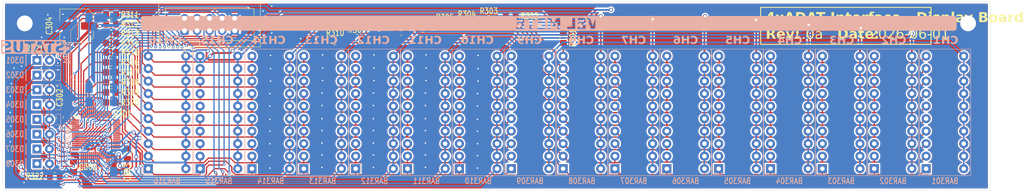
<source format=kicad_pcb>
(kicad_pcb (version 20241229) (generator "pcbnew") (generator_version "9.0")
  (title_block (rev "1.0a"))
  (layers (0 "F.Cu" signal) (2 "B.Cu" signal) (13 "F.Paste" user) (15 "B.Paste" user) (5 "F.SilkS" user "F.Silkscreen") (7 "B.SilkS" user "B.Silkscreen") (1 "F.Mask" user) (3 "B.Mask" user) (25 "Edge.Cuts" user))
  (net 0 "")
  (net 1 "/Display board/LED8")
  (net 2 "/Display board/LED6")
  (net 3 "/Display board/LED9")
  (net 4 "/Display board/COM0")
  (net 5 "/Display board/LED0")
  (net 6 "/Display board/LED1")
  (net 7 "/Display board/LED5")
  (net 8 "/Display board/LED7")
  (net 9 "/Display board/COM1")
  (net 10 "Net-(J301-A1)")
  (net 11 "Net-(J301-SDA)")
  (net 12 "Net-(J301-A0)")
  (net 13 "Net-(J301-SCL)")
  (net 14 "/Display board/SW_LB")
  (net 15 "/Display board/SW_SR")
  (net 16 "Net-(U301-ROW0)")
  (net 17 "Net-(U301-ROW1)")
  (net 18 "Net-(U301-ROW2)")
  (net 19 "Net-(U301-ROW3)")
  (net 20 "Net-(U301-ROW6)")
  (net 21 "Net-(U301-ROW5)")
  (net 22 "Net-(U301-ROW4)")
  (net 23 "Net-(U301-ROW7)")
  (net 24 "Net-(U301-ROW9)")
  (net 25 "Net-(U301-ROW8)")
  (net 26 "Net-(U301-ROW16)")
  (net 27 "Net-(U301-ROW10)")
  (net 28 "Net-(U301-ROW17)")
  (net 29 "Net-(U301-ROW11)")
  (net 30 "Net-(U301-ROW18)")
  (net 31 "Net-(U301-ROW19)")
  (net 32 "Net-(U301-ROW13)")
  (net 33 "Net-(U301-ROW12)")
  (net 34 "Net-(U301-ROW14)")
  (net 35 "Net-(U301-ROW20)")
  (net 36 "Net-(U301-ROW15)")
  (net 37 "Net-(U301-ROW21)")
  (net 38 "/Display board/COM6")
  (net 39 "/Display board/COM7")
  (net 40 "/Display board/COM5")
  (net 41 "/Display board/COM2")
  (net 42 "/Display board/COM4")
  (net 43 "/Display board/COM3")
  (net 44 "/Display board/LED4")
  (net 45 "/Display board/LED3")
  (net 46 "/Display board/LED2")
  (net 47 "/Display board/LED12")
  (net 48 "/Display board/LED14")
  (net 49 "/Display board/LED13")
  (net 50 "/Display board/LED15")
  (net 51 "/Display board/LED16")
  (net 52 "/Display board/LED19")
  (net 53 "/Display board/LED11")
  (net 54 "/Display board/LED18")
  (net 55 "/Display board/LED17")
  (net 56 "/Display board/LED10")
  (net 57 "/Display board/DISPLAY_VCC")
  (net 58 "DISPLAY_GND")
  (net 59 "/Display board/LED20")
  (net 60 "/Display board/LED21")
  (footprint "Package_QFP:LQFP-64_7x7mm_P0.4mm" (layer "F.Cu") (at 51.8152 68.8044)
    (property "Reference" "U301")
    (property "Value" "HT1635D")
  )
  (footprint "Resistor_SMD:R_0805_2012Metric_Pad1.20x1.40mm_HandSolder" (layer "F.Cu") (at 122.4272 46.5794)
    (property "Reference" "R305")
    (property "Value" "270")
  )
  (footprint "Resistor_SMD:R_0805_2012Metric_Pad1.20x1.40mm_HandSolder" (layer "F.Cu") (at 54.8472 56.1044)
    (property "Reference" "R317")
    (property "Value" "270")
  )
  (footprint "Connector_IDC:IDC-Header_2x05_P2.54mm_Vertical" (layer "F.Cu") (at 69.7072 47.6544 90)
    (property "Reference" "J301")
    (property "Value" "TO_MAIN")
  )
  (footprint "Resistor_SMD:R_0805_2012Metric_Pad1.20x1.40mm_HandSolder" (layer "F.Cu") (at 135.7622 44.6744)
    (property "Reference" "R302")
    (property "Value" "330")
  )
  (footprint "Capacitor_SMD:C_0805_2012Metric_Pad1.18x1.45mm_HandSolder" (layer "F.Cu") (at 58.1652 72.6144 -90)
    (property "Reference" "C303")
    (property "Value" "100n")
  )
  (footprint "Resistor_SMD:R_0805_2012Metric_Pad1.20x1.40mm_HandSolder" (layer "F.Cu") (at 54.8472 44.4204)
    (property "Reference" "R311")
    (property "Value" "330")
  )
  (footprint "Resistor_SMD:R_0805_2012Metric_Pad1.20x1.40mm_HandSolder" (layer "F.Cu") (at 146.4302 49.1194 -90)
    (property "Reference" "R301")
    (property "Value" "330")
  )
  (footprint "MountingHole:MountingHole_3.2mm_M3_Pad" (layer "F.Cu") (at 37.3672 46.1544)
    (property "Reference" "H302" (hide yes))
    (property "Value" "M3")
  )
  (footprint "Resistor_SMD:R_0805_2012Metric_Pad1.20x1.40mm_HandSolder" (layer "F.Cu") (at 109.0922 48.4844)
    (property "Reference" "R308")
    (property "Value" "270")
  )
  (footprint "Resistor_SMD:R_0805_2012Metric_Pad1.20x1.40mm_HandSolder" (layer "F.Cu") (at 54.8472 54.0724)
    (property "Reference" "R316")
    (property "Value" "270")
  )
  (footprint "Capacitor_SMD:C_Elec_6.3x5.4" (layer "F.Cu") (at 47.8672 46.6544 180)
    (property "Reference" "C304")
    (property "Value" "100u")
  )
  (footprint "Resistor_SMD:R_0805_2012Metric_Pad1.20x1.40mm_HandSolder" (layer "F.Cu") (at 113.5372 47.8494)
    (property "Reference" "R307")
    (property "Value" "270")
  )
  (footprint "Resistor_SMD:R_0805_2012Metric_Pad1.20x1.40mm_HandSolder" (layer "F.Cu") (at 54.8632 52.0404)
    (property "Reference" "R315")
    (property "Value" "270")
  )
  (footprint "Capacitor_SMD:C_0805_2012Metric_Pad1.18x1.45mm_HandSolder" (layer "F.Cu") (at 44.4492 65.2484 90)
    (property "Reference" "C302")
    (property "Value" "100n")
  )
  (footprint "MountingHole:MountingHole_3.2mm_M3_Pad" (layer "F.Cu") (at 228.3672 46.1544)
    (property "Reference" "H301" (hide yes))
    (property "Value" "M3")
  )
  (footprint "Resistor_SMD:R_0805_2012Metric_Pad1.20x1.40mm_HandSolder" (layer "F.Cu") (at 131.3172 45.3094)
    (property "Reference" "R303")
    (property "Value" "270")
  )
  (footprint "Resistor_SMD:R_0805_2012Metric_Pad1.20x1.40mm_HandSolder" (layer "F.Cu") (at 126.8722 45.9444)
    (property "Reference" "R304")
    (property "Value" "270")
  )
  (footprint "Resistor_SMD:R_0805_2012Metric_Pad1.20x1.40mm_HandSolder" (layer "F.Cu") (at 117.9822 47.2144)
    (property "Reference" "R306")
    (property "Value" "270")
  )
  (footprint "Capacitor_SMD:C_0805_2012Metric_Pad1.18x1.45mm_HandSolder" (layer "F.Cu") (at 47.2432 75.2814 -90)
    (property "Reference" "C301")
    (property "Value" "100n")
  )
  (footprint "Resistor_SMD:R_0805_2012Metric_Pad1.20x1.40mm_HandSolder" (layer "F.Cu") (at 54.8472 46.3254)
    (property "Reference" "R312")
    (property "Value" "330")
  )
  (footprint "Resistor_SMD:R_0805_2012Metric_Pad1.20x1.40mm_HandSolder" (layer "F.Cu") (at 43.4172 51.2784 180)
    (property "Reference" "R321")
    (property "Value" "330")
  )
  (footprint "Resistor_SMD:R_0805_2012Metric_Pad1.20x1.40mm_HandSolder" (layer "F.Cu") (at 54.8632 60.1684)
    (property "Reference" "R319")
    (property "Value" "270")
  )
  (footprint "Resistor_SMD:R_0805_2012Metric_Pad1.20x1.40mm_HandSolder" (layer "F.Cu") (at 54.8632 62.2004)
    (property "Reference" "R320")
    (property "Value" "270")
  )
  (footprint "Resistor_SMD:R_0805_2012Metric_Pad1.20x1.40mm_HandSolder" (layer "F.Cu") (at 54.8632 58.1364)
    (property "Reference" "R318")
    (property "Value" "270")
  )
  (footprint "Resistor_SMD:R_0805_2012Metric_Pad1.20x1.40mm_HandSolder" (layer "F.Cu") (at 54.8472 48.2304)
    (property "Reference" "R313")
    (property "Value" "270")
  )
  (footprint "Resistor_SMD:R_0805_2012Metric_Pad1.20x1.40mm_HandSolder" (layer "F.Cu") (at 100.2022 49.7544)
    (property "Reference" "R310")
    (property "Value" "270")
  )
  (footprint "Resistor_SMD:R_0805_2012Metric_Pad1.20x1.40mm_HandSolder" (layer "F.Cu") (at 54.8472 50.1354)
    (property "Reference" "R314")
    (property "Value" "270")
  )
  (footprint "Resistor_SMD:R_0805_2012Metric_Pad1.20x1.40mm_HandSolder" (layer "F.Cu") (at 104.6472 49.1194)
    (property "Reference" "R309")
    (property "Value" "270")
  )
  (footprint "Resistor_SMD:R_0805_2012Metric_Pad1.20x1.40mm_HandSolder" (layer "F.Cu") (at 43.4492 77.1864 180)
    (property "Reference" "R322")
    (property "Value" "270")
  )
  (footprint "adatv2:LED_THT_W7.0mm_H2.00mm" (layer "B.Cu") (at 40.9872 62.6444)
    (property "Reference" "D304")
    (property "Value" "GREEN")
  )
  (footprint "adatv2:LED_THT_W7.0mm_H2.00mm" (layer "B.Cu") (at 40.9872 59.6444)
    (property "Reference" "D303")
    (property "Value" "GREEN")
  )
  (footprint "adatv2:LED_THT_W7.0mm_H2.00mm" (layer "B.Cu") (at 40.9872 68.6444)
    (property "Reference" "D306")
    (property "Value" "GREEN")
  )
  (footprint "adatv2:LED_10bar" (layer "B.Cu") (at 171.1772 64.2244)
    (property "Reference" "BAR306")
    (property "Value" "KYX-B10BRYG-3")
  )
  (footprint "adatv2:LED_10bar" (layer "B.Cu") (at 181.6772 64.2244)
    (property "Reference" "BAR305")
    (property "Value" "KYX-B10BRYG-3")
  )
  (footprint "adatv2:LED_THT_W7.0mm_H2.00mm" (layer "B.Cu") (at 40.9872 71.6444)
    (property "Reference" "D307")
    (property "Value" "GREEN")
  )
  (footprint "Button_Switch_SMD:SW_Push_1P1T_NO_CK_PTS125Sx43SMTR" (layer "B.Cu") (at 52.8672 69.1544 -90)
    (property "Reference" "SW302")
    (property "Value" "LOOPBACK")
  )
  (footprint "adatv2:LED_10bar" (layer "B.Cu") (at 192.1772 64.2244)
    (property "Reference" "BAR304")
    (property "Value" "KYX-B10BRYG-3")
  )
  (footprint "Button_Switch_SMD:SW_Push_1P1T_NO_CK_PTS125Sx43SMTR" (layer "B.Cu") (at 52.8672 52.1544 -90)
    (property "Reference" "SW301")
    (property "Value" "SAMPLE RATE")
  )
  (footprint "adatv2:LED_10bar" (layer "B.Cu") (at 129.1772 64.2244)
    (property "Reference" "BAR310")
    (property "Value" "KYX-B10BRYG-3")
  )
  (footprint "adatv2:LED_10bar" (layer "B.Cu") (at 97.6772 64.2244)
    (property "Reference" "BAR313")
    (property "Value" "KYX-B10BRYG-3")
  )
  (footprint "adatv2:LED_10bar" (layer "B.Cu") (at 139.6772 64.2244)
    (property "Reference" "BAR309")
    (property "Value" "KYX-B10BRYG-3")
  )
  (footprint "adatv2:LED_THT_W7.0mm_H2.00mm" (layer "B.Cu") (at 40.9872 65.6444)
    (property "Reference" "D305")
    (property "Value" "GREEN")
  )
  (footprint "adatv2:LED_10bar" (layer "B.Cu") (at 87.1772 64.2244)
    (property "Reference" "BAR314")
    (property "Value" "KYX-B10BRYG-3")
  )
  (footprint "adatv2:LED_10bar" (layer "B.Cu") (at 76.6772 64.2244)
    (property "Reference" "BAR315")
    (property "Value" "KYX-B10BRYG-3")
  )
  (footprint "adatv2:LED_10bar" (layer "B.Cu") (at 108.1772 64.2244)
    (property "Reference" "BAR312")
    (property "Value" "KYX-B10BRYG-3")
  )
  (footprint "adatv2:LED_10bar" (layer "B.Cu") (at 150.1772 64.2244)
    (property "Reference" "BAR308")
    (property "Value" "KYX-B10BRYG-3")
  )
  (footprint "adatv2:LED_10bar" (layer "B.Cu") (at 223.6772 64.2244)
    (property "Reference" "BAR301")
    (property "Value" "KYX-B10BRYG-3")
  )
  (footprint "adatv2:LED_THT_W7.0mm_H2.00mm" (layer "B.Cu") (at 40.9872 56.6444)
    (property "Reference" "D302")
    (property "Value" "GREEN")
  )
  (footprint "adatv2:LED_10bar" (layer "B.Cu") (at 66.1772 64.2244)
    (property "Reference" "BAR316")
    (property "Value" "KYX-B10BRYG-3")
  )
  (footprint "adatv2:LED_10bar" (layer "B.Cu") (at 118.6772 64.2244)
    (property "Reference" "BAR311")
    (property "Value" "KYX-B10BRYG-3")
  )
  (footprint "adatv2:LED_10bar" (layer "B.Cu") (at 202.6772 64.2244)
    (property "Reference" "BAR303")
    (property "Value" "KYX-B10BRYG-3")
  )
  (footprint "adatv2:LED_THT_W7.0mm_H2.00mm" (layer "B.Cu") (at 40.9872 74.6444)
    (property "Reference" "D308")
    (property "Value" "GREEN")
  )
  (footprint "adatv2:LED_THT_W7.0mm_H2.00mm" (layer "B.Cu") (at 40.9872 53.6444)
    (property "Reference" "D301")
    (property "Value" "RED")
  )
  (footprint "adatv2:LED_10bar" (layer "B.Cu") (at 160.6772 64.2244)
    (property "Reference" "BAR307")
    (property "Value" "KYX-B10BRYG-3")
  )
  (footprint "adatv2:LED_10bar" (layer "B.Cu") (at 213.1772 64.2244)
    (property "Reference" "BAR302")
    (property "Value" "KYX-B10BRYG-3")
  )
  (gr_rect (start 186.3672 42.9044) (end 220.8672 50.4044) (stroke (width 0.2)) (fill no) (layer "F.SilkS"))
  (gr_rect (start 32.8672 41.6544) (end 232.8672 80.1624) (stroke (width 0.05)) (fill no) (layer "Edge.Cuts"))
  (gr_text "4xADAT Interface - Display Board\nRev:" (at 187.3672 43.9044 0) (layer "F.SilkS") (effects (font (size 2 2) (thickness 0.32) (bold yes)) (justify left top)))
  (gr_text "Date:" (at 201.8562 47.2494 0) (layer "F.SilkS") (effects (font (size 2 2) (thickness 0.4) (bold yes)) (justify left top)))
  (gr_text "${CURRENT_DATE}" (at 208.3562 47.2494 0) (layer "F.SilkS") (effects (font (size 2 2) (thickness 0.25)) (justify left top)))
  (gr_text "${REVISION}" (at 192.8562 47.288712 0) (layer "F.SilkS") (effects (font (size 2 2) (thickness 0.25)) (justify left top)))
  (gr_text "CH12" (at 107.9492 49.6544 0) (layer "B.SilkS") (effects (font (size 1.6 1.6) (thickness 0.17) (bold yes)) (justify mirror)))
  (gr_text "CH11" (at 118.4872 49.6544 0) (layer "B.SilkS") (effects (font (size 1.6 1.6) (thickness 0.17) (bold yes)) (justify mirror)))
  (gr_text "CH8" (at 150.1012 49.6544 0) (layer "B.SilkS") (effects (font (size 1.6 1.6) (thickness 0.17) (bold yes)) (justify mirror)))
  (gr_text "CH13" (at 97.4112 49.6544 0) (layer "B.SilkS") (effects (font (size 1.6 1.6) (thickness 0.17) (bold yes)) (justify mirror)))
  (gr_text "LEVEL METERS" (at 144.8672 47.6544 0) (layer "B.SilkS" knockout) (effects (font (size 2.2 2.2) (thickness 0.17) (bold yes)) (justify bottom mirror)))
  (gr_text "STATUS" (at 39.1152 52.4214 0) (layer "B.SilkS" knockout) (effects (font (size 2.2 2.2) (thickness 0.17) (bold yes)) (justify bottom mirror)))
  (gr_text "CH5" (at 181.7152 49.6544 0) (layer "B.SilkS") (effects (font (size 1.6 1.6) (thickness 0.17) (bold yes)) (justify mirror)))
  (gr_text "CH7" (at 160.6392 49.6544 0) (layer "B.SilkS") (effects (font (size 1.6 1.6) (thickness 0.17) (bold yes)) (justify mirror)))
  (gr_text "CH14" (at 86.8732 49.6544 0) (layer "B.SilkS") (effects (font (size 1.6 1.6) (thickness 0.17) (bold yes)) (justify mirror)))
  (gr_text "CH9" (at 139.5632 49.6544 0) (layer "B.SilkS") (effects (font (size 1.6 1.6) (thickness 0.17) (bold yes)) (justify mirror)))
  (gr_text "CH15" (at 76.3352 49.6344 0) (layer "B.SilkS") (effects (font (size 1.6 1.6) (thickness 0.17) (bold yes)) (justify mirror)))
  (gr_text "CH4" (at 192.2532 49.6544 0) (layer "B.SilkS") (effects (font (size 1.6 1.6) (thickness 0.17) (bold yes)) (justify mirror)))
  (gr_text "CH16" (at 65.7972 49.6344 0) (layer "B.SilkS") (effects (font (size 1.6 1.6) (thickness 0.17) (bold yes)) (justify mirror)))
  (gr_text "CH10" (at 129.0252 49.6544 0) (layer "B.SilkS") (effects (font (size 1.6 1.6) (thickness 0.17) (bold yes)) (justify mirror)))
  (gr_text "CH3" (at 202.7912 49.6544 0) (layer "B.SilkS") (effects (font (size 1.6 1.6) (thickness 0.17) (bold yes)) (justify mirror)))
  (gr_text "CH2" (at 213.3292 49.6544 0) (layer "B.SilkS") (effects (font (size 1.6 1.6) (thickness 0.17) (bold yes)) (justify mirror)))
  (gr_text "CH6" (at 171.1772 49.6544 0) (layer "B.SilkS") (effects (font (size 1.6 1.6) (thickness 0.17) (bold yes)) (justify mirror)))
  (gr_text "CH1\n" (at 223.8672 49.6544 0) (layer "B.SilkS") (effects (font (size 1.6 1.6) (thickness 0.17) (bold yes)) (justify mirror)))
  (segment (start 188.3672 73.1144) (end 188.3672 74.2154) (width 0.25) (layer "F.Cu") (net 1))
  (segment (start 178.3072 74.3154) (end 188.4672 74.3154) (width 0.25) (layer "F.Cu") (net 1))
  (segment (start 188.4672 74.3154) (end 198.8812 74.3154) (width 0.25) (layer "F.Cu") (net 1))
  (segment (start 156.8672 73.1144) (end 156.8672 74.3034) (width 0.25) (layer "F.Cu") (net 1))
  (segment (start 138.1752 51.9134) (end 135.7222 49.4604) (width 0.25) (layer "F.Cu") (net 1))
  (segment (start 177.8672 73.8754) (end 178.3072 74.3154) (width 0.25) (layer "F.Cu") (net 1))
  (segment (start 167.3672 74.1704) (end 167.5122 74.3154) (width 0.25) (layer "F.Cu") (net 1))
  (segment (start 198.8672 73.1144) (end 198.8672 74.3014) (width 0.25) (layer "F.Cu") (net 1))
  (segment (start 135.7222 49.4604) (end 105.9882 49.4604) (width 0.25) (layer "F.Cu") (net 1))
  (segment (start 167.5122 74.3154) (end 178.3072 74.3154) (width 0.25) (layer "F.Cu") (net 1))
  (segment (start 138.1752 67.184136) (end 138.1752 51.9134) (width 0.25) (layer "F.Cu") (net 1))
  (segment (start 198.8672 74.3014) (end 198.8812 74.3154) (width 0.25) (layer "F.Cu") (net 1))
  (segment (start 167.3672 73.1144) (end 167.3672 74.1704) (width 0.25) (layer "F.Cu") (net 1))
  (segment (start 146.3672 73.1144) (end 147.7062 74.4534) (width 0.25) (layer "F.Cu") (net 1))
  (segment (start 188.3672 74.2154) (end 188.4672 74.3154) (width 0.25) (layer "F.Cu") (net 1))
  (segment (start 177.8672 73.1144) (end 177.8672 73.8754) (width 0.25) (layer "F.Cu") (net 1))
  (segment (start 158.0682 74.3154) (end 167.5122 74.3154) (width 0.25) (layer "F.Cu") (net 1))
  (segment (start 105.9882 49.4604) (end 105.6472 49.1194) (width 0.25) (layer "F.Cu") (net 1))
  (segment (start 157.9302 74.4534) (end 158.0682 74.3154) (width 0.25) (layer "F.Cu") (net 1))
  (segment (start 146.3672 73.1144) (end 145.0282 71.7754) (width 0.25) (layer "F.Cu") (net 1))
  (segment (start 156.8672 74.3034) (end 156.7172 74.4534) (width 0.25) (layer "F.Cu") (net 1))
  (segment (start 198.8812 74.3154) (end 209.4222 74.3154) (width 0.25) (layer "F.Cu") (net 1))
  (segment (start 209.3672 74.2604) (end 209.4222 74.3154) (width 0.25) (layer "F.Cu") (net 1))
  (segment (start 209.4222 74.3154) (end 218.6662 74.3154) (width 0.25) (layer "F.Cu") (net 1))
  (segment (start 218.6662 74.3154) (end 219.8672 73.1144) (width 0.25) (layer "F.Cu") (net 1))
  (segment (start 147.7062 74.4534) (end 156.7172 74.4534) (width 0.25) (layer "F.Cu") (net 1))
  (segment (start 145.0282 71.7754) (end 142.766464 71.7754) (width 0.25) (layer "F.Cu") (net 1))
  (segment (start 209.3672 73.1144) (end 209.3672 74.2604) (width 0.25) (layer "F.Cu") (net 1))
  (segment (start 156.7172 74.4534) (end 157.9302 74.4534) (width 0.25) (layer "F.Cu") (net 1))
  (segment (start 142.766464 71.7754) (end 138.1752 67.184136) (width 0.25) (layer "F.Cu") (net 1))
  (segment (start 177.8672 69.1674) (end 177.7992 69.2354) (width 0.25) (layer "F.Cu") (net 2))
  (segment (start 158.6222 69.2354) (end 167.5122 69.2354) (width 0.25) (layer "F.Cu") (net 2))
  (segment (start 146.3672 68.0344) (end 145.1662 66.8334) (width 0.25) (layer "F.Cu") (net 2))
  (segment (start 167.3672 68.0344) (end 167.3672 69.0904) (width 0.25) (layer "F.Cu") (net 2))
  (segment (start 146.3672 68.0344) (end 147.5682 69.2354) (width 0.25) (layer "F.Cu") (net 2))
  (segment (start 198.7542 69.2354) (end 209.4222 69.2354) (width 0.25) (layer "F.Cu") (net 2))
  (segment (start 147.5682 69.2354) (end 158.6222 69.2354) (width 0.25) (layer "F.Cu") (net 2))
  (segment (start 188.3402 69.2354) (end 198.7542 69.2354) (width 0.25) (layer "F.Cu") (net 2))
  (segment (start 188.3672 68.0344) (end 188.3672 69.2084) (width 0.25) (layer "F.Cu") (net 2))
  (segment (start 198.8672 69.1224) (end 198.7542 69.2354) (width 0.25) (layer "F.Cu") (net 2))
  (segment (start 158.0682 69.2354) (end 158.6222 69.2354) (width 0.25) (layer "F.Cu") (net 2))
  (segment (start 209.3672 68.0344) (end 209.3672 69.1804) (width 0.25) (layer "F.Cu") (net 2))
  (segment (start 139.5722 51.5324) (end 136.2302 48.1904) (width 0.25) (layer "F.Cu") (net 2))
  (segment (start 177.8672 68.0344) (end 177.8672 69.1674) (width 0.25) (layer "F.Cu") (net 2))
  (segment (start 139.5722 63.5974) (end 139.5722 51.5324) (width 0.25) (layer "F.Cu") (net 2))
  (segment (start 198.8672 68.0344) (end 198.8672 69.1224) (width 0.25) (layer "F.Cu") (net 2))
  (segment (start 114.8782 48.1904) (end 114.5372 47.8494) (width 0.25) (layer "F.Cu") (net 2))
  (segment (start 177.7992 69.2354) (end 188.3402 69.2354) (width 0.25) (layer "F.Cu") (net 2))
  (segment (start 156.8672 68.0344) (end 158.0682 69.2354) (width 0.25) (layer "F.Cu") (net 2))
  (segment (start 209.4222 69.2354) (end 218.6662 69.2354) (width 0.25) (layer "F.Cu") (net 2))
  (segment (start 209.3672 69.1804) (end 209.4222 69.2354) (width 0.25) (layer "F.Cu") (net 2))
  (segment (start 167.5122 69.2354) (end 177.7992 69.2354) (width 0.25) (layer "F.Cu") (net 2))
  (segment (start 188.3672 69.2084) (end 188.3402 69.2354) (width 0.25) (layer "F.Cu") (net 2))
  (segment (start 145.1662 66.8334) (end 142.8082 66.8334) (width 0.25) (layer "F.Cu") (net 2))
  (segment (start 218.6662 69.2354) (end 219.8672 68.0344) (width 0.25) (layer "F.Cu") (net 2))
  (segment (start 142.8082 66.8334) (end 139.5722 63.5974) (width 0.25) (layer "F.Cu") (net 2))
  (segment (start 136.2302 48.1904) (end 114.8782 48.1904) (width 0.25) (layer "F.Cu") (net 2))
  (segment (start 167.3672 69.0904) (end 167.5122 69.2354) (width 0.25) (layer "F.Cu") (net 2))
  (segment (start 209.3672 75.6544) (end 209.3672 76.8004) (width 0.25) (layer "F.Cu") (net 3))
  (segment (start 146.3672 75.6544) (end 145.0282 74.3154) (width 0.25) (layer "F.Cu") (net 3))
  (segment (start 209.4222 76.8554) (end 218.6662 76.8554) (width 0.25) (layer "F.Cu") (net 3))
  (segment (start 137.4132 52.193972) (end 135.314628 50.0954) (width 0.25) (layer "F.Cu") (net 3))
  (segment (start 159.2572 76.8554) (end 167.5122 76.8554) (width 0.25) (layer "F.Cu") (net 3))
  (segment (start 147.5682 76.8554) (end 159.2572 76.8554) (width 0.25) (layer "F.Cu") (net 3))
  (segment (start 145.0282 74.3154) (end 142.5432 74.3154) (width 0.25) (layer "F.Cu") (net 3))
  (segment (start 188.3672 76.8284) (end 188.3402 76.8554) (width 0.25) (layer "F.Cu") (net 3))
  (segment (start 146.3672 75.6544) (end 147.5682 76.8554) (width 0.25) (layer "F.Cu") (net 3))
  (segment (start 188.3402 76.8554) (end 198.7542 76.8554) (width 0.25) (layer "F.Cu") (net 3))
  (segment (start 135.314628 50.0954) (end 101.5432 50.0954) (width 0.25) (layer "F.Cu") (net 3))
  (segment (start 167.5122 76.8554) (end 178.3072 76.8554) (width 0.25) (layer "F.Cu") (net 3))
  (segment (start 142.5432 74.3154) (end 137.4132 69.1854) (width 0.25) (layer "F.Cu") (net 3))
  (segment (start 188.3672 75.6544) (end 188.3672 76.8284) (width 0.25) (layer "F.Cu") (net 3))
  (segment (start 167.3672 75.6544) (end 167.3672 76.7104) (width 0.25) (layer "F.Cu") (net 3))
  (segment (start 101.5432 50.0954) (end 101.2022 49.7544) (width 0.25) (layer "F.Cu") (net 3))
  (segment (start 198.8672 75.6544) (end 198.8672 76.7424) (width 0.25) (layer "F.Cu") (net 3))
  (segment (start 177.8672 75.6544) (end 177.8672 76.4154) (width 0.25) (layer "F.Cu") (net 3))
  (segment (start 198.8672 76.7424) (end 198.7542 76.8554) (width 0.25) (layer "F.Cu") (net 3))
  (segment (start 156.8672 75.6544) (end 158.0682 76.8554) (width 0.25) (layer "F.Cu") (net 3))
  (segment (start 218.6662 76.8554) (end 219.8672 75.6544) (width 0.25) (layer "F.Cu") (net 3))
  (segment (start 167.3672 76.7104) (end 167.5122 76.8554) (width 0.25) (layer "F.Cu") (net 3))
  (segment (start 198.7542 76.8554) (end 209.4222 76.8554) (width 0.25) (layer "F.Cu") (net 3))
  (segment (start 178.3072 76.8554) (end 188.3402 76.8554) (width 0.25) (layer "F.Cu") (net 3))
  (segment (start 177.8672 76.4154) (end 178.3072 76.8554) (width 0.25) (layer "F.Cu") (net 3))
  (segment (start 137.4132 69.1854) (end 137.4132 52.193972) (width 0.25) (layer "F.Cu") (net 3))
  (segment (start 158.0682 76.8554) (end 159.2572 76.8554) (width 0.25) (layer "F.Cu") (net 3))
  (segment (start 209.3672 76.8004) (end 209.4222 76.8554) (width 0.25) (layer "F.Cu") (net 3))
  (segment (start 45.8462 77.1864) (end 46.4812 77.1864) (width 0.25) (layer "F.Cu") (net 4))
  (segment (start 46.6512 77.3564) (end 46.9892 77.3564) (width 0.25) (layer "F.Cu") (net 4))
  (segment (start 46.4812 77.1864) (end 46.6512 77.3564) (width 0.25) (layer "F.Cu") (net 4))
  (segment (start 156.0822 43.4044) (end 153.108054 43.4044) (width 0.35) (layer "F.Cu") (net 4))
  (segment (start 51.4342 74.1384) (end 51.2152 73.9194) (width 0.25) (layer "F.Cu") (net 4))
  (segment (start 51.5612 75.2814) (end 51.4342 75.1544) (width 0.25) (layer "F.Cu") (net 4))
  (segment (start 51.2152 73.9194) (end 51.2152 72.9794) (width 0.25) (layer "F.Cu") (net 4))
  (segment (start 153.108054 43.4044) (end 148.7162 47.796254) (width 0.35) (layer "F.Cu") (net 4))
  (segment (start 51.4342 75.1544) (end 51.4342 74.1384) (width 0.25) (layer "F.Cu") (net 4))
  (segment (start 148.7162 47.796254) (end 148.7162 50.0084) (width 0.35) (layer "F.Cu") (net 4))
  (via (at 45.8462 77.1864) (size 0.8) (drill 0.5) (layers "F.Cu" "B.Cu") (net 4))
  (via (at 46.9892 77.3564) (size 0.6) (drill 0.3) (layers "F.Cu" "B.Cu") (net 4))
  (via (at 51.5612 75.2814) (size 0.6) (drill 0.3) (layers "F.Cu" "B.Cu") (net 4))
  (via (at 148.7162 50.0084) (size 0.8) (drill 0.5) (layers "F.Cu" "B.Cu") (net 4))
  (via (at 156.0822 43.4044) (size 0.8) (drill 0.5) (layers "F.Cu" "B.Cu") (net 4))
  (segment (start 49.642396 77.5804) (end 51.092004 77.5804) (width 0.25) (layer "B.Cu") (net 4))
  (segment (start 86.9942 43.4044) (end 86.2322 42.6424) (width 0.35) (layer "B.Cu") (net 4))
  (segment (start 35.5592 76.350546) (end 35.5592 57.9224) (width 0.35) (layer "B.Cu") (net 4))
  (segment (start 143.4872 52.7944) (end 143.4872 75.6544) (width 0.35) (layer "B.Cu") (net 4))
  (segment (start 49.121396 77.0594) (end 49.642396 77.5804) (width 0.25) (layer "B.Cu") (net 4))
  (segment (start 35.5592 57.9224) (end 39.8272 53.6544) (width 0.35) (layer "B.Cu") (net 4))
  (segment (start 45.8462 77.1864) (end 45.4652 77.1864) (width 0.35) (layer "B.Cu") (net 4))
  (segment (start 146.2732 50.0084) (end 224.7012 50.0084) (width 0.35) (layer "B.Cu") (net 4))
  (segment (start 46.9892 77.3564) (end 47.2862 77.0594) (width 0.25) (layer "B.Cu") (net 4))
  (segment (start 227.4872 52.7944) (end 227.4872 75.6544) (width 0.35) (layer "B.Cu") (net 4))
  (segment (start 47.2862 77.0594) (end 49.121396 77.0594) (width 0.25) (layer "B.Cu") (net 4))
  (segment (start 39.8272 52.2174) (end 39.8272 53.6544) (width 0.35) (layer "B.Cu") (net 4))
  (segment (start 51.092004 77.5804) (end 51.5612 77.111204) (width 0.25) (layer "B.Cu") (net 4))
  (segment (start 156.0822 43.4044) (end 86.9942 43.4044) (width 0.35) (layer "B.Cu") (net 4))
  (segment (start 36.643054 77.4344) (end 35.5592 76.350546) (width 0.35) (layer "B.Cu") (net 4))
  (segment (start 45.4652 77.1864) (end 45.2172 77.4344) (width 0.35) (layer "B.Cu") (net 4))
  (segment (start 51.5612 77.111204) (end 51.5612 75.2814) (width 0.25) (layer "B.Cu") (net 4))
  (segment (start 86.2322 42.6424) (end 49.4022 42.6424) (width 0.35) (layer "B.Cu") (net 4))
  (segment (start 45.2172 77.4344) (end 36.643054 77.4344) (width 0.35) (layer "B.Cu") (net 4))
  (segment (start 224.7012 50.0084) (end 227.4872 52.7944) (width 0.35) (layer "B.Cu") (net 4))
  (segment (start 143.4872 52.7944) (end 146.2732 50.0084) (width 0.35) (layer "B.Cu") (net 4))
  (segment (start 49.4022 42.6424) (end 39.8272 52.2174) (width 0.35) (layer "B.Cu") (net 4))
  (segment (start 199.2622 54.1334) (end 210.0572 54.1334) (width 0.25) (layer "F.Cu") (net 5))
  (segment (start 156.7172 54.1334) (end 167.5122 54.1334) (width 0.25) (layer "F.Cu") (net 5))
  (segment (start 156.8672 52.7944) (end 156.8672 53.9834) (width 0.25) (layer "F.Cu") (net 5))
  (segment (start 188.3672 54.0334) (end 188.4672 54.1334) (width 0.25) (layer "F.Cu") (net 5))
  (segment (start 167.3672 53.9884) (end 167.5122 54.1334) (width 0.25) (layer "F.Cu") (net 5))
  (segment (start 188.4672 54.1334) (end 199.2622 54.1334) (width 0.25) (layer "F.Cu") (net 5))
  (segment (start 188.3672 52.7944) (end 188.3672 54.0334) (width 0.25) (layer "F.Cu") (net 5))
  (segment (start 209.3672 52.7944) (end 209.3672 54.1334) (width 0.25) (layer "F.Cu") (net 5))
  (segment (start 167.5122 54.1334) (end 178.3072 54.1334) (width 0.25) (layer "F.Cu") (net 5))
  (segment (start 146.4302 50.1194) (end 146.4302 52.7314) (width 0.25) (layer "F.Cu") (net 5))
  (segment (start 146.3672 52.7944) (end 147.7062 54.1334) (width 0.25) (layer "F.Cu") (net 5))
  (segment (start 218.5282 54.1334) (end 219.8672 52.7944) (width 0.25) (layer "F.Cu") (net 5))
  (segment (start 146.4302 52.7314) (end 146.3672 52.7944) (width 0.25) (layer "F.Cu") (net 5))
  (segment (start 167.3672 52.7944) (end 167.3672 53.9884) (width 0.25) (layer "F.Cu") (net 5))
  (segment (start 210.0572 54.1334) (end 218.5282 54.1334) (width 0.25) (layer "F.Cu") (net 5))
  (segment (start 198.8672 52.7944) (end 198.8672 54.1334) (width 0.25) (layer "F.Cu") (net 5))
  (segment (start 156.8672 53.9834) (end 156.7172 54.1334) (width 0.25) (layer "F.Cu") (net 5))
  (segment (start 198.8672 54.1334) (end 199.2622 54.1334) (width 0.25) (layer "F.Cu") (net 5))
  (segment (start 177.8672 52.7944) (end 177.8672 53.6934) (width 0.25) (layer "F.Cu") (net 5))
  (segment (start 147.7062 54.1334) (end 156.7172 54.1334) (width 0.25) (layer "F.Cu") (net 5))
  (segment (start 178.3072 54.1334) (end 188.4672 54.1334) (width 0.25) (layer "F.Cu") (net 5))
  (segment (start 209.3672 54.1334) (end 210.0572 54.1334) (width 0.25) (layer "F.Cu") (net 5))
  (segment (start 177.8672 53.6934) (end 178.3072 54.1334) (width 0.25) (layer "F.Cu") (net 5))
  (segment (start 167.3672 55.3344) (end 167.5122 55.4794) (width 0.25) (layer "F.Cu") (net 6))
  (segment (start 209.3672 56.6184) (end 209.4222 56.6734) (width 0.25) (layer "F.Cu") (net 6))
  (segment (start 177.8672 56.2334) (end 178.3072 56.6734) (width 0.25) (layer "F.Cu") (net 6))
  (segment (start 137.4512 44.6744) (end 136.7622 44.6744) (width 0.25) (layer "F.Cu") (net 6))
  (segment (start 209.4222 56.6734) (end 218.5282 56.6734) (width 0.25) (layer "F.Cu") (net 6))
  (segment (start 144.7792 52.0024) (end 137.4512 44.6744) (width 0.25) (layer "F.Cu") (net 6))
  (segment (start 146.3672 55.3344) (end 147.7062 56.6734) (width 0.25) (layer "F.Cu") (net 6))
  (segment (start 209.3672 55.3344) (end 209.3672 56.6184) (width 0.25) (layer "F.Cu") (net 6))
  (segment (start 189.1022 56.6734) (end 198.6272 56.6734) (width 0.25) (layer "F.Cu") (net 6))
  (segment (start 218.5282 56.6734) (end 219.8672 55.3344) (width 0.25) (layer "F.Cu") (net 6))
  (segment (start 188.3672 55.3344) (end 188.3672 56.5734) (width 0.25) (layer "F.Cu") (net 6))
  (segment (start 198.8672 55.3344) (end 198.8672 56.4334) (width 0.25) (layer "F.Cu") (net 6))
  (segment (start 177.8672 55.3344) (end 177.8672 56.2334) (width 0.25) (layer "F.Cu") (net 6))
  (segment (start 156.8672 55.3344) (end 158.2062 56.6734) (width 0.25) (layer "F.Cu") (net 6))
  (segment (start 158.6222 56.6734) (end 178.3072 56.6734) (width 0.25) (layer "F.Cu") (net 6))
  (segment (start 178.3072 56.6734) (end 189.1022 56.6734) (width 0.25) (layer "F.Cu") (net 6))
  (segment (start 144.7792 53.7464) (end 144.7792 52.0024) (width 0.25) (layer "F.Cu") (net 6))
  (segment (start 188.4672 56.6734) (end 189.1022 56.6734) (width 0.25) (layer "F.Cu") (net 6))
  (segment (start 167.5122 55.4794) (end 167.5122 56.6734) (width 0.25) (layer "F.Cu") (net 6))
  (segment (start 146.3672 55.3344) (end 144.7792 53.7464) (width 0.25) (layer "F.Cu") (net 6))
  (segment (start 198.6272 56.6734) (end 209.4222 56.6734) (width 0.25) (layer "F.Cu") (net 6))
  (segment (start 158.2062 56.6734) (end 158.6222 56.6734) (width 0.25) (layer "F.Cu") (net 6))
  (segment (start 198.8672 56.4334) (end 198.6272 56.6734) (width 0.25) (layer "F.Cu") (net 6))
  (segment (start 188.3672 56.5734) (end 188.4672 56.6734) (width 0.25) (layer "F.Cu") (net 6))
  (segment (start 147.7062 56.6734) (end 158.6222 56.6734) (width 0.25) (layer "F.Cu") (net 6))
  (segment (start 146.3672 65.4944) (end 145.1052 64.2324) (width 0.25) (layer "F.Cu") (net 7))
  (segment (start 198.8672 65.4944) (end 198.8672 66.8194) (width 0.25) (layer "F.Cu") (net 7))
  (segment (start 147.7062 66.8334) (end 159.2572 66.8334) (width 0.25) (layer "F.Cu") (net 7))
  (segment (start 167.5122 66.8334) (end 177.6722 66.8334) (width 0.25) (layer "F.Cu") (net 7))
  (segment (start 136.6512 47.5954) (end 120.7762 47.5954) (width 0.25) (layer "F.Cu") (net 7))
  (segment (start 167.3672 66.6884) (end 167.5122 66.8334) (width 0.25) (layer "F.Cu") (net 7))
  (segment (start 167.3672 65.4944) (end 167.3672 66.6884) (width 0.25) (layer "F.Cu") (net 7))
  (segment (start 198.8812 66.8334) (end 209.4222 66.8334) (width 0.25) (layer "F.Cu") (net 7))
  (segment (start 156.8672 65.4944) (end 158.2062 66.8334) (width 0.25) (layer "F.Cu") (net 7))
  (segment (start 140.3342 51.2784) (end 136.6512 47.5954) (width 0.25) (layer "F.Cu") (net 7))
  (segment (start 209.4222 66.8334) (end 218.5282 66.8334) (width 0.25) (layer "F.Cu") (net 7))
  (segment (start 188.3672 66.8064) (end 188.3402 66.8334) (width 0.25) (layer "F.Cu") (net 7))
  (segment (start 218.5282 66.8334) (end 219.8672 65.4944) (width 0.25) (layer "F.Cu") (net 7))
  (segment (start 142.7472 64.2324) (end 140.3342 61.8194) (width 0.25) (layer "F.Cu") (net 7))
  (segment (start 188.3672 65.4944) (end 188.3672 66.8064) (width 0.25) (layer "F.Cu") (net 7))
  (segment (start 120.7762 47.5954) (end 120.3952 47.2144) (width 0.25) (layer "F.Cu") (net 7))
  (segment (start 120.3952 47.2144) (end 118.9822 47.2144) (width 0.25) (layer "F.Cu") (net 7))
  (segment (start 188.3402 66.8334) (end 198.8812 66.8334) (width 0.25) (layer "F.Cu") (net 7))
  (segment (start 209.3672 65.4944) (end 209.3672 66.7784) (width 0.25) (layer "F.Cu") (net 7))
  (segment (start 145.1052 64.2324) (end 142.7472 64.2324) (width 0.25) (layer "F.Cu") (net 7))
  (segment (start 177.8672 65.4944) (end 177.8672 66.6384) (width 0.25) (layer "F.Cu") (net 7))
  (segment (start 146.3672 65.4944) (end 147.7062 66.8334) (width 0.25) (layer "F.Cu") (net 7))
  (segment (start 177.6722 66.8334) (end 188.3402 66.8334) (width 0.25) (layer "F.Cu") (net 7))
  (segment (start 159.2572 66.8334) (end 167.5122 66.8334) (width 0.25) (layer "F.Cu") (net 7))
  (segment (start 140.3342 61.8194) (end 140.3342 51.2784) (width 0.25) (layer "F.Cu") (net 7))
  (segment (start 158.2062 66.8334) (end 159.2572 66.8334) (width 0.25) (layer "F.Cu") (net 7))
  (segment (start 198.8672 66.8194) (end 198.8812 66.8334) (width 0.25) (layer "F.Cu") (net 7))
  (segment (start 177.8672 66.6384) (end 177.6722 66.8334) (width 0.25) (layer "F.Cu") (net 7))
  (segment (start 209.3672 66.7784) (end 209.4222 66.8334) (width 0.25) (layer "F.Cu") (net 7))
  (segment (start 209.4222 71.7754) (end 218.6662 71.7754) (width 0.25) (layer "F.Cu") (net 8))
  (segment (start 142.5432 69.2354) (end 138.8102 65.5024) (width 0.25) (layer "F.Cu") (net 8))
  (segment (start 188.3402 71.7754) (end 198.8812 71.7754) (width 0.25) (layer "F.Cu") (net 8))
  (segment (start 198.8672 70.5744) (end 198.8672 71.7614) (width 0.25) (layer "F.Cu") (net 8))
  (segment (start 167.3672 71.6304) (end 167.5122 71.7754) (width 0.25) (layer "F.Cu") (net 8))
  (segment (start 209.3672 71.7204) (end 209.4222 71.7754) (width 0.25) (layer "F.Cu") (net 8))
  (segment (start 209.3672 70.5744) (end 209.3672 71.7204) (width 0.25) (layer "F.Cu") (net 8))
  (segment (start 156.8672 70.5744) (end 158.0682 71.7754) (width 0.25) (layer "F.Cu") (net 8))
  (segment (start 218.6662 71.7754) (end 219.8672 70.5744) (width 0.25) (layer "F.Cu") (net 8))
  (segment (start 177.6722 71.7754) (end 188.3402 71.7754) (width 0.25) (layer "F.Cu") (net 8))
  (segment (start 147.5682 71.7754) (end 158.6222 71.7754) (width 0.25) (layer "F.Cu") (net 8))
  (segment (start 138.8102 65.5024) (end 138.8102 51.6594) (width 0.25) (layer "F.Cu") (net 8))
  (segment (start 136.0162 48.8654) (end 110.4732 48.8654) (width 0.25) (layer "F.Cu") (net 8))
  (segment (start 188.3672 70.5744) (end 188.3672 71.7484) (width 0.25) (layer "F.Cu") (net 8))
  (segment (start 146.3672 70.5744) (end 147.5682 71.7754) (width 0.25) (layer "F.Cu") (net 8))
  (segment (start 177.8672 71.5804) (end 177.6722 71.7754) (width 0.25) (layer "F.Cu") (net 8))
  (segment (start 198.8672 71.7614) (end 198.8812 71.7754) (width 0.25) (layer "F.Cu") (net 8))
  (segment (start 167.5122 71.7754) (end 177.6722 71.7754) (width 0.25) (layer "F.Cu") (net 8))
  (segment (start 146.3672 70.5744) (end 145.0282 69.2354) (width 0.25) (layer "F.Cu") (net 8))
  (segment (start 188.3672 71.7484) (end 188.3402 71.7754) (width 0.25) (layer "F.Cu") (net 8))
  (segment (start 110.4732 48.8654) (end 110.0922 48.4844) (width 0.25) (layer "F.Cu") (net 8))
  (segment (start 167.3672 70.5744) (end 167.3672 71.6304) (width 0.25) (layer "F.Cu") (net 8))
  (segment (start 177.8672 70.5744) (end 177.8672 71.5804) (width 0.25) (layer "F.Cu") (net 8))
  (segment (start 158.6222 71.7754) (end 167.5122 71.7754) (width 0.25) (layer "F.Cu") (net 8))
  (segment (start 158.0682 71.7754) (end 158.6222 71.7754) (width 0.25) (layer "F.Cu") (net 8))
  (segment (start 145.0282 69.2354) (end 142.5432 69.2354) (width 0.25) (layer "F.Cu") (net 8))
  (segment (start 198.8812 71.7754) (end 209.4222 71.7754) (width 0.25) (layer "F.Cu") (net 8))
  (segment (start 138.8102 51.6594) (end 136.0162 48.8654) (width 0.25) (layer "F.Cu") (net 8))
  (segment (start 52.1962 76.0434) (end 52.1672 76.0144) (width 0.25) (layer "F.Cu") (net 9))
  (segment (start 52.1672 75.030386) (end 52.0152 74.878386) (width 0.25) (layer "F.Cu") (net 9))
  (segment (start 48.5132 78.3294) (end 47.8782 77.6944) (width 0.35) (layer "F.Cu") (net 9))
  (segment (start 47.8782 77.6944) (end 47.6102 77.9624) (width 0.25) (layer "F.Cu") (net 9))
  (segment (start 48.5132 79.1784) (end 48.5132 78.3294) (width 0.35) (layer "F.Cu") (net 9))
  (segment (start 45.224004 77.9624) (end 45.024004 78.1624) (width 0.25) (layer "F.Cu") (net 9))
  (segment (start 41.4012 78.2024) (end 40.0042 76.8054) (width 0.25) (layer "F.Cu") (net 9))
  (segment (start 45.024004 78.1624) (end 44.9972 78.1624) (width 0.25) (layer "F.Cu") (net 9))
  (segment (start 216.9872 52.7944) (end 216.9872 48.2304) (width 0.35) (layer "F.Cu") (net 9))
  (segment (start 44.9572 78.2024) (end 41.4012 78.2024) (width 0.25) (layer "F.Cu") (net 9))
  (segment (start 52.0152 74.878386) (end 52.0152 72.9794) (width 0.25) (layer "F.Cu") (net 9))
  (segment (start 52.1672 76.0144) (end 52.1672 75.030386) (width 0.25) (layer "F.Cu") (net 9))
  (segment (start 44.9972 78.1624) (end 44.9572 78.2024) (width 0.25) (layer "F.Cu") (net 9))
  (segment (start 38.0992 76.8054) (end 36.5752 75.2814) (width 0.25) (layer "F.Cu") (net 9))
  (segment (start 40.0042 76.8054) (end 38.0992 76.8054) (width 0.25) (layer "F.Cu") (net 9))
  (segment (start 47.6102 77.9624) (end 45.224004 77.9624) (width 0.25) (layer "F.Cu") (net 9))
  (via (at 52.1962 76.0434) (size 0.6) (drill 0.3) (layers "F.Cu" "B.Cu") (net 9))
  (via (at 36.5752 75.2814) (size 0.8) (drill 0.5) (layers "F.Cu" "B.Cu") (net 9))
  (via (at 216.9872 48.2304) (size 0.8) (drill 0.5) (layers "F.Cu" "B.Cu") (net 9))
  (via (at 47.8782 77.6944) (size 0.6) (drill 0.3) (layers "F.Cu" "B.Cu") (net 9))
  (via (at 48.5132 79.1784) (size 0.6) (drill 0.3) (layers "F.Cu" "B.Cu") (net 9))
  (segment (start 136.6622 49.1194) (end 216.0982 49.1194) (width 0.35) (layer "B.Cu") (net 9))
  (segment (start 51.248576 77.9584) (end 52.1962 77.010776) (width 0.25) (layer "B.Cu") (net 9))
  (segment (start 132.9872 75.6544) (end 129.4632 79.1784) (width 0.35) (layer "B.Cu") (net 9))
  (segment (start 216.9872 52.7944) (end 216.9872 75.6544) (width 0.35) (layer "B.Cu") (net 9))
  (segment (start 49.1282 77.6944) (end 49.3922 77.9584) (width 0.25) (layer "B.Cu") (net 9))
  (segment (start 132.9872 52.7944) (end 136.6622 49.1194) (width 0.35) (layer "B.Cu") (net 9))
  (segment (start 36.5752 59.9064) (end 39.8272 56.6544) (width 0.25) (layer "B.Cu") (net 9))
  (segment (start 216.0982 49.1194) (end 216.9872 48.2304) (width 0.35) (layer "B.Cu") (net 9))
  (segment (start 132.9872 52.7944) (end 132.9872 75.6544) (width 0.35) (layer "B.Cu") (net 9))
  (segment (start 36.5752 75.2814) (end 36.5752 59.9064) (width 0.25) (layer "B.Cu") (net 9))
  (segment (start 52.1962 77.010776) (end 52.1962 76.0434) (width 0.25) (layer "B.Cu") (net 9))
  (segment (start 129.4632 79.1784) (end 48.5132 79.1784) (width 0.35) (layer "B.Cu") (net 9))
  (segment (start 47.8782 77.6944) (end 49.1282 77.6944) (width 0.25) (layer "B.Cu") (net 9))
  (segment (start 49.3922 77.9584) (end 51.248576 77.9584) (width 0.25) (layer "B.Cu") (net 9))
  (segment (start 75.8182 75.6624) (end 73.7862 77.6944) (width 0.25) (layer "F.Cu") (net 10))
  (segment (start 52.0692 77.6944) (end 49.6152 75.2404) (width 0.25) (layer "F.Cu") (net 10))
  (segment (start 77.8502 75.6624) (end 75.8182 75.6624) (width 0.25) (layer "F.Cu") (net 10))
  (segment (start 73.7862 77.6944) (end 52.0692 77.6944) (width 0.25) (layer "F.Cu") (net 10))
  (segment (start 49.6152 75.2404) (end 49.6152 72.9794) (width 0.25) (layer "F.Cu") (net 10))
  (segment (start 78.7392 76.5514) (end 77.8502 75.6624) (width 0.25) (layer "F.Cu") (net 10))
  (via (at 78.7392 76.5514) (size 0.6) (drill 0.3) (layers "F.Cu" "B.Cu") (net 10))
  (segment (start 75.9452 48.4844) (end 75.9452 47.219995) (width 0.25) (layer "B.Cu") (net 10))
  (segment (start 75.9452 47.219995) (end 74.7872 46.061995) (width 0.25) (layer "B.Cu") (net 10))
  (segment (start 78.7392 76.5514) (end 78.7392 51.2784) (width 0.25) (layer "B.Cu") (net 10))
  (segment (start 74.7872 46.061995) (end 74.7872 45.1144) (width 0.25) (layer "B.Cu") (net 10))
  (segment (start 78.7392 51.2784) (end 75.9452 48.4844) (width 0.25) (layer "B.Cu") (net 10))
  (segment (start 77.4692 76.2974) (end 77.4692 76.9324) (width 0.25) (layer "F.Cu") (net 11))
  (segment (start 75.6912 78.7104) (end 51.5612 78.7104) (width 0.25) (layer "F.Cu") (net 11))
  (segment (start 51.5612 78.7104) (end 48.8152 75.9644) (width 0.25) (layer "F.Cu") (net 11))
  (segment (start 48.8152 75.9644) (end 48.8152 72.9794) (width 0.25) (layer "F.Cu") (net 11))
  (segment (start 77.4692 76.9324) (end 75.6912 78.7104) (width 0.25) (layer "F.Cu") (net 11))
  (via (at 77.4692 76.2974) (size 0.6) (drill 0.3) (layers "F.Cu" "B.Cu") (net 11))
  (segment (start 76.7072 75.5354) (end 76.7072 52.0404) (width 0.25) (layer "B.Cu") (net 11))
  (segment (start 76.7072 52.0404) (end 73.6612 48.9944) (width 0.25) (layer "B.Cu") (net 11))
  (segment (start 73.6612 46.5284) (end 72.2472 45.1144) (width 0.25) (layer "B.Cu") (net 11))
  (segment (start 73.6612 48.9944) (end 73.6612 46.5284) (width 0.25) (layer "B.Cu") (net 11))
  (segment (start 77.4692 76.2974) (end 76.7072 75.5354) (width 0.25) (layer "B.Cu") (net 11))
  (segment (start 74.1672 75.4084) (end 74.1672 76.6784) (width 0.25) (layer "F.Cu") (net 12))
  (segment (start 77.7232 74.7734) (end 77.7232 74.9004) (width 0.25) (layer "F.Cu") (net 12))
  (segment (start 73.6122 77.2334) (end 52.363896 77.2334) (width 0.25) (layer "F.Cu") (net 12))
  (segment (start 74.1672 76.6784) (end 73.6122 77.2334) (width 0.25) (layer "F.Cu") (net 12))
  (segment (start 52.363896 77.2334) (end 50.0152 74.884704) (width 0.25) (layer "F.Cu") (net 12))
  (segment (start 74.6752 74.9004) (end 74.1672 75.4084) (width 0.25) (layer "F.Cu") (net 12))
  (segment (start 77.7232 74.9004) (end 74.6752 74.9004) (width 0.25) (layer "F.Cu") (net 12))
  (segment (start 50.0152 74.884704) (end 50.0152 72.9794) (width 0.25) (layer "F.Cu") (net 12))
  (via (at 77.7232 74.7734) (size 0.6) (drill 0.3) (layers "F.Cu" "B.Cu") (net 12))
  (segment (start 77.7232 51.7864) (end 74.7872 48.8504) (width 0.25) (layer "B.Cu") (net 12))
  (segment (start 74.7872 48.8504) (end 74.7872 47.6544) (width 0.25) (layer "B.Cu") (net 12))
  (segment (start 77.7232 74.7734) (end 77.7232 51.7864) (width 0.25) (layer "B.Cu") (net 12))
  (segment (start 76.1992 76.9324) (end 74.9292 78.2024) (width 0.25) (layer "F.Cu") (net 13))
  (segment (start 74.9292 78.2024) (end 51.788628 78.2024) (width 0.25) (layer "F.Cu") (net 13))
  (segment (start 76.0087 76.4879) (end 76.1992 76.6784) (width 0.25) (layer "F.Cu") (net 13))
  (segment (start 49.2152 75.628972) (end 49.2152 72.9794) (width 0.25) (layer "F.Cu") (net 13))
  (segment (start 76.1992 76.6784) (end 76.1992 76.9324) (width 0.25) (layer "F.Cu") (net 13))
  (segment (start 51.788628 78.2024) (end 49.2152 75.628972) (width 0.25) (layer "F.Cu") (net 13))
  (via (at 76.0087 76.4879) (size 0.6) (drill 0.3) (layers "F.Cu" "B.Cu") (net 13))
  (segment (start 72.2472 48.5964) (end 72.2472 47.6544) (width 0.25) (layer "B.Cu") (net 13))
  (segment (start 76.0087 76.4879) (end 75.6912 76.1704) (width 0.25) (layer "B.Cu") (net 13))
  (segment (start 75.6912 76.1704) (end 75.6912 52.0404) (width 0.25) (layer "B.Cu") (net 13))
  (segment (start 75.6912 52.0404) (end 72.2472 48.5964) (width 0.25) (layer "B.Cu") (net 13))
  (segment (start 47.4972 56.3584) (end 47.4972 62.4544) (width 0.25) (layer "F.Cu") (net 14))
  (via (at 47.4972 56.3584) (size 0.6) (drill 0.3) (layers "F.Cu" "B.Cu") (net 14))
  (via (at 47.4972 62.4544) (size 0.6) (drill 0.3) (layers "F.Cu" "B.Cu") (net 14))
  (segment (start 50.3672 62.0044) (end 50.3672 62.225386) (width 0.25) (layer "B.Cu") (net 14))
  (segment (start 45.4362 71.024386) (end 45.2402 71.220386) (width 0.25) (layer "B.Cu") (net 14))
  (segment (start 45.3382 72.582414) (end 45.3382 74.2654) (width 0.25) (layer "B.Cu") (net 14))
  (segment (start 45.2402 72.484414) (end 45.3382 72.582414) (width 0.25) (layer "B.Cu") (net 14))
  (segment (start 75.3632 43.1504) (end 77.3272 45.1144) (width 0.25) (layer "B.Cu") (net 14))
  (segment (start 48.3862 55.4694) (end 48.3862 44.984596) (width 0.25) (layer "B.Cu") (net 14))
  (segment (start 50.3672 62.225386) (end 45.4362 67.156386) (width 0.25) (layer "B.Cu") (net 14))
  (segment (start 50.220396 43.1504) (end 75.3632 43.1504) (width 0.25) (layer "B.Cu") (net 14))
  (segment (start 47.4972 56.3584) (end 48.3862 55.4694) (width 0.25) (layer "B.Cu") (net 14))
  (segment (start 45.2402 71.220386) (end 45.2402 72.484414) (width 0.25) (layer "B.Cu") (net 14))
  (segment (start 47.4972 62.4544) (end 47.8672 62.4544) (width 0.25) (layer "B.Cu") (net 14))
  (segment (start 45.4362 67.156386) (end 45.4362 71.024386) (width 0.25) (layer "B.Cu") (net 14))
  (segment (start 47.8672 62.4544) (end 48.3172 62.0044) (width 0.25) (layer "B.Cu") (net 14))
  (segment (start 45.3382 74.2654) (end 47.3772 76.3044) (width 0.25) (layer "B.Cu") (net 14))
  (segment (start 47.3772 76.3044) (end 50.3672 76.3044) (width 0.25) (layer "B.Cu") (net 14))
  (segment (start 48.3862 44.984596) (end 50.220396 43.1504) (width 0.25) (layer "B.Cu") (net 14))
  (segment (start 48.3172 62.0044) (end 50.3672 62.0044) (width 0.25) (layer "B.Cu") (net 14))
  (segment (start 76.1992 44.933996) (end 74.923604 43.6584) (width 0.25) (layer "B.Cu") (net 15))
  (segment (start 77.3272 47.6544) (end 76.1992 46.5264) (width 0.25) (layer "B.Cu") (net 15))
  (segment (start 74.923604 43.6584) (end 51.7132 43.6584) (width 0.25) (layer "B.Cu") (net 15))
  (segment (start 50.3672 45.0044) (end 50.3672 59.3044) (width 0.25) (layer "B.Cu") (net 15))
  (segment (start 76.1992 46.5264) (end 76.1992 44.933996) (width 0.25) (layer "B.Cu") (net 15))
  (segment (start 51.7132 43.6584) (end 50.3672 45.0044) (width 0.25) (layer "B.Cu") (net 15))
  (segment (start 53.2122 68.8044) (end 51.0122 71.0044) (width 0.25) (layer "F.Cu") (net 16))
  (segment (start 62.9912 50.7704) (end 63.2452 50.5164) (width 0.25) (layer "F.Cu") (net 16))
  (segment (start 82.324773 43.0264) (end 83.718773 44.4204) (width 0.25) (layer "F.Cu") (net 16))
  (segment (start 51.0122 71.0044) (end 47.6402 71.0044) (width 0.25) (layer "F.Cu") (net 16))
  (segment (start 88.7722 44.4204) (end 89.4942 43.6984) (width 0.25) (layer "F.Cu") (net 16))
  (segment (start 53.3392 68.8044) (end 53.2122 68.8044) (width 0.25) (layer "F.Cu") (net 16))
  (segment (start 63.2452 50.5164) (end 63.2452 45.155828) (width 0.25) (layer "F.Cu") (net 16))
  (segment (start 89.4942 43.6984) (end 142.0092 43.6984) (width 0.25) (layer "F.Cu") (net 16))
  (segment (start 142.0092 43.6984) (end 146.4302 48.1194) (width 0.25) (layer "F.Cu") (net 16))
  (segment (start 63.2452 45.155828) (end 65.374628 43.0264) (width 0.25) (layer "F.Cu") (net 16))
  (segment (start 65.374628 43.0264) (end 82.324773 43.0264) (width 0.25) (layer "F.Cu") (net 16))
  (segment (start 83.718773 44.4204) (end 88.7722 44.4204) (width 0.25) (layer "F.Cu") (net 16))
  (via (at 62.9912 50.7704) (size 0.6) (drill 0.3) (layers "F.Cu" "B.Cu") (net 16))
  (via (at 53.3392 68.8044) (size 0.6) (drill 0.3) (layers "F.Cu" "B.Cu") (net 16))
  (segment (start 60.3877 50.8339) (end 58.5462 52.6754) (width 0.25) (layer "B.Cu") (net 16))
  (segment (start 58.5462 52.6754) (end 58.5462 64.9944) (width 0.25) (layer "B.Cu") (net 16))
  (segment (start 54.463693 69.076907) (end 58.5462 64.9944) (width 0.25) (layer "B.Cu") (net 16))
  (segment (start 60.3242 50.7704) (end 60.3877 50.8339) (width 0.25) (layer "B.Cu") (net 16))
  (segment (start 53.897693 69.076907) (end 54.463693 69.076907) (width 0.25) (layer "B.Cu") (net 16))
  (segment (start 53.3392 68.8044) (end 53.625186 68.8044) (width 0.25) (layer "B.Cu") (net 16))
  (segment (start 62.9912 50.7704) (end 60.3242 50.7704) (width 0.25) (layer "B.Cu") (net 16))
  (segment (start 53.625186 68.8044) (end 53.897693 69.076907) (width 0.25) (layer "B.Cu") (net 16))
  (segment (start 65.5312 43.4044) (end 81.5332 43.4044) (width 0.25) (layer "F.Cu") (net 17))
  (segment (start 133.1932 44.634596) (end 133.1932 44.6744) (width 0.25) (layer "F.Cu") (net 17))
  (segment (start 52.9582 68.2964) (end 52.8312 68.2964) (width 0.25) (layer "F.Cu") (net 17))
  (segment (start 63.8802 50.8974) (end 63.8802 45.0554) (width 0.25) (layer "F.Cu") (net 17))
  (segment (start 132.892004 44.3334) (end 133.1932 44.634596) (width 0.25) (layer "F.Cu") (net 17))
  (segment (start 89.0262 45.1824) (end 89.8752 44.3334) (width 0.25) (layer "F.Cu") (net 17))
  (segment (start 63.8802 45.0554) (end 65.5312 43.4044) (width 0.25) (layer "F.Cu") (net 17))
  (segment (start 50.5232 70.6044) (end 47.6402 70.6044) (width 0.25) (layer "F.Cu") (net 17))
  (segment (start 81.5332 43.4044) (end 83.3112 45.1824) (width 0.25) (layer "F.Cu") (net 17))
  (segment (start 52.8312 68.2964) (end 50.5232 70.6044) (width 0.25) (layer "F.Cu") (net 17))
  (segment (start 53.5932 67.6614) (end 52.9582 68.2964) (width 0.25) (layer "F.Cu") (net 17))
  (segment (start 89.8752 44.3334) (end 132.892004 44.3334) (width 0.25) (layer "F.Cu") (net 17))
  (segment (start 83.3112 45.1824) (end 89.0262 45.1824) (width 0.25) (layer "F.Cu") (net 17))
  (segment (start 133.1932 44.6744) (end 134.7622 44.6744) (width 0.25) (layer "F.Cu") (net 17))
  (segment (start 54.1012 67.6614) (end 53.5932 67.6614) (width 0.25) (layer "F.Cu") (net 17))
  (via (at 63.8802 50.8974) (size 0.6) (drill 0.3) (layers "F.Cu" "B.Cu") (net 17))
  (via (at 54.1012 67.6614) (size 0.6) (drill 0.3) (layers "F.Cu" "B.Cu") (net 17))
  (segment (start 54.1012 67.6614) (end 57.9112 63.8514) (width 0.25) (layer "B.Cu") (net 17))
  (segment (start 60.043627 50.1354) (end 63.4992 50.1354) (width 0.25) (layer "B.Cu") (net 17))
  (segment (start 63.8802 50.5164) (end 63.8802 50.8974) (width 0.25) (layer "B.Cu") (net 17))
  (segment (start 60.043627 50.161973) (end 60.043627 50.1354) (width 0.25) (layer "B.Cu") (net 17))
  (segment (start 57.9112 63.8514) (end 57.9112 52.2944) (width 0.25) (layer "B.Cu") (net 17))
  (segment (start 63.4992 50.1354) (end 63.8802 50.5164) (width 0.25) (layer "B.Cu") (net 17))
  (segment (start 57.9112 52.2944) (end 60.043627 50.161973) (width 0.25) (layer "B.Cu") (net 17))
  (segment (start 54.1012 66.7724) (end 53.8472 66.7724) (width 0.25) (layer "F.Cu") (net 18))
  (segment (start 82.9302 45.9444) (end 89.457414 45.9444) (width 0.25) (layer "F.Cu") (net 18))
  (segment (start 90.433414 44.9684) (end 129.9762 44.9684) (width 0.25) (layer "F.Cu") (net 18))
  (segment (start 64.7692 50.8974) (end 64.7692 45.8174) (width 0.25) (layer "F.Cu") (net 18))
  (segment (start 50.2882 70.2044) (end 47.6402 70.2044) (width 0.25) (layer "F.Cu") (net 18))
  (segment (start 64.7692 45.8174) (end 66.6742 43.9124) (width 0.25) (layer "F.Cu") (net 18))
  (segment (start 66.6742 43.9124) (end 80.8982 43.9124) (width 0.25) (layer "F.Cu") (net 18))
  (segment (start 129.9762 44.9684) (end 130.3172 45.3094) (width 0.25) (layer "F.Cu") (net 18))
  (segment (start 52.5772 67.9154) (end 50.2882 70.2044) (width 0.25) (layer "F.Cu") (net 18))
  (segment (start 53.8472 66.7724) (end 52.7042 67.9154) (width 0.25) (layer "F.Cu") (net 18))
  (segment (start 89.457414 45.9444) (end 90.433414 44.9684) (width 0.25) (layer "F.Cu") (net 18))
  (segment (start 80.8982 43.9124) (end 82.9302 45.9444) (width 0.25) (layer "F.Cu") (net 18))
  (segment (start 52.7042 67.9154) (end 52.5772 67.9154) (width 0.25) (layer "F.Cu") (net 18))
  (via (at 54.1012 66.7724) (size 0.6) (drill 0.3) (layers "F.Cu" "B.Cu") (net 18))
  (via (at 64.7692 50.8974) (size 0.6) (drill 0.3) (layers "F.Cu" "B.Cu") (net 18))
  (segment (start 57.4032 63.3434) (end 57.4032 52.0404) (width 0.25) (layer "B.Cu") (net 18))
  (segment (start 64.7692 50.5164) (end 64.7692 50.8974) (width 0.25) (layer "B.Cu") (net 18))
  (segment (start 54.1012 66.7724) (end 54.1012 66.6454) (width 0.25) (layer "B.Cu") (net 18))
  (segment (start 54.1012 66.6454) (end 57.4032 63.3434) (width 0.25) (layer "B.Cu") (net 18))
  (segment (start 57.4032 52.0404) (end 59.8162 49.6274) (width 0.25) (layer "B.Cu") (net 18))
  (segment (start 59.8162 49.6274) (end 63.8802 49.6274) (width 0.25) (layer "B.Cu") (net 18))
  (segment (start 63.8802 49.6274) (end 64.7692 50.5164) (width 0.25) (layer "B.Cu") (net 18))
  (segment (start 65.4042 50.1354) (end 65.4042 47.0874) (width 0.25) (layer "F.Cu") (net 19))
  (segment (start 52.8312 66.8994) (end 52.8312 67.0264) (width 0.25) (layer "F.Cu") (net 19))
  (segment (start 65.6582 50.8974) (end 65.6582 50.3894) (width 0.25) (layer "F.Cu") (net 19))
  (segment (start 125.5312 45.6034) (end 125.8722 45.9444) (width 0.25) (layer "F.Cu") (net 19))
  (segment (start 65.6582 50.3894) (end 65.4042 50.1354) (width 0.25) (layer "F.Cu") (net 19))
  (segment (start 52.8312 67.0264) (end 50.0532 69.8044) (width 0.25) (layer "F.Cu") (net 19))
  (segment (start 83.0572 46.7064) (end 89.7882 46.7064) (width 0.25) (layer "F.Cu") (net 19))
  (segment (start 66.1662 46.3254) (end 82.6762 46.3254) (width 0.25) (layer "F.Cu") (net 19))
  (segment (start 65.4042 47.0874) (end 66.1662 46.3254) (width 0.25) (layer "F.Cu") (net 19))
  (segment (start 50.0532 69.8044) (end 47.6402 69.8044) (width 0.25) (layer "F.Cu") (net 19))
  (segment (start 82.6762 46.3254) (end 83.0572 46.7064) (width 0.25) (layer "F.Cu") (net 19))
  (segment (start 90.8912 45.6034) (end 125.5312 45.6034) (width 0.25) (layer "F.Cu") (net 19))
  (segment (start 89.7882 46.7064) (end 90.8912 45.6034) (width 0.25) (layer "F.Cu") (net 19))
  (via (at 52.8312 66.8994) (size 0.6) (drill 0.3) (layers "F.Cu" "B.Cu") (net 19))
  (via (at 65.6582 50.8974) (size 0.6) (drill 0.3) (layers "F.Cu" "B.Cu") (net 19))
  (segment (start 56.8952 63.050588) (end 56.8952 51.7229) (width 0.25) (layer "B.Cu") (net 19))
  (segment (start 53.046388 66.8994) (end 56.8952 63.050588) (width 0.25) (layer "B.Cu") (net 19))
  (segment (start 52.8312 66.8994) (end 53.046388 66.8994) (width 0.25) (layer "B.Cu") (net 19))
  (segment (start 65.6582 50.3894) (end 65.6582 50.8974) (width 0.25) (layer "B.Cu") (net 19))
  (segment (start 59.4987 49.1194) (end 64.3882 49.1194) (width 0.25) (layer "B.Cu") (net 19))
  (segment (start 64.3882 49.1194) (end 65.6582 50.3894) (width 0.25) (layer "B.Cu") (net 19))
  (segment (start 56.8952 51.7229) (end 59.4987 49.1194) (width 0.25) (layer "B.Cu") (net 19))
  (segment (start 68.9282 49.6594) (end 90.3912 49.6594) (width 0.25) (layer "F.Cu") (net 20))
  (segment (start 90.3912 49.6594) (end 92.5422 47.5084) (width 0.25) (layer "F.Cu") (net 20))
  (segment (start 50.5452 67.0264) (end 50.5452 67.438222) (width 0.25) (layer "F.Cu") (net 20))
  (segment (start 49.379022 68.6044) (end 47.6402 68.6044) (width 0.25) (layer "F.Cu") (net 20))
  (segment (start 50.5452 67.438222) (end 49.379022 68.6044) (width 0.25) (layer "F.Cu") (net 20))
  (segment (start 68.3252 50.7704) (end 68.3252 50.2624) (width 0.25) (layer "F.Cu") (net 20))
  (segment (start 92.5422 47.5084) (end 112.1962 47.5084) (width 0.25) (layer "F.Cu") (net 20))
  (segment (start 112.1962 47.5084) (end 112.5372 47.8494) (width 0.25) (layer "F.Cu") (net 20))
  (segment (start 68.3252 50.2624) (end 68.9282 49.6594) (width 0.25) (layer "F.Cu") (net 20))
  (via (at 50.5452 67.0264) (size 0.6) (drill 0.3) (layers "F.Cu" "B.Cu") (net 20))
  (via (at 68.3252 50.8974) (size 0.6) (drill 0.3) (layers "F.Cu" "B.Cu") (net 20))
  (segment (start 53.581772 61.474253) (end 53.581772 52.559828) (width 0.25) (layer "B.Cu") (net 20))
  (segment (start 67.4302 50.076255) (end 67.4302 50.102828) (width 0.25) (layer "B.Cu") (net 20))
  (segment (start 68.3252 50.802386) (end 68.3252 50.8974) (width 0.25) (layer "B.Cu") (net 20))
  (segment (start 67.814214 50.2914) (end 68.3252 50.802386) (width 0.25) (layer "B.Cu") (net 20))
  (segment (start 53.5842 61.476682) (end 53.581772 61.474253) (width 0.25) (layer "B.Cu") (net 20))
  (segment (start 51.0562 65.6264) (end 51.5642 65.6264) (width 0.25) (layer "B.Cu") (net 20))
  (segment (start 67.4302 50.102828) (end 67.618772 50.2914) (width 0.25) (layer "B.Cu") (net 20))
  (segment (start 50.7067 66.8649) (end 50.7067 65.9759) (width 0.25) (layer "B.Cu") (net 20))
  (segment (start 53.581772 52.559828) (end 58.5462 47.5954) (width 0.25) (layer "B.Cu") (net 20))
  (segment (start 67.618772 50.2914) (end 67.814214 50.2914) (width 0.25) (layer "B.Cu") (net 20))
  (segment (start 50.7067 65.9759) (end 51.0562 65.6264) (width 0.25) (layer "B.Cu") (net 20))
  (segment (start 53.5842 63.6064) (end 53.5842 61.476682) (width 0.25) (layer "B.Cu") (net 20))
  (segment (start 64.949345 47.5954) (end 67.4302 50.076255) (width 0.25) (layer "B.Cu") (net 20))
  (segment (start 51.5642 65.6264) (end 53.5842 63.6064) (width 0.25) (layer "B.Cu") (net 20))
  (segment (start 50.5452 67.0264) (end 50.7067 66.8649) (width 0.25) (layer "B.Cu") (net 20))
  (segment (start 58.5462 47.5954) (end 64.949345 47.5954) (width 0.25) (layer "B.Cu") (net 20))
  (segment (start 49.5832 69.0044) (end 47.6402 69.0044) (width 0.25) (layer "F.Cu") (net 21))
  (segment (start 92.0342 46.8734) (end 116.6412 46.8734) (width 0.25) (layer "F.Cu") (net 21))
  (segment (start 116.6412 46.8734) (end 116.9822 47.2144) (width 0.25) (layer "F.Cu") (net 21))
  (segment (start 51.4342 66.3914) (end 51.1802 66.6454) (width 0.25) (layer "F.Cu") (net 21))
  (segment (start 51.4342 66.2644) (end 51.4342 66.3914) (width 0.25) (layer "F.Cu") (net 21))
  (segment (start 67.9442 49.2464) (end 89.6612 49.2464) (width 0.25) (layer "F.Cu") (net 21))
  (segment (start 51.1802 66.6454) (end 51.1802 67.4074) (width 0.25) (layer "F.Cu") (net 21))
  (segment (start 67.4362 49.7544) (end 67.9442 49.2464) (width 0.25) (layer "F.Cu") (net 21))
  (segment (start 67.4362 50.7704) (end 67.4362 49.7544) (width 0.25) (layer "F.Cu") (net 21))
  (segment (start 89.6612 49.2464) (end 92.0342 46.8734) (width 0.25) (layer "F.Cu") (net 21))
  (segment (start 51.1802 67.4074) (end 49.5832 69.0044) (width 0.25) (layer "F.Cu") (net 21))
  (via (at 51.4342 66.2644) (size 0.6) (drill 0.3) (layers "F.Cu" "B.Cu") (net 21))
  (via (at 67.4362 50.8974) (size 0.6) (drill 0.3) (layers "F.Cu" "B.Cu") (net 21))
  (segment (start 67.4362 50.8974) (end 67.4362 50.802386) (width 0.25) (layer "B.Cu") (net 21))
  (segment (start 64.737214 48.1034) (end 58.8637 48.1034) (width 0.25) (layer "B.Cu") (net 21))
  (segment (start 54.1012 63.9784) (end 52.0752 66.0044) (width 0.25) (layer "B.Cu") (net 21))
  (segment (start 52.0752 66.0044) (end 51.6942 66.0044) (width 0.25) (layer "B.Cu") (net 21))
  (segment (start 67.4362 50.802386) (end 64.737214 48.1034) (width 0.25) (layer "B.Cu") (net 21))
  (segment (start 58.8637 48.1034) (end 54.1012 52.8659) (width 0.25) (layer "B.Cu") (net 21))
  (segment (start 51.6942 66.0044) (end 51.4342 66.2644) (width 0.25) (layer "B.Cu") (net 21))
  (segment (start 54.1012 52.8659) (end 54.1012 63.9784) (width 0.25) (layer "B.Cu") (net 21))
  (segment (start 89.010772 48.7804) (end 91.552772 46.2384) (width 0.25) (layer "F.Cu") (net 22))
  (segment (start 66.6742 49.3304) (end 67.2242 48.7804) (width 0.25) (layer "F.Cu") (net 22))
  (segment (start 51.9422 67.2804) (end 49.8182 69.4044) (width 0.25) (layer "F.Cu") (net 22))
  (segment (start 91.552772 46.2384) (end 121.0862 46.2384) (width 0.25) (layer "F.Cu") (net 22))
  (segment (start 66.5472 50.7704) (end 66.6742 50.6434) (width 0.25) (layer "F.Cu") (net 22))
  (segment (start 67.2242 48.7804) (end 89.010772 48.7804) (width 0.25) (layer "F.Cu") (net 22))
  (segment (start 121.0862 46.2384) (end 121.4272 46.5794) (width 0.25) (layer "F.Cu") (net 22))
  (segment (start 49.8182 69.4044) (end 47.6402 69.4044) (width 0.25) (layer "F.Cu") (net 22))
  (segment (start 66.6742 50.6434) (end 66.6742 49.3304) (width 0.25) (layer "F.Cu") (net 22))
  (segment (start 51.9422 66.8994) (end 51.9422 67.2804) (width 0.25) (layer "F.Cu") (net 22))
  (via (at 51.9422 66.8994) (size 0.6) (drill 0.3) (layers "F.Cu" "B.Cu") (net 22))
  (via (at 66.5472 50.7704) (size 0.6) (drill 0.3) (layers "F.Cu" "B.Cu") (net 22))
  (segment (start 66.5472 50.6434) (end 64.5152 48.6114) (width 0.25) (layer "B.Cu") (net 22))
  (segment (start 59.1812 48.6114) (end 56.3932 51.3994) (width 0.25) (layer "B.Cu") (net 22))
  (segment (start 64.5152 48.6114) (end 59.1812 48.6114) (width 0.25) (layer "B.Cu") (net 22))
  (segment (start 51.9422 66.8994) (end 55.3712 63.4704) (width 0.25) (layer "B.Cu") (net 22))
  (segment (start 56.3932 63.018016) (end 56.3932 51.3994) (width 0.25) (layer "B.Cu") (net 22))
  (segment (start 66.5472 50.7704) (end 66.6742 50.6434) (width 0.25) (layer "B.Cu") (net 22))
  (segment (start 55.940816 63.4704) (end 56.3932 63.018016) (width 0.25) (layer "B.Cu") (net 22))
  (segment (start 55.3712 63.4704) (end 55.940816 63.4704) (width 0.25) (layer "B.Cu") (net 22))
  (segment (start 66.6742 50.6434) (end 66.5472 50.6434) (width 0.25) (layer "B.Cu") (net 22))
  (segment (start 69.2142 50.3894) (end 69.3412 50.2624) (width 0.25) (layer "F.Cu") (net 23))
  (segment (start 89.9122 50.1384) (end 89.9152 50.1354) (width 0.25) (layer "F.Cu") (net 23))
  (segment (start 49.106726 68.2044) (end 47.6402 68.2044) (width 0.25) (layer "F.Cu") (net 23))
  (segment (start 107.7512 48.1434) (end 93.0502 48.1434) (width 0.25) (layer "F.Cu") (net 23))
  (segment (start 49.9102 66.2644) (end 49.9102 67.400926) (width 0.25) (layer "F.Cu") (net 23))
  (segment (start 69.852186 50.0374) (end 70.354214 50.0374) (width 0.25) (layer "F.Cu") (net 23))
  (segment (start 70.455214 50.1384) (end 89.9122 50.1384) (width 0.25) (layer "F.Cu") (net 23))
  (segment (start 93.0502 48.1434) (end 91.0582 50.1354) (width 0.25) (layer "F.Cu") (net 23))
  (segment (start 69.2142 50.8974) (end 69.2142 50.3894) (width 0.25) (layer "F.Cu") (net 23))
  (segment (start 50.1007 66.0739) (end 49.9102 66.2644) (width 0.25) (layer "F.Cu") (net 23))
  (segment (start 91.0582 50.1354) (end 89.9152 50.1354) (width 0.25) (layer "F.Cu") (net 23))
  (segment (start 69.3412 50.2624) (end 69.627186 50.2624) (width 0.25) (layer "F.Cu") (net 23))
  (segment (start 108.0922 48.4844) (end 107.7512 48.1434) (width 0.25) (layer "F.Cu") (net 23))
  (segment (start 49.9102 67.400926) (end 49.106726 68.2044) (width 0.25) (layer "F.Cu") (net 23))
  (segment (start 69.627186 50.2624) (end 69.852186 50.0374) (width 0.25) (layer "F.Cu") (net 23))
  (segment (start 70.354214 50.0374) (end 70.455214 50.1384) (width 0.25) (layer "F.Cu") (net 23))
  (via (at 50.1007 66.0739) (size 0.6) (drill 0.3) (layers "F.Cu" "B.Cu") (net 23))
  (via (at 69.2142 50.8974) (size 0.6) (drill 0.3) (layers "F.Cu" "B.Cu") (net 23))
  (segment (start 53.0852 61.390669) (end 53.0852 52.2944) (width 0.25) (layer "B.Cu") (net 23))
  (segment (start 50.1007 65.6929) (end 50.7992 64.9944) (width 0.25) (layer "B.Cu") (net 23))
  (segment (start 50.7992 64.9944) (end 51.4342 64.9944) (width 0.25) (layer "B.Cu") (net 23))
  (segment (start 69.2142 50.802386) (end 69.2142 50.8974) (width 0.25) (layer "B.Cu") (net 23))
  (segment (start 53.203772 61.509241) (end 53.0852 61.390669) (width 0.25) (layer "B.Cu") (net 23))
  (segment (start 53.203772 61.630826) (end 53.203772 61.509241) (width 0.25) (layer "B.Cu") (net 23))
  (segment (start 50.1007 66.0739) (end 50.1007 65.6929) (width 0.25) (layer "B.Cu") (net 23))
  (segment (start 58.2922 47.0874) (end 65.499214 47.0874) (width 0.25) (layer "B.Cu") (net 23))
  (segment (start 53.0852 52.2944) (end 58.2922 47.0874) (width 0.25) (layer "B.Cu") (net 23))
  (segment (start 53.2062 63.2224) (end 53.2062 61.633254) (width 0.25) (layer "B.Cu") (net 23))
  (segment (start 51.4342 64.9944) (end 53.2062 63.2224) (width 0.25) (layer "B.Cu") (net 23))
  (segment (start 53.2062 61.633254) (end 53.203772 61.630826) (width 0.25) (layer "B.Cu") (net 23))
  (segment (start 65.499214 47.0874) (end 69.2142 50.802386) (width 0.25) (layer "B.Cu") (net 23))
  (segment (start 48.469599 67.0044) (end 47.6402 67.0044) (width 0.25) (layer "F.Cu") (net 24))
  (segment (start 97.9322 51.0244) (end 99.2022 49.7544) (width 0.25) (layer "F.Cu") (net 24))
  (segment (start 48.8942 66.579799) (end 48.469599 67.0044) (width 0.25) (layer "F.Cu") (net 24))
  (segment (start 71.5002 51.1514) (end 71.6272 51.0244) (width 0.25) (layer "F.Cu") (net 24))
  (segment (start 71.6272 51.0244) (end 97.9322 51.0244) (width 0.25) (layer "F.Cu") (net 24))
  (segment (start 48.8942 66.108746) (end 48.8942 66.579799) (width 0.25) (layer "F.Cu") (net 24))
  (segment (start 48.831092 66.045638) (end 48.8942 66.108746) (width 0.25) (layer "F.Cu") (net 24))
  (via (at 48.831092 66.045638) (size 0.6) (drill 0.3) (layers "F.Cu" "B.Cu") (net 24))
  (via (at 71.5002 51.1514) (size 0.6) (drill 0.3) (layers "F.Cu" "B.Cu") (net 24))
  (segment (start 52.0692 51.6594) (end 52.0692 61.4674) (width 0.25) (layer "B.Cu") (net 24))
  (segment (start 66.5472 46.0714) (end 57.6572 46.0714) (width 0.25) (layer "B.Cu") (net 24))
  (segment (start 48.8942 65.98253) (end 48.8942 64.7404) (width 0.25) (layer "B.Cu") (net 24))
  (segment (start 48.8942 64.7404) (end 50.1642 63.4704) (width 0.25) (layer "B.Cu") (net 24))
  (segment (start 71.5002 51.1514) (end 71.5002 51.0244) (width 0.25) (layer "B.Cu") (net 24))
  (segment (start 68.5812 48.479204) (end 68.5812 48.1054) (width 0.25) (layer "B.Cu") (net 24))
  (segment (start 68.5812 48.1054) (end 66.5472 46.0714) (width 0.25) (layer "B.Cu") (net 24))
  (segment (start 48.831092 66.045638) (end 48.8942 65.98253) (width 0.25) (layer "B.Cu") (net 24))
  (segment (start 52.092786 61.4674) (end 52.447772 61.822386) (width 0.25) (layer "B.Cu") (net 24))
  (segment (start 68.882396 48.7804) (end 68.5812 48.479204) (width 0.25) (layer "B.Cu") (net 24))
  (segment (start 50.1642 63.4704) (end 51.3072 63.4704) (width 0.25) (layer "B.Cu") (net 24))
  (segment (start 52.0692 61.4674) (end 52.092786 61.4674) (width 0.25) (layer "B.Cu") (net 24))
  (segment (start 69.2562 48.7804) (end 68.882396 48.7804) (width 0.25) (layer "B.Cu") (net 24))
  (segment (start 51.3072 63.4704) (end 52.4502 62.3274) (width 0.25) (layer "B.Cu") (net 24))
  (segment (start 52.4502 62.3274) (end 52.4502 61.9464) (width 0.25) (layer "B.Cu") (net 24))
  (segment (start 71.5002 51.0244) (end 69.2562 48.7804) (width 0.25) (layer "B.Cu") (net 24))
  (segment (start 57.6572 46.0714) (end 52.0692 51.6594) (width 0.25) (layer "B.Cu") (net 24))
  (segment (start 103.3062 48.7784) (end 103.6472 49.1194) (width 0.25) (layer "F.Cu") (net 25))
  (segment (start 70.1032 50.6434) (end 70.2302 50.5164) (width 0.25) (layer "F.Cu") (net 25))
  (segment (start 98.627396 48.7784) (end 103.3062 48.7784) (width 0.25) (layer "F.Cu") (net 25))
  (segment (start 70.2302 50.5164) (end 96.889396 50.5164) (width 0.25) (layer "F.Cu") (net 25))
  (segment (start 96.889396 50.5164) (end 98.627396 48.7784) (width 0.25) (layer "F.Cu") (net 25))
  (segment (start 49.2752 67.1534) (end 49.0242 67.4044) (width 0.25) (layer "F.Cu") (net 25))
  (segment (start 49.0242 67.4044) (end 47.6402 67.4044) (width 0.25) (layer "F.Cu") (net 25))
  (via (at 70.1032 50.6434) (size 0.6) (drill 0.3) (layers "F.Cu" "B.Cu") (net 25))
  (via (at 49.2752 67.1534) (size 0.6) (drill 0.3) (layers "F.Cu" "B.Cu") (net 25))
  (segment (start 52.825772 61.787399) (end 52.8282 61.789827) (width 0.25) (layer "B.Cu") (net 25))
  (segment (start 49.2752 67.1534) (end 49.437092 66.991508) (width 0.25) (layer "B.Cu") (net 25))
  (segment (start 70.076628 50.669972) (end 69.9762 50.669972) (width 0.25) (layer "B.Cu") (net 25))
  (segment (start 69.9762 50.669972) (end 65.885628 46.5794) (width 0.25) (layer "B.Cu") (net 25))
  (segment (start 57.9747 46.5794) (end 52.5772 51.9769) (width 0.25) (layer "B.Cu") (net 25))
  (segment (start 70.1032 50.6434) (end 70.076628 50.669972) (width 0.25) (layer "B.Cu") (net 25))
  (segment (start 49.437092 65.340508) (end 50.4182 64.3594) (width 0.25) (layer "B.Cu") (net 25))
  (segment (start 52.825772 61.665814) (end 52.825772 61.787399) (width 0.25) (layer "B.Cu") (net 25))
  (segment (start 65.885628 46.5794) (end 57.9747 46.5794) (width 0.25) (layer "B.Cu") (net 25))
  (segment (start 51.3072 64.3594) (end 52.8282 62.8384) (width 0.25) (layer "B.Cu") (net 25))
  (segment (start 50.4182 64.3594) (end 51.3072 64.3594) (width 0.25) (layer "B.Cu") (net 25))
  (segment (start 52.5772 61.417242) (end 52.825772 61.665814) (width 0.25) (layer "B.Cu") (net 25))
  (segment (start 49.437092 66.991508) (end 49.437092 65.340508) (width 0.25) (layer "B.Cu") (net 25))
  (segment (start 52.5772 51.9769) (end 52.5772 61.417242) (width 0.25) (layer "B.Cu") (net 25))
  (segment (start 52.8282 61.789827) (end 52.8282 62.8384) (width 0.25) (layer "B.Cu") (net 25))
  (segment (start 49.7832 62.8354) (end 50.0152 63.0674) (width 0.25) (layer "F.Cu") (net 26))
  (segment (start 50.0152 63.0674) (end 50.0152 64.6294) (width 0.25) (layer "F.Cu") (net 26))
  (segment (start 49.7832 57.8824) (end 49.7832 62.8354) (width 0.25) (layer "F.Cu") (net 26))
  (segment (start 51.5612 56.1044) (end 49.7832 57.8824) (width 0.25) (layer "F.Cu") (net 26))
  (segment (start 53.8472 56.1044) (end 51.5612 56.1044) (width 0.25) (layer "F.Cu") (net 26))
  (segment (start 47.4972 45.7154) (end 47.4972 48.7384) (width 0.25) (layer "F.Cu") (net 27))
  (segment (start 53.8472 44.4204) (end 48.7922 44.4204) (width 0.25) (layer "F.Cu") (net 27))
  (segment (start 45.9732 50.2624) (end 45.9732 66.036973) (width 0.25) (layer "F.Cu") (net 27))
  (segment (start 46.540627 66.6044) (end 47.6402 66.6044) (width 0.25) (layer "F.Cu") (net 27))
  (segment (start 48.7922 44.4204) (end 47.4972 45.7154) (width 0.25) (layer "F.Cu") (net 27))
  (segment (start 45.9732 66.036973) (end 46.540627 66.6044) (width 0.25) (layer "F.Cu") (net 27))
  (segment (start 47.4972 48.7384) (end 45.9732 50.2624) (width 0.25) (layer "F.Cu") (net 27))
  (segment (start 52.0692 58.1364) (end 53.8632 58.1364) (width 0.25) (layer "F.Cu") (net 28))
  (segment (start 50.4152 64.6294) (end 50.4152 59.7904) (width 0.25) (layer "F.Cu") (net 28))
  (segment (start 50.4152 59.7904) (end 52.0692 58.1364) (width 0.25) (layer "F.Cu") (net 28))
  (segment (start 47.6402 66.2044) (end 46.6752 66.2044) (width 0.25) (layer "F.Cu") (net 29))
  (segment (start 46.6752 66.2044) (end 46.4812 66.0104) (width 0.25) (layer "F.Cu") (net 29))
  (segment (start 48.0052 48.9924) (end 48.0052 46.1984) (width 0.25) (layer "F.Cu") (net 29))
  (segment (start 49.0212 45.1824) (end 52.7042 45.1824) (width 0.25) (layer "F.Cu") (net 29))
  (segment (start 48.0052 46.1984) (end 49.0212 45.1824) (width 0.25) (layer "F.Cu") (net 29))
  (segment (start 46.4812 50.5164) (end 48.0052 48.9924) (width 0.25) (layer "F.Cu") (net 29))
  (segment (start 46.4812 66.0104) (end 46.4812 50.5164) (width 0.25) (layer "F.Cu") (net 29))
  (segment (start 52.7042 45.1824) (end 53.8472 46.3254) (width 0.25) (layer "F.Cu") (net 29))
  (segment (start 50.8152 64.6294) (end 50.8152 61.4224) (width 0.25) (layer "F.Cu") (net 30))
  (segment (start 50.8152 61.4224) (end 52.0692 60.1684) (width 0.25) (layer "F.Cu") (net 30))
  (segment (start 52.0692 60.1684) (end 53.8632 60.1684) (width 0.25) (layer "F.Cu") (net 30))
  (segment (start 52.9742 61.3114) (end 53.8632 62.2004) (width 0.25) (layer "F.Cu") (net 31))
  (segment (start 51.2152 64.6294) (end 51.2152 61.7844) (width 0.25) (layer "F.Cu") (net 31))
  (segment (start 51.2152 61.7844) (end 51.6882 61.3114) (width 0.25) (layer "F.Cu") (net 31))
  (segment (start 51.6882 61.3114) (end 52.9742 61.3114) (width 0.25) (layer "F.Cu") (net 31))
  (segment (start 53.8472 50.1354) (end 50.1642 50.1354) (width 0.25) (layer "F.Cu") (net 32))
  (segment (start 48.2592 64.3594) (end 48.5292 64.6294) (width 0.25) (layer "F.Cu") (net 32))
  (segment (start 50.1642 50.1354) (end 48.2592 52.0404) (width 0.25) (layer "F.Cu") (net 32))
  (segment (start 48.5292 64.6294) (end 48.8152 64.6294) (width 0.25) (layer "F.Cu") (net 32))
  (segment (start 48.2592 52.0404) (end 48.2592 64.3594) (width 0.25) (layer "F.Cu") (net 32))
  (segment (start 50.7992 48.2304) (end 46.8622 52.1674) (width 0.25) (layer "F.Cu") (net 33))
  (segment (start 46.8622 65.0264) (end 47.6402 65.8044) (width 0.25) (layer "F.Cu") (net 33))
  (segment (start 46.8622 52.1674) (end 46.8622 65.0264) (width 0.25) (layer "F.Cu") (net 33))
  (segment (start 53.8472 48.2304) (end 50.7992 48.2304) (width 0.25) (layer "F.Cu") (net 33))
  (segment (start 49.2152 64.6294) (end 49.2152 63.7914) (width 0.25) (layer "F.Cu") (net 34))
  (segment (start 51.0532 52.0404) (end 53.8632 52.0404) (width 0.25) (layer "F.Cu") (net 34))
  (segment (start 48.7672 54.3264) (end 51.0532 52.0404) (width 0.25) (layer "F.Cu") (net 34))
  (segment (start 48.7672 63.3434) (end 48.7672 54.3264) (width 0.25) (layer "F.Cu") (net 34))
  (segment (start 49.2152 63.7914) (end 48.7672 63.3434) (width 0.25) (layer "F.Cu") (net 34))
  (segment (start 51.6152 62.299972) (end 51.6152 64.6294) (width 0.25) (layer "F.Cu") (net 35))
  (segment (start 51.841772 62.0734) (end 51.6152 62.299972) (width 0.25) (layer "F.Cu") (net 35))
  (segment (start 44.1952 52.8024) (end 44.4172 52.5804) (width 0.25) (layer "F.Cu") (net 35))
  (segment (start 44.4172 52.5804) (end 44.4172 51.2784) (width 0.25) (layer "F.Cu") (net 35))
  (via (at 51.841772 62.0734) (size 0.6) (drill 0.3) (layers "F.Cu" "B.Cu") (net 35))
  (via (at 44.1952 52.8024) (size 0.6) (drill 0.3) (layers "F.Cu" "B.Cu") (net 35))
  (segment (start 45.2112 53.8184) (end 44.1952 52.8024) (width 0.25) (layer "B.Cu") (net 35))
  (segment (start 51.4342 61.665828) (end 51.4342 60.9304) (width 0.25) (layer "B.Cu") (net 35))
  (segment (start 51.1802 60.6764) (end 48.0052 60.6764) (width 0.25) (layer "B.Cu") (net 35))
  (segment (start 45.2112 57.8824) (end 45.2112 53.8184) (width 0.25) (layer "B.Cu") (net 35))
  (segment (start 51.841772 62.0734) (end 51.4342 61.665828) (width 0.25) (layer "B.Cu") (net 35))
  (segment (start 51.4342 60.9304) (end 51.1802 60.6764) (width 0.25) (layer "B.Cu") (net 35))
  (segment (start 48.0052 60.6764) (end 45.2112 57.8824) (width 0.25) (layer "B.Cu") (net 35))
  (segment (start 51.0532 54.0724) (end 53.8472 54.0724) (width 0.25) (layer "F.Cu") (net 36))
  (segment (start 49.2752 63.0894) (end 49.2752 55.8504) (width 0.25) (layer "F.Cu") (net 36))
  (segment (start 49.2752 55.8504) (end 51.0532 54.0724) (width 0.25) (layer "F.Cu") (net 36))
  (segment (start 49.6152 64.6294) (end 49.6152 63.4294) (width 0.25) (layer "F.Cu") (net 36))
  (segment (start 49.6152 63.4294) (end 49.2752 63.0894) (width 0.25) (layer "F.Cu") (net 36))
  (segment (start 54.7362 67.883414) (end 54.7362 66.2644) (width 0.25) (layer "F.Cu") (net 37))
  (segment (start 54.148707 68.470907) (end 54.7362 67.883414) (width 0.25) (layer "F.Cu") (net 37))
  (segment (start 44.4492 68.0424) (end 43.5602 68.9314) (width 0.25) (layer "F.Cu") (net 37))
  (segment (start 54.7362 66.2644) (end 54.298659 65.826859) (width 0.25) (layer "F.Cu") (net 37))
  (segment (start 45.9732 68.0424) (end 44.4492 68.0424) (width 0.25) (layer "F.Cu") (net 37))
  (segment (start 54.298659 65.826859) (end 52.302428 65.826859) (width 0.25) (layer "F.Cu") (net 37))
  (segment (start 43.5602 68.9314) (end 43.5602 76.2974) (width 0.25) (layer "F.Cu") (net 37))
  (segment (start 52.0152 65.539631) (end 52.0152 64.6294) (width 0.25) (layer "F.Cu") (net 37))
  (segment (start 43.5602 76.2974) (end 44.4492 77.1864) (width 0.25) (layer "F.Cu") (net 37))
  (segment (start 46.1002 68.1694) (end 45.9732 68.0424) (width 0.25) (layer "F.Cu") (net 37))
  (segment (start 52.302428 65.826859) (end 52.0152 65.539631) (width 0.25) (layer "F.Cu") (net 37))
  (via (at 54.148707 68.470907) (size 0.6) (drill 0.3) (layers "F.Cu" "B.Cu") (net 37))
  (via (at 46.1002 68.1694) (size 0.6) (drill 0.3) (layers "F.Cu" "B.Cu") (net 37))
  (segment (start 54.148707 68.470907) (end 54.053693 68.470907) (width 0.25) (layer "B.Cu") (net 37))
  (segment (start 53.752186 68.1694) (end 46.1002 68.1694) (width 0.25) (layer "B.Cu") (net 37))
  (segment (start 54.053693 68.470907) (end 53.752186 68.1694) (width 0.25) (layer "B.Cu") (net 37))
  (segment (start 45.9732 73.1224) (end 44.4492 73.1224) (width 0.25) (layer "F.Cu") (net 38))
  (segment (start 53.8472 74.6464) (end 54.0152 74.4784) (width 0.25) (layer "F.Cu") (net 38))
  (segment (start 74.1672 53.109546) (end 74.1672 52.0404) (width 0.35) (layer "F.Cu") (net 38))
  (segment (start 79.7232 53.5584) (end 74.616054 53.5584) (width 0.35) (layer "F.Cu") (net 38))
  (segment (start 164.4872 45.3094) (end 164.4872 52.7944) (width 0.35) (layer "F.Cu") (net 38))
  (segment (start 46.0367 73.0589) (end 45.9732 73.1224) (width 0.25) (layer "F.Cu") (net 38))
  (segment (start 74.616054 53.5584) (end 74.1672 53.109546) (width 0.35) (layer "F.Cu") (net 38))
  (segment (start 74.1672 52.0404) (end 74.4212 51.7864) (width 0.35) (layer "F.Cu") (net 38))
  (segment (start 54.0152 74.4784) (end 54.0152 72.9794) (width 0.25) (layer "F.Cu") (net 38))
  (segment (start 44.4492 73.1224) (end 44.1952 72.8684) (width 0.25) (layer "F.Cu") (net 38))
  (segment (start 80.4872 52.7944) (end 79.7232 53.5584) (width 0.35) (layer "F.Cu") (net 38))
  (via (at 53.8472 74.6464) (size 0.6) (drill 0.3) (layers "F.Cu" "B.Cu") (net 38))
  (via (at 164.4872 45.3094) (size 0.8) (drill 0.5) (layers "F.Cu" "B.Cu") (net 38))
  (via (at 46.0367 73.0589) (size 0.6) (drill 0.3) (layers "F.Cu" "B.Cu") (net 38))
  (via (at 74.4212 51.7864) (size 0.8) (drill 0.5) (layers "F.Cu" "B.Cu") (net 38))
  (via (at 44.1952 72.8684) (size 0.6) (drill 0.3) (layers "F.Cu" "B.Cu") (net 38))
  (segment (start 81.0332 52.7944) (end 87.8832 45.9444) (width 0.35) (layer "B.Cu") (net 38))
  (segment (start 74.4212 51.7864) (end 74.1782 51.5434) (width 0.35) (layer "B.Cu") (net 38))
  (segment (start 63.598475 51.5434) (end 63.608475 51.5534) (width 0.35) (layer "B.Cu") (net 38))
  (segment (start 69.459018 51.5534) (end 69.4682 51.544218) (width 0.35) (layer "B.Cu") (net 38))
  (segment (start 70.729018 51.544218) (end 69.4682 51.544218) (width 0.35) (layer "B.Cu") (net 38))
  (segment (start 43.8522 72.8304) (end 41.0032 72.8304) (width 0.25) (layer "B.Cu") (net 38))
  (segment (start 80.4872 52.7944) (end 81.0332 52.7944) (width 0.35) (layer "B.Cu") (net 38))
  (segment (start 72.2512 51.5434) (end 71.9872 51.8074) (width 0.35) (layer "B.Cu") (net 38))
  (segment (start 63.608475 51.5534) (end 69.459018 51.5534) (width 0.35) (layer "B.Cu") (net 38))
  (segment (start 70.9922 51.8074) (end 70.729018 51.544218) (width 0.35) (layer "B.Cu") (net 38))
  (segment (start 164.4872 45.3094) (end 163.8522 45.9444) (width 0.35) (layer "B.Cu") (net 38))
  (segment (start 44.1952 72.8684) (end 43.8902 72.8684) (width 0.25) (layer "B.Cu") (net 38))
  (segment (start 58.6672 72.1124) (end 58.6672 70.256892) (width 0.35) (layer "B.Cu") (net 38))
  (segment (start 55.136692 73.7874) (end 56.697206 73.7874) (width 0.35) (layer "B.Cu") (net 38))
  (segment (start 56.794206 73.6904) (end 57.0892 73.6904) (width 0.35) (layer "B.Cu") (net 38))
  (segment (start 43.8902 72.8684) (end 43.8522 72.8304) (width 0.25) (layer "B.Cu") (net 38))
  (segment (start 52.1962 72.9954) (end 53.8472 74.6464) (width 0.25) (layer "B.Cu") (net 38))
  (segment (start 60.9592 52.2944) (end 61.7102 51.5434) (width 0.35) (layer "B.Cu") (net 38))
  (segment (start 60.9592 67.964892) (end 60.9592 52.2944) (width 0.35) (layer "B.Cu") (net 38))
  (segment (start 80.4872 52.7944) (end 80.4872 75.6544) (width 0.35) (layer "B.Cu") (net 38))
  (segment (start 61.7102 51.5434) (end 63.598475 51.5434) (width 0.35) (layer "B.Cu") (net 38))
  (segment (start 57.0892 73.6904) (end 58.6672 72.1124) (width 0.35) (layer "B.Cu") (net 38))
  (segment (start 41.0032 72.8304) (end 39.8272 71.6544) (width 0.25) (layer "B.Cu") (net 38))
  (segment (start 46.360172 72.9954) (end 52.1962 72.9954) (width 0.25) (layer "B.Cu") (net 38))
  (segment (start 71.9872 51.8074) (end 70.9922 51.8074) (width 0.35) (layer "B.Cu") (net 38))
  (segment (start 164.4872 52.7944) (end 164.4872 75.6544) (width 0.35) (layer "B.Cu") (net 38))
  (segment (start 46.296672 73.0589) (end 46.360172 72.9954) (width 0.25) (layer "B.Cu") (net 38))
  (segment (start 58.6672 70.256892) (end 60.9592 67.964892) (width 0.35) (layer "B.Cu") (net 38))
  (segment (start 74.1782 51.5434) (end 72.2512 51.5434) (width 0.35) (layer "B.Cu") (net 38))
  (segment (start 46.0367 73.0589) (end 46.296672 73.0589) (width 0.25) (layer "B.Cu") (net 38))
  (segment (start 56.697206 73.7874) (end 56.794206 73.6904) (width 0.35) (layer "B.Cu") (net 38))
  (segment (start 54.277692 74.6464) (end 55.136692 73.7874) (width 0.35) (layer "B.Cu") (net 38))
  (segment (start 163.8522 45.9444) (end 87.8832 45.9444) (width 0.35) (layer "B.Cu") (net 38))
  (segment (start 53.8472 74.6464) (end 54.277692 74.6464) (width 0.35) (layer "B.Cu") (net 38))
  (segment (start 54.4152 74.399973) (end 54.4152 72.9794) (width 0.25) (layer "F.Cu") (net 39))
  (segment (start 45.963423 73.874623) (end 45.699647 74.1384) (width 0.25) (layer "F.Cu") (net 39))
  (segment (start 54.4822 74.9004) (end 54.4822 74.466973) (width 0.25) (layer "F.Cu") (net 39))
  (segment (start 45.699647 74.1384) (end 44.4492 74.1384) (width 0.25) (layer "F.Cu") (net 39))
  (segment (start 44.4492 74.1384) (end 44.1952 74.3924) (width 0.25) (layer "F.Cu") (net 39))
  (segment (start 54.1672 75.2154) (end 54.4822 74.9004) (width 0.25) (layer "F.Cu") (net 39))
  (segment (start 54.4822 74.466973) (end 54.4152 74.399973) (width 0.25) (layer "F.Cu") (net 39))
  (segment (start 153.9872 44.6744) (end 153.9872 52.7944) (width 0.35) (layer "F.Cu") (net 39))
  (segment (start 75.5642 52.1674) (end 79.028358 52.1674) (width 0.35) (layer "F.Cu") (net 39))
  (segment (start 79.028358 52.1674) (end 79.455786 51.739972) (width 0.35) (layer "F.Cu") (net 39))
  (segment (start 54.1672 75.9164) (end 54.1672 75.2154) (width 0.25) (layer "F.Cu") (net 39))
  (segment (start 74.9292 52.8024) (end 75.5642 52.1674) (width 0.35) (layer "F.Cu") (net 39))
  (via (at 74.9292 52.8024) (size 0.8) (drill 0.5) (layers "F.Cu" "B.Cu") (net 39))
  (via (at 44.1952 74.3924) (size 0.6) (drill 0.3) (layers "F.Cu" "B.Cu") (net 39))
  (via (at 153.9872 44.6744) (size 0.8) (drill 0.5) (layers "F.Cu" "B.Cu") (net 39))
  (via (at 79.455786 51.739972) (size 0.8) (drill 0.5) (layers "F.Cu" "B.Cu") (net 39))
  (via (at 54.1672 75.9164) (size 0.6) (drill 0.3) (layers "F.Cu" "B.Cu") (net 39))
  (via (at 45.963423 73.874623) (size 0.6) (drill 0.3) (layers "F.Cu" "B.Cu") (net 39))
  (segment (start 61.876018 74.3924) (end 69.5952 74.3924) (width 0.35) (layer "B.Cu") (net 39))
  (segment (start 69.6062 74.3924) (end 69.9872 74.0114) (width 0.35) (layer "B.Cu") (net 39))
  (segment (start 69.9872 71.4714) (end 69.9872 74.0114) (width 0.35) (layer "B.Cu") (net 39))
  (segment (start 45.963423 73.874623) (end 46.084985 73.753061) (width 0.25) (layer "B.Cu") (net 39))
  (segment (start 46.084985 73.753061) (end 51.937861 73.753061) (width 0.25) (layer "B.Cu") (net 39))
  (segment (start 73.385382 54.0454) (end 72.349018 54.0454) (width 0.35) (layer "B.Cu") (net 39))
  (segment (start 74.1182 53.312582) (end 73.385382 54.0454) (width 0.35) (layer "B.Cu") (net 39))
  (segment (start 153.9872 52.7944) (end 153.9872 75.6544) (width 0.35) (layer "B.Cu") (net 39))
  (segment (start 69.6062 74.3924) (end 69.9872 74.7734) (width 0.35) (layer "B.Cu") (net 39))
  (segment (start 69.5952 74.3924) (end 69.6062 74.3924) (width 0.35) (layer "B.Cu") (net 39))
  (segment (start 153.9872 44.6744) (end 86.521358 44.6744) (width 0.35) (layer "B.Cu") (net 39))
  (segment (start 44.1952 74.3924) (end 44.1952 74.3654) (width 0.25) (layer "B.Cu") (net 39))
  (segment (start 69.9872 52.7944) (end 69.9872 71.4714) (width 0.35) (layer "B.Cu") (net 39))
  (segment (start 69.9872 74.0114) (end 69.9872 74.3924) (width 0.35) (layer "B.Cu") (net 39))
  (segment (start 44.1952 74.3654) (end 44.1817 74.3789) (width 0.25) (layer "B.Cu") (net 39))
  (segment (start 74.419018 53.312582) (end 74.1182 53.312582) (width 0.35) (layer "B.Cu") (net 39))
  (segment (start 69.5952 74.3924) (end 69.9872 74.3924) (width 0.35) (layer "B.Cu") (net 39))
  (segment (start 69.9872 74.3924) (end 69.9872 75.6544) (width 0.35) (layer "B.Cu") (net 39))
  (segment (start 56.8952 74.2654) (end 55.334686 74.2654) (width 0.35) (layer "B.Cu") (net 39))
  (segment (start 44.1817 74.3789) (end 43.2812 73.4784) (width 0.25) (layer "B.Cu") (net 39))
  (segment (start 43.2812 73.4784) (end 41.0032 73.4784) (width 0.25) (layer "B.Cu") (net 39))
  (segment (start 74.9292 52.8024) (end 74.419018 53.312582) (width 0.35) (layer "B.Cu") (net 39))
  (segment (start 53.451076 75.200276) (end 54.1672 75.9164) (width 0.25) (layer "B.Cu") (net 39))
  (segment (start 51.937861 73.753061) (end 53.385076 75.200276) (width 0.25) (layer "B.Cu") (net 39))
  (segment (start 41.0032 73.4784) (end 39.8272 74.6544) (width 0.25) (layer "B.Cu") (net 39))
  (segment (start 56.9922 74.1684) (end 61.652018 74.1684) (width 0.35) (layer "B.Cu") (net 39))
  (segment (start 86.521358 44.6744) (end 79.455786 51.739972) (width 0.35) (layer "B.Cu") (net 39))
  (segment (start 71.098018 52.7944) (end 69.9872 52.7944) (width 0.35) (layer "B.Cu") (net 39))
  (segment (start 61.652018 74.1684) (end 61.876018 74.3924) (width 0.35) (layer "B.Cu") (net 39))
  (segment (start 53.385076 75.200276) (end 53.451076 75.200276) (width 0.25) (layer "B.Cu") (net 39))
  (segment (start 56.8952 74.2654) (end 56.9922 74.1684) (width 0.35) (layer "B.Cu") (net 39))
  (segment (start 55.334686 74.2654) (end 54.1672 75.432886) (width 0.35) (layer "B.Cu") (net 39))
  (segment (start 72.349018 54.0454) (end 71.098018 52.7944) (width 0.35) (layer "B.Cu") (net 39))
  (segment (start 69.9872 74.7734) (end 69.9872 75.6544) (width 0.35) (layer "B.Cu") (net 39))
  (segment (start 69.9872 73.1144) (end 69.9872 72.2444) (width 0.35) (layer "B.Cu") (net 39))
  (segment (start 54.1672 75.432886) (end 54.1672 75.9164) (width 0.35) (layer "B.Cu") (net 39))
  (segment (start 175.1322 45.1824) (end 174.9872 45.3274) (width 0.35) (layer "F.Cu") (net 40))
  (segment (start 45.8462 72.2334) (end 44.7032 72.2334) (width 0.25) (layer "F.Cu") (net 40))
  (segment (start 54.2282 71.5984) (end 54.1012 71.5984) (width 0.25) (layer "F.Cu") (net 40))
  (segment (start 53.6152 72.0844) (end 53.6152 72.9794) (width 0.25) (layer "F.Cu") (net 40))
  (segment (start 60.7382 72.515886) (end 60.7382 75.0604) (width 0.35) (layer "F.Cu") (net 40))
  (segment (start 54.1012 71.5984) (end 53.6152 72.0844) (width 0.25) (layer "F.Cu") (net 40))
  (segment (start 175.1322 44.6744) (end 175.1322 45.1824) (width 0.35) (layer "F.Cu") (net 40))
  (segment (start 60.7382 75.0604) (end 60.8322 75.1544) (width 0.35) (layer "F.Cu") (net 40))
  (segment (start 174.9872 45.3274) (end 174.9872 52.7944) (width 0.35) (layer "F.Cu") (net 40))
  (segment (start 57.9112 70.2014) (end 58.423714 70.2014) (width 0.35) (layer "F.Cu") (net 40))
  (segment (start 44.7032 72.2334) (end 44.1952 71.7254) (width 0.25) (layer "F.Cu") (net 40))
  (segment (start 58.423714 70.2014) (end 60.7382 72.515886) (width 0.35) (layer "F.Cu") (net 40))
  (via (at 60.8322 75.1544) (size 0.8) (drill 0.5) (layers "F.Cu" "B.Cu") (net 40))
  (via (at 45.8462 72.2334) (size 0.6) (drill 0.3) (layers "F.Cu" "B.Cu") (net 40))
  (via (at 44.1952 71.7254) (size 0.6) (drill 0.3) (layers "F.Cu" "B.Cu") (net 40))
  (via (at 175.1322 44.6744) (size 0.8) (drill 0.5) (layers "F.Cu" "B.Cu") (net 40))
  (via (at 57.9112 70.2014) (size 0.8) (drill 0.5) (layers "F.Cu" "B.Cu") (net 40))
  (via (at 54.2282 71.5984) (size 0.6) (drill 0.3) (layers "F.Cu" "B.Cu") (net 40))
  (segment (start 90.9872 52.7944) (end 97.2022 46.5794) (width 0.35) (layer "B.Cu") (net 40))
  (segment (start 45.9442 72.3314) (end 49.9392 72.3314) (width 0.25) (layer "B.Cu") (net 40))
  (segment (start 173.2272 46.5794) (end 175.1322 44.6744) (width 0.35) (layer "B.Cu") (net 40))
  (segment (start 54.4612 71.3654) (end 54.499925 71.3654) (width 0.35) (layer "B.Cu") (net 40))
  (segment (start 54.499925 71.3654) (end 54.647925 71.2174) (width 0.35) (layer "B.Cu") (net 40))
  (segment (start 42.854316 70.4784) (end 41.6512 70.4784) (width 0.25) (layer "B.Cu") (net 40))
  (segment (start 61.4182 77.2074) (end 89.4342 77.2074) (width 0.35) (layer "B.Cu") (net 40))
  (segment (start 54.2282 71.5984) (end 54.4612 71.3654) (width 0.35) (layer "B.Cu") (net 40))
  (segment (start 54.647925 71.2174) (end 56.8952 71.2174) (width 0.35) (layer "B.Cu") (net 40))
  (segment (start 60.8322 76.6214) (end 61.4182 77.2074) (width 0.35) (layer "B.Cu") (net 40))
  (segment (start 97.2022 46.5794) (end 173.2272 46.5794) (width 0.35) (layer "B.Cu") (net 40))
  (segment (start 41.6512 70.4784) (end 39.8272 68.6544) (width 0.25) (layer "B.Cu") (net 40))
  (segment (start 45.8462 72.2334) (end 45.9442 72.3314) (width 0.25) (layer "B.Cu") (net 40))
  (segment (start 90.9872 52.7944) (end 90.9872 75.6544) (width 0.35) (layer "B.Cu") (net 40))
  (segment (start 89.4342 77.2074) (end 90.9872 75.6544) (width 0.35) (layer "B.Cu") (net 40))
  (segment (start 56.8952 71.2174) (end 57.9112 70.2014) (width 0.35) (layer "B.Cu") (net 40))
  (segment (start 53.7202 71.0904) (end 54.2282 71.5984) (width 0.25) (layer "B.Cu") (net 40))
  (segment (start 44.1952 71.7254) (end 43.8607 71.3909) (width 0.25) (layer "B.Cu") (net 40))
  (segment (start 43.813758 71.437842) (end 42.854316 70.4784) (width 0.25) (layer "B.Cu") (net 40))
  (segment (start 60.8322 75.1544) (end 60.8322 76.6214) (width 0.35) (layer "B.Cu") (net 40))
  (segment (start 49.9392 72.3314) (end 51.1802 71.0904) (width 0.25) (layer "B.Cu") (net 40))
  (segment (start 43.8607 71.3909) (end 43.813758 71.437842) (width 0.25) (layer "B.Cu") (net 40))
  (segment (start 51.1802 71.0904) (end 53.7202 71.0904) (width 0.25) (layer "B.Cu") (net 40))
  (segment (start 174.9872 52.7944) (end 174.9872 75.6544) (width 0.35) (layer "B.Cu") (net 40))
  (segment (start 206.4872 47.2284) (end 206.4872 52.7944) (width 0.35) (layer "F.Cu") (net 41))
  (segment (start 52.4152 74.7384) (end 52.4152 72.9794) (width 0.25) (layer "F.Cu") (net 41))
  (segment (start 45.0842 78.8374) (end 39.1152 78.8374) (width 0.25) (layer "F.Cu") (net 41))
  (segment (start 206.6282 47.0874) (end 206.4872 47.2284) (width 0.35) (layer "F.Cu") (net 41))
  (segment (start 52.9582 76.5514) (end 52.9582 75.2814) (width 0.25) (layer "F.Cu") (net 41))
  (segment (start 52.9582 75.2814) (end 52.4152 74.7384) (width 0.25) (layer "F.Cu") (net 41))
  (segment (start 39.1152 78.8374) (end 36.9562 76.6784) (width 0.25) (layer "F.Cu") (net 41))
  (via (at 36.9562 76.6784) (size 0.8) (drill 0.5) (layers "F.Cu" "B.Cu") (net 41))
  (via (at 45.0842 78.8374) (size 0.6) (drill 0.3) (layers "F.Cu" "B.Cu") (net 41))
  (via (at 206.6282 47.0874) (size 0.8) (drill 0.5) (layers "F.Cu" "B.Cu") (net 41))
  (via (at 52.9582 76.5514) (size 0.6) (drill 0.3) (layers "F.Cu" "B.Cu") (net 41))
  (segment (start 206.4872 52.7944) (end 206.4872 75.6544) (width 0.35) (layer "B.Cu") (net 41))
  (segment (start 54.1592 78.6414) (end 52.9582 77.4404) (width 0.35) (layer "B.Cu") (net 41))
  (segment (start 45.4652 78.4564) (end 51.4342 78.4564) (width 0.25) (layer "B.Cu") (net 41))
  (segment (start 45.0842 78.8374) (end 45.4652 78.4564) (width 0.25) (layer "B.Cu") (net 41))
  (segment (start 39.8272 59.6544) (end 38.2322 59.6544) (width 0.25) (layer "B.Cu") (net 41))
  (segment (start 119.5002 78.6414) (end 54.1592 78.6414) (width 0.35) (layer "B.Cu") (net 41))
  (segment (start 198.5002 47.2144) (end 206.5012 47.2144) (width 0.35) (layer "B.Cu") (net 41))
  (segment (start 52.9582 76.9324) (end 52.9582 76.5514) (width 0.25) (layer "B.Cu") (net 41))
  (segment (start 122.4872 52.7944) (end 126.7972 48.4844) (width 0.35) (layer "B.Cu") (net 41))
  (segment (start 126.7972 48.4844) (end 197.2302 48.4844) (width 0.35) (layer "B.Cu") (net 41))
  (segment (start 37.3372 76.2974) (end 36.9562 76.6784) (width 0.25) (layer "B.Cu") (net 41))
  (segment (start 122.4872 75.6544) (end 119.5002 78.6414) (width 0.35) (layer "B.Cu") (net 41))
  (segment (start 51.4342 78.4564) (end 52.9582 76.9324) (width 0.25) (layer "B.Cu") (net 41))
  (segment (start 38.2322 59.6544) (end 37.3372 60.5494) (width 0.25) (layer "B.Cu") (net 41))
  (segment (start 206.5012 47.2144) (end 206.6282 47.0874) (width 0.35) (layer "B.Cu") (net 41))
  (segment (start 37.3372 60.5494) (end 37.3372 76.2974) (width 0.25) (layer "B.Cu") (net 41))
  (segment (start 197.2302 48.4844) (end 198.5002 47.2144) (width 0.35) (layer "B.Cu") (net 41))
  (segment (start 122.4872 52.7944) (end 122.4872 75.6544) (width 0.35) (layer "B.Cu") (net 41))
  (segment (start 52.9582 77.4404) (end 52.9582 76.5514) (width 0.35) (layer "B.Cu") (net 41))
  (segment (start 185.4872 52.7944) (end 185.4872 45.5044) (width 0.35) (layer "F.Cu") (net 42))
  (segment (start 53.2152 71.7224) (end 53.2152 72.9794) (width 0.25) (layer "F.Cu") (net 42))
  (segment (start 44.7032 71.3444) (end 44.1952 70.8364) (width 0.25) (layer "F.Cu") (net 42))
  (segment (start 60.5782 69.4394) (end 59.4352 68.2964) (width 0.35) (layer "F.Cu") (net 42))
  (segment (start 54.2282 70.7094) (end 53.2152 71.7224) (width 0.25) (layer "F.Cu") (net 42))
  (segment (start 185.4872 45.5044) (end 185.4192 45.4364) (width 0.35) (layer "F.Cu") (net 42))
  (segment (start 59.9432 75.6624) (end 59.9432 73.2494) (width 0.35) (layer "F.Cu") (net 42))
  (segment (start 45.9732 71.3444) (end 44.7032 71.3444) (width 0.25) (layer "F.Cu") (net 42))
  (via (at 59.4352 68.2964) (size 0.8) (drill 0.5) (layers "F.Cu" "B.Cu") (net 42))
  (via (at 59.9432 73.2494) (size 0.8) (drill 0.5) (layers "F.Cu" "B.Cu") (net 42))
  (via (at 44.1952 70.8364) (size 0.6) (drill 0.3) (layers "F.Cu" "B.Cu") (net 42))
  (via (at 59.9432 75.6624) (size 0.8) (drill 0.5) (layers "F.Cu" "B.Cu") (net 42))
  (via (at 60.5782 69.4394) (size 0.8) (drill 0.5) (layers "F.Cu" "B.Cu") (net 42))
  (via (at 185.4192 45.4364) (size 0.8) (drill 0.5) (layers "F.Cu" "B.Cu") (net 42))
  (via (at 54.2282 70.7094) (size 0.6) (drill 0.3) (layers "F.Cu" "B.Cu") (net 42))
  (via (at 45.9732 71.3444) (size 0.6) (drill 0.3) (layers "F.Cu" "B.Cu") (net 42))
  (segment (start 185.4872 52.7944) (end 185.4872 75.6544) (width 0.35) (layer "B.Cu") (net 42))
  (segment (start 56.5142 70.4554) (end 58.6732 68.2964) (width 0.35) (layer "B.Cu") (net 42))
  (segment (start 59.9432 70.0744) (end 60.5782 69.4394) (width 0.35) (layer "B.Cu") (net 42))
  (segment (start 59.9432 73.2494) (end 59.9432 70.0744) (width 0.35) (layer "B.Cu") (net 42))
  (segment (start 54.4822 70.4554) (end 56.5142 70.4554) (width 0.35) (layer "B.Cu") (net 42))
  (segment (start 101.4872 52.7944) (end 101.4872 75.6544) (width 0.35) (layer "B.Cu") (net 42))
  (segment (start 99.4562 77.6854) (end 61.220206 77.6854) (width 0.35) (layer "B.Cu") (net 42))
  (segment (start 49.942186 70.0744) (end 49.942186 70.042414) (width 0.25) (layer "B.Cu") (net 42))
  (segment (start 61.220206 77.6854) (end 59.9432 76.408394) (width 0.35) (layer "B.Cu") (net 42))
  (segment (start 53.3392 69.8204) (end 54.2282 70.7094) (width 0.25) (layer "B.Cu") (net 42))
  (segment (start 107.0672 47.2144) (end 101.4872 52.7944) (width 0.35) (layer "B.Cu") (net 42))
  (segment (start 49.942186 70.042414) (end 50.1642 69.8204) (width 0.25) (layer "B.Cu") (net 42))
  (segment (start 42.150084 70.1004) (end 41.1912 69.141516) (width 0.25) (layer "B.Cu") (net 42))
  (segment (start 48.672186 71.3444) (end 49.942186 70.0744) (width 0.25) (layer "B.Cu") (net 42))
  (segment (start 59.9432 76.408394) (end 59.9432 75.6624) (width 0.35) (layer "B.Cu") (net 42))
  (segment (start 45.9732 71.3444) (end 48.672186 71.3444) (width 0.25) (layer "B.Cu") (net 42))
  (segment (start 44.1952 70.8364) (end 43.4592 70.1004) (width 0.25) (layer "B.Cu") (net 42))
  (segment (start 41.1912 67.0184) (end 39.8272 65.6544) (width 0.25) (layer "B.Cu") (net 42))
  (segment (start 101.4872 75.6544) (end 99.4562 77.6854) (width 0.35) (layer "B.Cu") (net 42))
  (segment (start 41.1912 69.141516) (end 41.1912 67.0184) (width 0.25) (layer "B.Cu") (net 42))
  (segment (start 183.6412 47.2144) (end 107.0672 47.2144) (width 0.35) (layer "B.Cu") (net 42))
  (segment (start 54.2282 70.7094) (end 54.4822 70.4554) (width 0.35) (layer "B.Cu") (net 42))
  (segment (start 50.1642 69.8204) (end 53.3392 69.8204) (width 0.25) (layer "B.Cu") (net 42))
  (segment (start 185.4192 45.4364) (end 183.6412 47.2144) (width 0.35) (layer "B.Cu") (net 42))
  (segment (start 43.4592 70.1004) (end 42.150084 70.1004) (width 0.25) (layer "B.Cu") (net 42))
  (segment (start 58.6732 68.2964) (end 59.4352 68.2964) (width 0.35) (layer "B.Cu") (net 42))
  (segment (start 52.8152 71.2334) (end 52.8152 71.7254) (width 0.25) (layer "F.Cu") (net 43))
  (segment (start 52.8152 71.7254) (end 52.8152 72.9794) (width 0.25) (layer "F.Cu") (net 43))
  (segment (start 44.1952 69.3124) (end 44.1952 69.8204) (width 0.25) (layer "F.Cu") (net 43))
  (segment (start 196.0872 46.4524) (end 196.0872 52.6944) (width 0.35) (layer "F.Cu") (net 43))
  (segment (start 44.8302 70.4554) (end 46.2272 70.4554) (width 0.25) (layer "F.Cu") (net 43))
  (segment (start 196.0872 52.6944) (end 195.9872 52.7944) (width 0.35) (layer "F.Cu") (net 43))
  (segment (start 54.215221 69.833379) (end 52.8152 71.2334) (width 0.25) (layer "F.Cu") (net 43))
  (segment (start 52.8152 71.7254) (end 52.3232 71.7254) (width 0.25) (layer "F.Cu") (net 43))
  (segment (start 44.1952 69.8204) (end 44.8302 70.4554) (width 0.25) (layer "F.Cu") (net 43))
  (segment (start 56.6412 72.9954) (end 56.3872 72.7414) (width 0.35) (layer "F.Cu") (net 43))
  (segment (start 46.2272 70.4554) (end 46.3542 70.5824) (width 0.25) (layer "F.Cu") (net 43))
  (segment (start 56.6412 75.0274) (end 56.6412 72.9954) (width 0.35) (layer "F.Cu") (net 43))
  (via (at 46.3542 70.5824) (size 0.6) (drill 0.3) (layers "F.Cu" "B.Cu") (net 43))
  (via (at 54.215221 69.833379) (size 0.6) (drill 0.3) (layers "F.Cu" "B.Cu") (net 43))
  (via (at 196.0872 46.4524) (size 0.8) (drill 0.5) (layers "F.Cu" "B.Cu") (net 43))
  (via (at 52.3232 71.7254) (size 0.6) (drill 0.3) (layers "F.Cu" "B.Cu") (net 43))
  (via (at 44.1952 69.3124) (size 0.6) (drill 0.3) (layers "F.Cu" "B.Cu") (net 43))
  (via (at 56.3872 72.7414) (size 0.8) (drill 0.5) (layers "F.Cu" "B.Cu") (net 43))
  (via (at 56.6412 75.0274) (size 0.8) (drill 0.5) (layers "F.Cu" "B.Cu") (net 43))
  (segment (start 116.9322 47.8494) (end 194.6902 47.8494) (width 0.35) (layer "B.Cu") (net 43))
  (segment (start 41.1912 66.1814) (end 41.1912 64.0184) (width 0.25) (layer "B.Cu") (net 43))
  (segment (start 194.6902 47.8494) (end 196.0872 46.4524) (width 0.35) (layer "B.Cu") (net 43))
  (segment (start 55.8192 73.3094) (end 56.3872 72.7414) (width 0.35) (layer "B.Cu") (net 43))
  (segment (start 111.9872 75.6544) (end 109.4782 78.1634) (width 0.35) (layer "B.Cu") (net 43))
  (segment (start 111.9872 52.7944) (end 111.9872 75.6544) (width 0.35) (layer "B.Cu") (net 43))
  (segment (start 43.529758 69.154958) (end 43.5432 69.141516) (width 0.25) (layer "B.Cu") (net 43))
  (segment (start 53.088186 69.4104) (end 52.736186 69.0584) (width 0.25) (layer "B.Cu") (net 43))
  (segment (start 109.4782 78.1634) (end 60.7932 78.1634) (width 0.35) (layer "B.Cu") (net 43))
  (segment (start 42.854316 67.4784) (end 42.4882 67.4784) (width 0.25) (layer "B.Cu") (net 43))
  (segment (start 47.8782 69.0584) (end 46.3542 70.5824) (width 0.25) (layer "B.Cu") (net 43))
  (segment (start 56.7682 75.4084) (end 56.6412 75.2814) (width 0.35) (layer "B.Cu") (net 43))
  (segment (start 56.6412 75.2814) (end 56.6412 75.0274) (width 0.35) (layer "B.Cu") (net 43))
  (segment (start 53.696613 69.4104) (end 53.088186 69.4104) (width 0.25) (layer "B.Cu") (net 43))
  (segment (start 43.5432 69.141516) (end 43.5432 68.167284) (width 0.25) (layer "B.Cu") (net 43))
  (segment (start 58.0382 75.4084) (end 56.7682 75.4084) (width 0.35) (layer "B.Cu") (net 43))
  (segment (start 53.9072 73.3094) (end 55.8192 73.3094) (width 0.35) (layer "B.Cu") (net 43))
  (segment (start 41.1912 64.0184) (end 39.8272 62.6544) (width 0.25) (layer "B.Cu") (net 43))
  (segment (start 52.3232 71.7254) (end 53.9072 73.3094) (width 0.35) (layer "B.Cu") (net 43))
  (segment (start 195.9872 52.7944) (end 195.9872 75.6544) (width 0.35) (layer "B.Cu") (net 43))
  (segment (start 42.4882 67.4784) (end 41.1912 66.1814) (width 0.25) (layer "B.Cu") (net 43))
  (segment (start 111.9872 52.7944) (end 116.9322 47.8494) (width 0.35) (layer "B.Cu") (net 43))
  (segment (start 60.7932 78.1634) (end 58.0382 75.4084) (width 0.35) (layer "B.Cu") (net 43))
  (segment (start 44.1952 69.3124) (end 43.6872 69.3124) (width 0.25) (layer "B.Cu") (net 43))
  (segment (start 43.6872 69.3124) (end 43.529758 69.154958) (width 0.25) (layer "B.Cu") (net 43))
  (segment (start 43.5432 68.167284) (end 42.854316 67.4784) (width 0.25) (layer "B.Cu") (net 43))
  (segment (start 54.215221 69.833379) (end 54.119592 69.833379) (width 0.25) (layer "B.Cu") (net 43))
  (segment (start 54.119592 69.833379) (end 53.696613 69.4104) (width 0.25) (layer "B.Cu") (net 43))
  (segment (start 52.736186 69.0584) (end 47.8782 69.0584) (width 0.25) (layer "B.Cu") (net 43))
  (segment (start 209.4222 64.2934) (end 218.5282 64.2934) (width 0.25) (layer "F.Cu") (net 44))
  (segment (start 136.9922 46.9204) (end 123.7682 46.9204) (width 0.25) (layer "F.Cu") (net 44))
  (segment (start 188.3672 62.9544) (end 188.3672 64.1934) (width 0.25) (layer "F.Cu") (net 44))
  (segment (start 177.8672 62.9544) (end 177.8672 64.0984) (width 0.25) (layer "F.Cu") (net 44))
  (segment (start 188.4672 64.2934) (end 198.8812 64.2934) (width 0.25) (layer "F.Cu") (net 44))
  (segment (start 167.3672 64.1484) (end 167.5122 64.2934) (width 0.25) (layer "F.Cu") (net 44))
  (segment (start 167.5122 64.2934) (end 177.6722 64.2934) (width 0.25) (layer "F.Cu") (net 44))
  (segment (start 198.8672 62.9544) (end 198.8672 64.2794) (width 0.25) (layer "F.Cu") (net 44))
  (segment (start 198.8812 64.2934) (end 209.4222 64.2934) (width 0.25) (layer "F.Cu") (net 44))
  (segment (start 147.7062 64.2934) (end 158.2062 64.2934) (width 0.25) (layer "F.Cu") (net 44))
  (segment (start 146.3672 62.9544) (end 145.0282 61.6154) (width 0.25) (layer "F.Cu") (net 44))
  (segment (start 140.9692 59.594871) (end 140.9692 50.8974) (width 0.25) (layer "F.Cu") (net 44))
  (segment (start 140.9692 50.8974) (end 136.9922 46.9204) (width 0.25) (layer "F.Cu") (net 44))
  (segment (start 218.5282 64.2934) (end 219.8672 62.9544) (width 0.25) (layer "F.Cu") (net 44))
  (segment (start 177.6722 64.2934) (end 188.4672 64.2934) (width 0.25) (layer "F.Cu") (net 44))
  (segment (start 142.989729 61.6154) (end 140.9692 59.594871) (width 0.25) (layer "F.Cu") (net 44))
  (segment (start 123.7682 46.9204) (end 123.4272 46.5794) (width 0.25) (layer "F.Cu") (net 44))
  (segment (start 177.8672 64.0984) (end 177.6722 64.2934) (width 0.25) (layer "F.Cu") (net 44))
  (segment (start 188.3672 64.1934) (end 188.4672 64.2934) (width 0.25) (layer "F.Cu") (net 44))
  (segment (start 209.3672 64.2384) (end 209.4222 64.2934) (width 0.25) (layer "F.Cu") (net 44))
  (segment (start 158.2062 64.2934) (end 167.5122 64.2934) (width 0.25) (layer "F.Cu") (net 44))
  (segment (start 156.8672 62.9544) (end 158.2062 64.2934) (width 0.25) (layer "F.Cu") (net 44))
  (segment (start 145.0282 61.6154) (end 142.989729 61.6154) (width 0.25) (layer "F.Cu") (net 44))
  (segment (start 146.3672 62.9544) (end 147.7062 64.2934) (width 0.25) (layer "F.Cu") (net 44))
  (segment (start 209.3672 62.9544) (end 209.3672 64.2384) (width 0.25) (layer "F.Cu") (net 44))
  (segment (start 167.3672 62.9544) (end 167.3672 64.1484) (width 0.25) (layer "F.Cu") (net 44))
  (segment (start 198.8672 64.2794) (end 198.8812 64.2934) (width 0.25) (layer "F.Cu") (net 44))
  (segment (start 159.2572 61.7534) (end 167.5122 61.7534) (width 0.25) (layer "F.Cu") (net 45))
  (segment (start 188.3672 61.7264) (end 188.3402 61.7534) (width 0.25) (layer "F.Cu") (net 45))
  (segment (start 198.8812 61.7534) (end 209.4222 61.7534) (width 0.25) (layer "F.Cu") (net 45))
  (segment (start 188.3672 60.4144) (end 188.3672 61.7264) (width 0.25) (layer "F.Cu") (net 45))
  (segment (start 177.8672 61.5584) (end 177.6722 61.7534) (width 0.25) (layer "F.Cu") (net 45))
  (segment (start 209.3672 60.4144) (end 209.3672 61.6984) (width 0.25) (layer "F.Cu") (net 45))
  (segment (start 167.3672 60.4144) (end 167.3672 61.6084) (width 0.25) (layer "F.Cu") (net 45))
  (segment (start 146.3672 60.4144) (end 147.7062 61.7534) (width 0.25) (layer "F.Cu") (net 45))
  (segment (start 167.5122 61.7534) (end 177.6722 61.7534) (width 0.25) (layer "F.Cu") (net 45))
  (segment (start 128.7772 45.9444) (end 127.8722 45.9444) (width 0.25) (layer "F.Cu") (net 45))
  (segment (start 129.1582 46.3254) (end 128.7772 45.9444) (width 0.25) (layer "F.Cu") (net 45))
  (segment (start 147.7062 61.7534) (end 159.2572 61.7534) (width 0.25) (layer "F.Cu") (net 45))
  (segment (start 198.8672 61.7394) (end 198.8812 61.7534) (width 0.25) (layer "F.Cu") (net 45))
  (segment (start 142.4322 59.2134) (end 141.6042 58.3854) (width 0.25) (layer "F.Cu") (net 45))
  (segment (start 218.5282 61.7534) (end 219.8672 60.4144) (width 0.25) (layer "F.Cu") (net 45))
  (segment (start 156.8672 60.4144) (end 158.2062 61.7534) (width 0.25) (layer "F.Cu") (net 45))
  (segment (start 145.1662 59.2134) (end 142.4322 59.2134) (width 0.25) (layer "F.Cu") (net 45))
  (segment (start 141.6042 50.6434) (end 137.2862 46.3254) (width 0.25) (layer "F.Cu") (net 45))
  (segment (start 177.6722 61.7534) (end 188.3402 61.7534) (width 0.25) (layer "F.Cu") (net 45))
  (segment (start 141.6042 58.3854) (end 141.6042 50.6434) (width 0.25) (layer "F.Cu") (net 45))
  (segment (start 209.3672 61.6984) (end 209.4222 61.7534) (width 0.25) (layer "F.Cu") (net 45))
  (segment (start 209.4222 61.7534) (end 218.5282 61.7534) (width 0.25) (layer "F.Cu") (net 45))
  (segment (start 188.3402 61.7534) (end 198.8812 61.7534) (width 0.25) (layer "F.Cu") (net 45))
  (segment (start 137.2862 46.3254) (end 129.1582 46.3254) (width 0.25) (layer "F.Cu") (net 45))
  (segment (start 158.2062 61.7534) (end 159.2572 61.7534) (width 0.25) (layer "F.Cu") (net 45))
  (segment (start 167.3672 61.6084) (end 167.5122 61.7534) (width 0.25) (layer "F.Cu") (net 45))
  (segment (start 198.8672 60.4144) (end 198.8672 61.7394) (width 0.25) (layer "F.Cu") (net 45))
  (segment (start 177.8672 60.4144) (end 177.8672 61.5584) (width 0.25) (layer "F.Cu") (net 45))
  (segment (start 146.3672 60.4144) (end 145.1662 59.2134) (width 0.25) (layer "F.Cu") (net 45))
  (segment (start 198.7542 59.0754) (end 209.4222 59.0754) (width 0.25) (layer "F.Cu") (net 46))
  (segment (start 209.3672 59.0204) (end 209.4222 59.0754) (width 0.25) (layer "F.Cu") (net 46))
  (segment (start 167.3672 58.9304) (end 167.5122 59.0754) (width 0.25) (layer "F.Cu") (net 46))
  (segment (start 137.5002 45.6504) (end 134.187396 45.6504) (width 0.25) (layer "F.Cu") (net 46))
  (segment (start 209.3672 57.8744) (end 209.3672 59.0204) (width 0.25) (layer "F.Cu") (net 46))
  (segment (start 177.6722 59.0754) (end 188.3402 59.0754) (width 0.25) (layer "F.Cu") (net 46))
  (segment (start 177.8672 57.8744) (end 177.8672 58.8804) (width 0.25) (layer "F.Cu") (net 46))
  (segment (start 158.0682 59.0754) (end 159.2572 59.0754) (width 0.25) (layer "F.Cu") (net 46))
  (segment (start 133.8862 45.3094) (end 132.3172 45.3094) (width 0.25) (layer "F.Cu") (net 46))
  (segment (start 198.8672 58.9624) (end 198.7542 59.0754) (width 0.25) (layer "F.Cu") (net 46))
  (segment (start 198.8672 57.8744) (end 198.8672 58.9624) (width 0.25) (layer "F.Cu") (net 46))
  (segment (start 133.8862 45.349204) (end 133.8862 45.3094) (width 0.25) (layer "F.Cu") (net 46))
  (segment (start 167.5122 59.0754) (end 177.6722 59.0754) (width 0.25) (layer "F.Cu") (net 46))
  (segment (start 146.3672 57.8744) (end 147.5682 59.0754) (width 0.25) (layer "F.Cu") (net 46))
  (segment (start 134.187396 45.6504) (end 133.8862 45.349204) (width 0.25) (layer "F.Cu") (net 46))
  (segment (start 146.3672 57.8744) (end 145.0282 56.5354) (width 0.25) (layer "F.Cu") (net 46))
  (segment (start 156.8672 57.8744) (end 158.0682 59.0754) (width 0.25) (layer "F.Cu") (net 46))
  (segment (start 188.3402 57.9014) (end 188.3402 59.0754) (width 0.25) (layer "F.Cu") (net 46))
  (segment (start 167.3672 57.8744) (end 167.3672 58.9304) (width 0.25) (layer "F.Cu") (net 46))
  (segment (start 142.2392 55.784871) (end 142.2392 50.3894) (width 0.25) (layer "F.Cu") (net 46))
  (segment (start 188.3672 57.8744) (end 188.3402 57.9014) (width 0.25) (layer "F.Cu") (net 46))
  (segment (start 188.3402 59.0754) (end 198.7542 59.0754) (width 0.25) (layer "F.Cu") (net 46))
  (segment (start 142.2392 50.3894) (end 137.5002 45.6504) (width 0.25) (layer "F.Cu") (net 46))
  (segment (start 145.0282 56.5354) (end 142.989729 56.5354) (width 0.25) (layer "F.Cu") (net 46))
  (segment (start 177.8672 58.8804) (end 177.6722 59.0754) (width 0.25) (layer "F.Cu") (net 46))
  (segment (start 159.2572 59.0754) (end 167.5122 59.0754) (width 0.25) (layer "F.Cu") (net 46))
  (segment (start 147.5682 59.0754) (end 159.2572 59.0754) (width 0.25) (layer "F.Cu") (net 46))
  (segment (start 142.989729 56.5354) (end 142.2392 55.784871) (width 0.25) (layer "F.Cu") (net 46))
  (segment (start 209.4222 59.0754) (end 218.6662 59.0754) (width 0.25) (layer "F.Cu") (net 46))
  (segment (start 218.6662 59.0754) (end 219.8672 57.8744) (width 0.25) (layer "F.Cu") (net 46))
  (segment (start 134.6662 59.0754) (end 135.8672 57.8744) (width 0.25) (layer "F.Cu") (net 47))
  (segment (start 60.7052 49.9449) (end 58.9907 48.2304) (width 0.25) (layer "F.Cu") (net 47))
  (segment (start 104.3672 58.9744) (end 104.2662 59.0754) (width 0.25) (layer "F.Cu") (net 47))
  (segment (start 83.4382 59.0754) (end 93.8522 59.0754) (width 0.25) (layer "F.Cu") (net 47))
  (segment (start 125.3672 59.0564) (end 125.3482 59.0754) (width 0.25) (layer "F.Cu") (net 47))
  (segment (start 72.8672 59.0454) (end 72.8972 59.0754) (width 0.25) (layer "F.Cu") (net 47))
  (segment (start 72.8972 59.0754) (end 83.4382 59.0754) (width 0.25) (layer "F.Cu") (net 47))
  (segment (start 104.3672 57.8744) (end 104.3672 58.9744) (width 0.25) (layer "F.Cu") (net 47))
  (segment (start 93.8672 59.0604) (end 93.8522 59.0754) (width 0.25) (layer "F.Cu") (net 47))
  (segment (start 60.7052 56.2124) (end 60.7052 49.9449) (width 0.25) (layer "F.Cu") (net 47))
  (segment (start 93.8522 59.0754) (end 104.2662 59.0754) (width 0.25) (layer "F.Cu") (net 47))
  (segment (start 62.3672 57.8744) (end 60.7052 56.2124) (width 0.25) (layer "F.Cu") (net 47))
  (segment (start 104.2662 59.0754) (end 114.9342 59.0754) (width 0.25) (layer "F.Cu") (net 47))
  (segment (start 114.8672 57.8744) (end 115.0612 58.0684) (width 0.25) (layer "F.Cu") (net 47))
  (segment (start 115.0612 58.9484) (end 114.9342 59.0754) (width 0.25) (layer "F.Cu") (net 47))
  (segment (start 58.9907 48.2304) (end 55.8472 48.2304) (width 0.25) (layer "F.Cu") (net 47))
  (segment (start 63.5682 59.0754) (end 72.8972 59.0754) (width 0.25) (layer "F.Cu") (net 47))
  (segment (start 72.8672 57.8744) (end 72.8672 59.0454) (width 0.25) (layer "F.Cu") (net 47))
  (segment (start 83.3672 57.8744) (end 83.4382 57.9454) (width 0.25) (layer "F.Cu") (net 47))
  (segment (start 83.4382 57.9454) (end 83.4382 59.0754) (width 0.25) (layer "F.Cu") (net 47))
  (segment (start 115.0612 58.0684) (end 115.0612 58.9484) (width 0.25) (layer "F.Cu") (net 47))
  (segment (start 125.3482 59.0754) (end 134.6662 59.0754) (width 0.25) (layer "F.Cu") (net 47))
  (segment (start 93.8672 57.8744) (end 93.8672 59.0604) (width 0.25) (layer "F.Cu") (net 47))
  (segment (start 125.3672 57.8744) (end 125.3672 59.0564) (width 0.25) (layer "F.Cu") (net 47))
  (segment (start 114.9342 59.0754) (end 125.3482 59.0754) (width 0.25) (layer "F.Cu") (net 47))
  (segment (start 62.3672 57.8744) (end 63.5682 59.0754) (width 0.25) (layer "F.Cu") (net 47))
  (segment (start 83.3672 62.9544) (end 83.3672 64.0844) (width 0.25) (layer "F.Cu") (net 48))
  (segment (start 72.7702 64.1554) (end 83.4382 64.1554) (width 0.25) (layer "F.Cu") (net 48))
  (segment (start 83.4382 64.1554) (end 93.8522 64.1554) (width 0.25) (layer "F.Cu") (net 48))
  (segment (start 62.3672 62.9544) (end 63.5682 64.1554) (width 0.25) (layer "F.Cu") (net 48))
  (segment (start 62.3672 62.9544) (end 62.3672 62.919474) (width 0.25) (layer "F.Cu") (net 48))
  (segment (start 58.9272 52.0404) (end 55.8632 52.0404) (width 0.25) (layer "F.Cu") (net 48))
  (segment (start 93.8522 64.1554) (end 104.5202 64.1554) (width 0.25) (layer "F.Cu") (net 48))
  (segment (start 72.8672 62.9544) (end 72.8672 64.0584) (width 0.25) (layer "F.Cu") (net 48))
  (segment (start 134.6662 64.1554) (end 135.8672 62.9544) (width 0.25) (layer "F.Cu") (net 48))
  (segment (start 114.8072 64.1554) (end 125.3482 64.1554) (width 0.25) (layer "F.Cu") (net 48))
  (segment (start 62.3672 62.919474) (end 59.6892 60.241474) (width 0.25) (layer "F.Cu") (net 48))
  (segment (start 114.8672 64.0954) (end 114.8072 64.1554) (width 0.25) (layer "F.Cu") (net 48))
  (segment (start 125.3672 62.9544) (end 125.3672 64.1364) (width 0.25) (layer "F.Cu") (net 48))
  (segment (start 93.7252 64.0284) (end 93.8522 64.1554) (width 0.25) (layer "F.Cu") (net 48))
  (segment (start 59.6892 52.8024) (end 58.9272 52.0404) (width 0.25) (layer "F.Cu") (net 48))
  (segment (start 93.7252 63.0964) (end 93.7252 64.0284) (width 0.25) (layer "F.Cu") (net 48))
  (segment (start 104.3672 64.0024) (end 104.5202 64.1554) (width 0.25) (layer "F.Cu") (net 48))
  (segment (start 104.5202 64.1554) (end 114.8072 64.1554) (width 0.25) (layer "F.Cu") (net 48))
  (segment (start 125.3482 64.1554) (end 134.6662 64.1554) (width 0.25) (layer "F.Cu") (net 48))
  (segment (start 63.5682 64.1554) (end 72.7702 64.1554) (width 0.25) (layer "F.Cu") (net 48))
  (segment (start 125.3672 64.1364) (end 125.3482 64.1554) (width 0.25) (layer "F.Cu") (net 48))
  (segment (start 104.3672 62.9544) (end 104.3672 64.0024) (width 0.25) (layer "F.Cu") (net 48))
  (segment (start 72.8672 64.0584) (end 72.7702 64.1554) (width 0.25) (layer "F.Cu") (net 48))
  (segment (start 114.8672 62.9544) (end 114.8672 64.0954) (width 0.25) (layer "F.Cu") (net 48))
  (segment (start 83.3672 64.0844) (end 83.4382 64.1554) (width 0.25) (layer "F.Cu") (net 48))
  (segment (start 59.6892 60.241474) (end 59.6892 52.8024) (width 0.25) (layer "F.Cu") (net 48))
  (segment (start 93.8672 62.9544) (end 93.7252 63.0964) (width 0.25) (layer "F.Cu") (net 48))
  (segment (start 62.3672 60.3064) (end 60.1972 58.1364) (width 0.25) (layer "F.Cu") (net 49))
  (segment (start 62.3672 60.4144) (end 63.5682 61.6154) (width 0.25) (layer "F.Cu") (net 49))
  (segment (start 72.8972 60.4444) (end 72.8972 61.6154) (width 0.25) (layer "F.Cu") (net 49))
  (segment (start 114.8672 60.4144) (end 114.8672 61.5484) (width 0.25) (layer "F.Cu") (net 49))
  (segment (start 114.9342 61.6154) (end 125.3482 61.6154) (width 0.25) (layer "F.Cu") (net 49))
  (segment (start 104.3672 60.4144) (end 104.3672 61.3874) (width 0.25) (layer "F.Cu") (net 49))
  (segment (start 62.3672 60.4144) (end 62.3672 60.3064) (width 0.25) (layer "F.Cu") (net 49))
  (segment (start 93.8672 60.4144) (end 93.8672 61.5034) (width 0.25) (layer "F.Cu") (net 49))
  (segment (start 104.1392 61.6154) (end 114.9342 61.6154) (width 0.25) (layer "F.Cu") (net 49))
  (segment (start 58.8002 50.1354) (end 55.8472 50.1354) (width 0.25) (layer "F.Cu") (net 49))
  (segment (start 60.1972 58.1364) (end 60.1972 51.5324) (width 0.25) (layer "F.Cu") (net 49))
  (segment (start 60.1972 51.5324) (end 58.8002 50.1354) (width 0.25) (layer "F.Cu") (net 49))
  (segment (start 63.5682 61.6154) (end 72.8972 61.6154) (width 0.25) (layer "F.Cu") (net 49))
  (segment (start 83.4382 61.6154) (end 93.9792 61.6154) (width 0.25) (layer "F.Cu") (net 49))
  (segment (start 72.8972 61.6154) (end 83.4382 61.6154) (width 0.25) (layer "F.Cu") (net 49))
  (segment (start 83.3112 60.4704) (end 83.3112 61.4884) (width 0.25) (layer "F.Cu") (net 49))
  (segment (start 72.8672 60.4144) (end 72.8972 60.4444) (width 0.25) (layer "F.Cu") (net 49))
  (segment (start 125.3672 61.5964) (end 125.3482 61.6154) (width 0.25) (layer "F.Cu") (net 49))
  (segment (start 134.6662 61.6154) (end 135.8672 60.4144) (width 0.25) (layer "F.Cu") (net 49))
  (segment (start 83.3672 60.4144) (end 83.3112 60.4704) (width 0.25) (layer "F.Cu") (net 49))
  (segment (start 114.8672 61.5484) (end 114.9342 61.6154) (width 0.25) (layer "F.Cu") (net 49))
  (segment (start 104.3672 61.3874) (end 104.1392 61.6154) (width 0.25) (layer "F.Cu") (net 49))
  (segment (start 125.3672 60.4144) (end 125.3672 61.5964) (width 0.25) (layer "F.Cu") (net 49))
  (segment (start 125.3482 61.6154) (end 134.6662 61.6154) (width 0.25) (layer "F.Cu") (net 49))
  (segment (start 93.9792 61.6154) (end 104.1392 61.6154) (width 0.25) (layer "F.Cu") (net 49))
  (segment (start 83.3112 61.4884) (end 83.4382 61.6154) (width 0.25) (layer "F.Cu") (net 49))
  (segment (start 93.8672 61.5034) (end 93.9792 61.6154) (width 0.25) (layer "F.Cu") (net 49))
  (segment (start 104.3672 66.7324) (end 104.2662 66.8334) (width 0.25) (layer "F.Cu") (net 50))
  (segment (start 62.3672 65.4944) (end 63.7062 66.8334) (width 0.25) (layer "F.Cu") (net 50))
  (segment (start 59.1812 62.3084) (end 59.1812 55.0884) (width 0.25) (layer "F.Cu") (net 50))
  (segment (start 93.8672 66.8184) (end 93.8522 66.8334) (width 0.25) (layer "F.Cu") (net 50))
  (segment (start 125.3672 65.4944) (end 125.3672 66.7254) (width 0.25) (layer "F.Cu") (net 50))
  (segment (start 134.5282 66.8334) (end 135.8672 65.4944) (width 0.25) (layer "F.Cu") (net 50))
  (segment (start 62.3672 65.4944) (end 59.1812 62.3084) (width 0.25) (layer "F.Cu") (net 50))
  (segment (start 59.1812 55.0884) (end 58.1652 54.0724) (width 0.25) (layer "F.Cu") (net 50))
  (segment (start 114.8072 66.8334) (end 125.4752 66.8334) (width 0.25) (layer "F.Cu") (net 50))
  (segment (start 72.6432 66.8334) (end 83.1842 66.8334) (width 0.25) (layer "F.Cu") (net 50))
  (segment (start 83.1842 66.8334) (end 93.8522 66.8334) (width 0.25) (layer "F.Cu") (net 50))
  (segment (start 63.7062 66.8334) (end 72.6432 66.8334) (width 0.25) (layer "F.Cu") (net 50))
  (segment (start 72.8672 66.6094) (end 72.6432 66.8334) (width 0.25) (layer "F.Cu") (net 50))
  (segment (start 83.3672 66.6504) (end 83.1842 66.8334) (width 0.25) (layer "F.Cu") (net 50))
  (segment (start 104.3672 65.4944) (end 104.3672 66.7324) (width 0.25) (layer "F.Cu") (net 50))
  (segment (start 104.2662 66.8334) (end 114.8072 66.8334) (width 0.25) (layer "F.Cu") (net 50))
  (segment (start 125.4752 66.8334) (end 134.5282 66.8334) (width 0.25) (layer "F.Cu") (net 50))
  (segment (start 72.8672 65.4944) (end 72.8672 66.6094) (width 0.25) (layer "F.Cu") (net 50))
  (segment (start 114.8672 65.4944) (end 114.8672 66.7734) (width 0.25) (layer "F.Cu") (net 50))
  (segment (start 58.1652 54.0724) (end 55.8472 54.0724) (width 0.25) (layer "F.Cu") (net 50))
  (segment (start 93.8672 65.4944) (end 93.8672 66.8184) (width 0.25) (layer "F.Cu") (net 50))
  (segment (start 114.8672 66.7734) (end 114.8072 66.8334) (width 0.25) (layer "F.Cu") (net 50))
  (segment (start 83.3672 65.4944) (end 83.3672 66.6504) (width 0.25) (layer "F.Cu") (net 50))
  (segment (start 125.3672 66.7254) (end 125.4752 66.8334) (width 0.25) (layer "F.Cu") (net 50))
  (segment (start 93.8522 66.8334) (end 104.2662 66.8334) (width 0.25) (layer "F.Cu") (net 50))
  (segment (start 58.6732 57.3744) (end 57.4032 56.1044) (width 0.25) (layer "F.Cu") (net 51))
  (segment (start 114.5532 69.2354) (end 125.4752 69.2354) (width 0.25) (layer "F.Cu") (net 51))
  (segment (start 104.3672 68.0344) (end 104.3672 69.1344) (width 0.25) (layer "F.Cu") (net 51))
  (segment (start 104.2662 69.2354) (end 114.5532 69.2354) (width 0.25) (layer "F.Cu") (net 51))
  (segment (start 63.5682 69.2354) (end 72.7702 69.2354) (width 0.25) (layer "F.Cu") (net 51))
  (segment (start 134.6662 69.2354) (end 135.8672 68.0344) (width 0.25) (layer "F.Cu") (net 51))
  (segment (start 58.6732 64.3404) (end 58.6732 57.3744) (width 0.25) (layer "F.Cu") (net 51))
  (segment (start 93.8672 69.2204) (end 93.8522 69.2354) (width 0.25) (layer "F.Cu") (net 51))
  (segment (start 125.4752 69.2354) (end 134.6662 69.2354) (width 0.25) (layer "F.Cu") (net 51))
  (segment (start 104.3672 69.1344) (end 104.2662 69.2354) (width 0.25) (layer "F.Cu") (net 51))
  (segment (start 72.7702 69.2354) (end 83.5652 69.2354) (width 0.25) (layer "F.Cu") (net 51))
  (segment (start 72.8672 68.0344) (end 72.8672 69.1384) (width 0.25) (layer "F.Cu") (net 51))
  (segment (start 72.8672 69.1384) (end 72.7702 69.2354) (width 0.25) (layer "F.Cu") (net 51))
  (segment (start 62.3672 68.0344) (end 58.6732 64.3404) (width 0.25) (layer "F.Cu") (net 51))
  (segment (start 125.3672 69.1274) (end 125.4752 69.2354) (width 0.25) (layer "F.Cu") (net 51))
  (segment (start 93.8672 68.0344) (end 93.8672 69.2204) (width 0.25) (layer "F.Cu") (net 51))
  (segment (start 83.3672 68.0344) (end 83.3672 69.0374) (width 0.25) (layer "F.Cu") (net 51))
  (segment (start 114.8672 68.9214) (end 114.5532 69.2354) (width 0.25) (layer "F.Cu") (net 51))
  (segment (start 62.3672 68.0344) (end 63.5682 69.2354) (width 0.25) (layer "F.Cu") (net 51))
  (segment (start 93.8522 69.2354) (end 104.2662 69.2354) (width 0.25) (layer "F.Cu") (net 51))
  (segment (start 83.5652 69.2354) (end 93.8522 69.2354) (width 0.25) (layer "F.Cu") (net 51))
  (segment (start 83.3672 69.0374) (end 83.5652 69.2354) (width 0.25) (layer "F.Cu") (net 51))
  (segment (start 114.8672 68.0344) (end 114.8672 68.9214) (width 0.25) (layer "F.Cu") (net 51))
  (segment (start 57.4032 56.1044) (end 55.8472 56.1044) (width 0.25) (layer "F.Cu") (net 51))
  (segment (start 125.3672 68.0344) (end 125.3672 69.1274) (width 0.25) (layer "F.Cu") (net 51))
  (segment (start 61.1662 72.126686) (end 57.1492 68.109686) (width 0.25) (layer "F.Cu") (net 52))
  (segment (start 83.3672 75.6544) (end 83.3672 76.7994) (width 0.25) (layer "F.Cu") (net 52))
  (segment (start 93.8672 76.7434) (end 93.9792 76.8554) (width 0.25) (layer "F.Cu") (net 52))
  (segment (start 93.8672 75.6544) (end 93.8672 76.7434) (width 0.25) (layer "F.Cu") (net 52))
  (segment (start 104.2662 76.8554) (end 114.9342 76.8554) (width 0.25) (layer "F.Cu") (net 52))
  (segment (start 114.8672 76.7884) (end 114.9342 76.8554) (width 0.25) (layer "F.Cu") (net 52))
  (segment (start 62.3672 75.6544) (end 61.1662 74.4534) (width 0.25) (layer "F.Cu") (net 52))
  (segment (start 57.1492 68.109686) (end 57.1492 62.9624) (width 0.25) (layer "F.Cu") (net 52))
  (segment (start 125.3672 76.7474) (end 125.4752 76.8554) (width 0.25) (layer "F.Cu") (net 52))
  (segment (start 125.4752 76.8554) (end 134.6662 76.8554) (width 0.25) (layer "F.Cu") (net 52))
  (segment (start 79.2862 76.151871) (end 79.989729 76.8554) (width 0.25) (layer "F.Cu") (net 52))
  (segment (start 83.3112 76.8554) (end 93.9792 76.8554) (width 0.25) (layer "F.Cu") (net 52))
  (segment (start 72.8672 76.7584) (end 72.7702 76.8554) (width 0.25) (layer "F.Cu") (net 52))
  (segment (start 74.6752 74.1384) (end 78.1042 74.1384) (width 0.25) (layer "F.Cu") (net 52))
  (segment (start 57.1492 62.9624) (end 56.3872 62.2004) (width 0.25) (layer "F.Cu") (net 52))
  (segment (start 72.8672 75.6544) (end 73.1592 75.6544) (width 0.25) (layer "F.Cu") (net 52))
  (segment (start 56.3872 62.2004) (end 55.8632 62.2004) (width 0.25) (layer "F.Cu") (net 52))
  (segment (start 61.1662 74.4534) (end 61.1662 72.126686) (width 0.25) (layer "F.Cu") (net 52))
  (segment (start 73.1592 75.6544) (end 74.6752 74.1384) (width 0.25) (layer "F.Cu") (net 52))
  (segment (start 104.3672 75.6544) (end 104.3672 76.7544) (width 0.25) (layer "F.Cu") (net 52))
  (segment (start 134.6662 76.8554) (end 135.8672 75.6544) (width 0.25) (layer "F.Cu") (net 52))
  (segment (start 114.8672 75.6544) (end 114.8672 76.7884) (width 0.25) (layer "F.Cu") (net 52))
  (segment (start 125.3672 75.6544) (end 125.3672 76.7474) (width 0.25) (layer "F.Cu") (net 52))
  (segment (start 78.1042 74.1384) (end 79.2862 75.3204) (width 0.25) (layer "F.Cu") (net 52))
  (segment (start 83.3672 76.7994) (end 83.3112 76.8554) (width 0.25) (layer "F.Cu") (net 52))
  (segment (start 79.989729 76.8554) (end 83.3112 76.8554) (width 0.25) (layer "F.Cu") (net 52))
  (segment (start 104.3672 76.7544) (end 104.2662 76.8554) (width 0.25) (layer "F.Cu") (net 52))
  (segment (start 79.2862 75.3204) (end 79.2862 76.151871) (width 0.25) (layer "F.Cu") (net 52))
  (segment (start 63.5682 76.8554) (end 72.7702 76.8554) (width 0.25) (layer "F.Cu") (net 52))
  (segment (start 93.9792 76.8554) (end 104.2662 76.8554) (width 0.25) (layer "F.Cu") (net 52))
  (segment (start 72.8672 75.6544) (end 72.8672 76.7584) (width 0.25) (layer "F.Cu") (net 52))
  (segment (start 114.9342 76.8554) (end 125.4752 76.8554) (width 0.25) (layer "F.Cu") (net 52))
  (segment (start 62.3672 75.6544) (end 63.5682 76.8554) (width 0.25) (layer "F.Cu") (net 52))
  (segment (start 63.7062 56.6734) (end 83.1842 56.6734) (width 0.25) (layer "F.Cu") (net 53))
  (segment (start 114.8672 56.4794) (end 115.0612 56.6734) (width 0.25) (layer "F.Cu") (net 53))
  (segment (start 72.8672 55.3344) (end 72.8672 56.4854) (width 0.25) (layer "F.Cu") (net 53))
  (segment (start 83.3672 56.4904) (end 83.1842 56.6734) (width 0.25) (layer "F.Cu") (net 53))
  (segment (start 72.8972 56.6734) (end 72.8972 56.5154) (width 0.25) (layer "F.Cu") (net 53))
  (segment (start 61.1662 48.1834) (end 61.1662 54.1334) (width 0.25) (layer "F.Cu") (net 53))
  (segment (start 83.1842 56.6734) (end 93.7252 56.6734) (width 0.25) (layer "F.Cu") (net 53))
  (segment (start 115.0612 56.6734) (end 125.4752 56.6734) (width 0.25) (layer "F.Cu") (net 53))
  (segment (start 125.3672 55.3344) (end 125.3672 56.5654) (width 0.25) (layer "F.Cu") (net 53))
  (segment (start 59.3082 46.3254) (end 61.1662 48.1834) (width 0.25) (layer "F.Cu") (net 53))
  (segment (start 62.3672 55.3344) (end 63.7062 56.6734) (width 0.25) (layer "F.Cu") (net 53))
  (segment (start 83.3672 55.3344) (end 83.3672 56.4904) (width 0.25) (layer "F.Cu") (net 53))
  (segment (start 93.8672 55.3344) (end 93.8672 56.5314) (width 0.25) (layer "F.Cu") (net 53))
  (segment (start 61.1662 54.1334) (end 62.3672 55.3344) (width 0.25) (layer "F.Cu") (net 53))
  (segment (start 104.3672 55.3344) (end 104.3672 56.6474) (width 0.25) (layer "F.Cu") (net 53))
  (segment (start 104.3672 56.6474) (end 104.3932 56.6734) (width 0.25) (layer "F.Cu") (net 53))
  (segment (start 104.3932 56.6734) (end 115.0612 56.6734) (width 0.25) (layer "F.Cu") (net 53))
  (segment (start 55.8472 46.3254) (end 59.3082 46.3254) (width 0.25) (layer "F.Cu") (net 53))
  (segment (start 125.3672 56.5654) (end 125.4752 56.6734) (width 0.25) (layer "F.Cu") (net 53))
  (segment (start 114.8672 55.3344) (end 114.8672 56.4794) (width 0.25) (layer "F.Cu") (net 53))
  (segment (start 125.4752 56.6734) (end 134.5282 56.6734) (width 0.25) (layer "F.Cu") (net 53))
  (segment (start 72.8972 56.5154) (end 72.8672 56.4854) (width 0.25) (layer "F.Cu") (net 53))
  (segment (start 134.5282 56.6734) (end 135.8672 55.3344) (width 0.25) (layer "F.Cu") (net 53))
  (segment (start 93.7252 56.6734) (end 104.3932 56.6734) (width 0.25) (layer "F.Cu") (net 53))
  (segment (start 93.8672 56.5314) (end 93.7252 56.6734) (width 0.25) (layer "F.Cu") (net 53))
  (segment (start 93.7252 74.4534) (end 104.2662 74.4534) (width 0.25) (layer "F.Cu") (net 54))
  (segment (start 93.8672 73.1144) (end 93.8672 74.3114) (width 0.25) (layer "F.Cu") (net 54))
  (segment (start 74.5482 73.5034) (end 78.9932 73.5034) (width 0.25) (layer "F.Cu") (net 54))
  (segment (start 125.3672 74.4344) (end 125.3482 74.4534) (width 0.25) (layer "F.Cu") (net 54))
  (segment (start 83.5652 74.4534) (end 93.7252 74.4534) (width 0.25) (layer "F.Cu") (net 54))
  (segment (start 79.9432 74.4534) (end 83.1842 74.4534) (width 0.25) (layer "F.Cu") (net 54))
  (segment (start 83.3672 74.2704) (end 83.1842 74.4534) (width 0.25) (layer "F.Cu") (net 54))
  (segment (start 125.3672 73.1144) (end 125.3672 74.4344) (width 0.25) (layer "F.Cu") (net 54))
  (segment (start 114.8672 74.3864) (end 114.9342 74.4534) (width 0.25) (layer "F.Cu") (net 54))
  (segment (start 72.8672 74.4234) (end 72.8972 74.4534) (width 0.25) (layer "F.Cu") (net 54))
  (segment (start 83.1842 74.4534) (end 83.5652 74.4534) (width 0.25) (layer "F.Cu") (net 54))
  (segment (start 93.8672 74.3114) (end 93.7252 74.4534) (width 0.25) (layer "F.Cu") (net 54))
  (segment (start 62.3672 73.1144) (end 63.7062 74.4534) (width 0.25) (layer "F.Cu") (net 54))
  (segment (start 114.9342 74.4534) (end 125.3482 74.4534) (width 0.25) (layer "F.Cu") (net 54))
  (segment (start 125.3482 74.4534) (end 134.5282 74.4534) (width 0.25) (layer "F.Cu") (net 54))
  (segment (start 63.7062 74.4534) (end 72.8972 74.4534) (width 0.25) (layer "F.Cu") (net 54))
  (segment (start 83.3672 74.2704) (end 83.3822 74.2704) (width 0.25) (layer "F.Cu") (net 54))
  (segment (start 72.8972 74.4534) (end 73.5982 74.4534) (width 0.25) (layer "F.Cu") (net 54))
  (segment (start 104.3672 73.1144) (end 104.3672 74.3524) (width 0.25) (layer "F.Cu") (net 54))
  (segment (start 56.8952 60.1684) (end 55.8632 60.1684) (width 0.25) (layer "F.Cu") (net 54))
  (segment (start 57.6572 60.9304) (end 56.8952 60.1684) (width 0.25) (layer "F.Cu") (net 54))
  (segment (start 62.3672 73.1144) (end 62.3672 72.4984) (width 0.25) (layer "F.Cu") (net 54))
  (segment (start 114.8672 73.1144) (end 114.8672 74.3864) (width 0.25) (layer "F.Cu") (net 54))
  (segment (start 78.9932 73.5034) (end 79.9432 74.4534) (width 0.25) (layer "F.Cu") (net 54))
  (segment (start 104.2662 74.4534) (end 114.9342 74.4534) (width 0.25) (layer "F.Cu") (net 54))
  (segment (start 104.3672 74.3524) (end 104.2662 74.4534) (width 0.25) (layer "F.Cu") (net 54))
  (segment (start 57.6572 67.7884) (end 57.6572 60.9304) (width 0.25) (layer "F.Cu") (net 54))
  (segment (start 83.3672 73.1144) (end 83.3672 74.2704) (width 0.25) (layer "F.Cu") (net 54))
  (segment (start 134.5282 74.4534) (end 135.8672 73.1144) (width 0.25) (layer "F.Cu") (net 54))
  (segment (start 83.3822 74.2704) (end 83.5652 74.4534) (width 0.25) (layer "F.Cu") (net 54))
  (segment (start 72.8672 73.1144) (end 72.8672 74.4234) (width 0.25) (layer "F.Cu") (net 54))
  (segment (start 73.5982 74.4534) (end 74.5482 73.5034) (width 0.25) (layer "F.Cu") (net 54))
  (segment (start 62.3672 72.4984) (end 57.6572 67.7884) (width 0.25) (layer "F.Cu") (net 54))
  (segment (start 58.1652 65.6294) (end 58.1652 59.1524) (width 0.25) (layer "F.Cu") (net 55))
  (segment (start 104.3672 71.7494) (end 104.3932 71.7754) (width 0.25) (layer "F.Cu") (net 55))
  (segment (start 72.8972 71.7754) (end 63.5682 71.7754) (width 0.25) (layer "F.Cu") (net 55))
  (segment (start 72.8672 70.5744) (end 72.8672 71.7454) (width 0.25) (layer "F.Cu") (net 55))
  (segment (start 104.3932 71.7754) (end 93.8522 71.7754) (width 0.25) (layer "F.Cu") (net 55))
  (segment (start 58.1652 59.1524) (end 57.1492 58.1364) (width 0.25) (layer "F.Cu") (net 55))
  (segment (start 104.3672 70.5744) (end 104.3672 71.7494) (width 0.25) (layer "F.Cu") (net 55))
  (segment (start 125.3672 70.5744) (end 125.3672 71.6674) (width 0.25) (layer "F.Cu") (net 55))
  (segment (start 62.3672 69.8314) (end 58.1652 65.6294) (width 0.25) (layer "F.Cu") (net 55))
  (segment (start 62.3672 70.5744) (end 62.3672 69.8314) (width 0.25) (layer "F.Cu") (net 55))
  (segment (start 93.8672 70.5744) (end 93.8672 71.7604) (width 0.25) (layer "F.Cu") (net 55))
  (segment (start 93.8672 71.7604) (end 93.8522 71.7754) (width 0.25) (layer "F.Cu") (net 55))
  (segment (start 114.8672 71.7154) (end 114.8072 71.7754) (width 0.25) (layer "F.Cu") (net 55))
  (segment (start 114.8672 70.5744) (end 114.8672 71.7154) (width 0.25) (layer "F.Cu") (net 55))
  (segment (start 83.3672 70.5744) (end 83.3672 71.7194) (width 0.25) (layer "F.Cu") (net 55))
  (segment (start 57.1492 58.1364) (end 55.8632 58.1364) (width 0.25) (layer "F.Cu") (net 55))
  (segment (start 63.5682 71.7754) (end 62.3672 70.5744) (width 0.25) (layer "F.Cu") (net 55))
  (segment (start 72.8672 71.7454) (end 72.8972 71.7754) (width 0.25) (layer "F.Cu") (net 55))
  (segment (start 83.3112 71.7754) (end 72.8972 71.7754) (width 0.25) (layer "F.Cu") (net 55))
  (segment (start 114.8072 71.7754) (end 104.3932 71.7754) (width 0.25) (layer "F.Cu") (net 55))
  (segment (start 134.6662 71.7754) (end 125.4752 71.7754) (width 0.25) (layer "F.Cu") (net 55))
  (segment (start 93.8522 71.7754) (end 83.3112 71.7754) (width 0.25) (layer "F.Cu") (net 55))
  (segment (start 135.8672 70.5744) (end 134.6662 71.7754) (width 0.25) (layer "F.Cu") (net 55))
  (segment (start 125.4752 71.7754) (end 114.8072 71.7754) (width 0.25) (layer "F.Cu") (net 55))
  (segment (start 125.3672 71.6674) (end 125.4752 71.7754) (width 0.25) (layer "F.Cu") (net 55))
  (segment (start 83.3672 71.7194) (end 83.3112 71.7754) (width 0.25) (layer "F.Cu") (net 55))
  (segment (start 104.3672 53.7674) (end 104.1392 53.9954) (width 0.25) (layer "F.Cu") (net 56))
  (segment (start 83.4382 53.9954) (end 93.8522 53.9954) (width 0.25) (layer "F.Cu") (net 56))
  (segment (start 125.3672 53.8494) (end 125.2212 53.9954) (width 0.25) (layer "F.Cu") (net 56))
  (segment (start 83.3672 52.7944) (end 83.3672 53.9244) (width 0.25) (layer "F.Cu") (net 56))
  (segment (start 73.0242 53.9954) (end 83.4382 53.9954) (width 0.25) (layer "F.Cu") (net 56))
  (segment (start 125.2212 53.9954) (end 134.6662 53.9954) (width 0.25) (layer "F.Cu") (net 56))
  (segment (start 104.3672 52.7944) (end 104.3672 53.7674) (width 0.25) (layer "F.Cu") (net 56))
  (segment (start 134.6662 53.9954) (end 135.8672 52.7944) (width 0.25) (layer "F.Cu") (net 56))
  (segment (start 72.8672 53.8384) (end 73.0242 53.9954) (width 0.25) (layer "F.Cu") (net 56))
  (segment (start 114.6802 53.9954) (end 125.2212 53.9954) (width 0.25) (layer "F.Cu") (net 56))
  (segment (start 93.8672 53.9804) (end 93.8522 53.9954) (width 0.25) (layer "F.Cu") (net 56))
  (segment (start 93.8672 52.7944) (end 93.8672 53.9804) (width 0.25) (layer "F.Cu") (net 56))
  (segment (start 62.3672 52.7944) (end 62.3672 47.6064) (width 0.25) (layer "F.Cu") (net 56))
  (segment (start 72.8672 52.7944) (end 72.8672 53.8384) (width 0.25) (layer "F.Cu") (net 56))
  (segment (start 114.8672 52.7944) (end 114.8672 53.8084) (width 0.25) (layer "F.Cu") (net 56))
  (segment (start 104.1392 53.9954) (end 114.6802 53.9954) (width 0.25) (layer "F.Cu") (net 56))
  (segment (start 62.3672 52.7944) (end 63.5682 53.9954) (width 0.25) (layer "F.Cu") (net 56))
  (segment (start 59.1812 44.4204) (end 55.8472 44.4204) (width 0.25) (layer "F.Cu") (net 56))
  (segment (start 125.3672 52.7944) (end 125.3672 53.8494) (width 0.25) (layer "F.Cu") (net 56))
  (segment (start 114.8672 53.8084) (end 114.6802 53.9954) (width 0.25) (layer "F.Cu") (net 56))
  (segment (start 63.5682 53.9954) (end 73.0242 53.9954) (width 0.25) (layer "F.Cu") (net 56))
  (segment (start 62.3672 47.6064) (end 59.1812 44.4204) (width 0.25) (layer "F.Cu") (net 56))
  (segment (start 93.8522 53.9954) (end 104.1392 53.9954) (width 0.25) (layer "F.Cu") (net 56))
  (segment (start 83.3672 53.9244) (end 83.4382 53.9954) (width 0.25) (layer "F.Cu") (net 56))
  (segment (start 52.5772 46.7064) (end 50.4567 46.7064) (width 0.6) (layer "F.Cu") (net 57))
  (segment (start 47.2432 75.1544) (end 45.2112 75.1544) (width 0.25) (layer "F.Cu") (net 57))
  (segment (start 50.4567 46.7064) (end 50.4047 46.6544) (width 0.6) (layer "F.Cu") (net 57))
  (segment (start 45.2112 62.7084) (end 45.2112 62.048) (width 1) (layer "F.Cu") (net 57))
  (segment (start 45.5002 65.9599) (end 45.5002 63.6228) (width 0.35) (layer "F.Cu") (net 57))
  (segment (start 50.8152 72.9794) (end 50.8152 74.3764) (width 0.25) (layer "F.Cu") (net 57))
  (segment (start 57.1492 70.5609) (end 58.1652 71.5769) (width 0.25) (layer "F.Cu") (net 57))
  (segment (start 59.1662 75.2964) (end 59.1662 72.5779) (width 0.25) (layer "F.Cu") (net 57))
  (segment (start 59.1662 72.5779) (end 58.1652 71.5769) (width 0.25) (layer "F.Cu") (net 57))
  (segment (start 45.1742 66.2859) (end 45.5002 65.9599) (width 0.35) (layer "F.Cu") (net 57))
  (segment (start 45.5002 63.6228) (end 45.5002 62.337) (width 0.35) (layer "F.Cu") (net 57))
  (segment (start 44.8302 67.4074) (end 44.8302 66.6669) (width 0.25) (layer "F.Cu") (net 57))
  (segment (start 44.4492 66.2859) (end 45.1742 66.2859) (width 0.35) (layer "F.Cu") (net 57))
  (segment (start 46.7512 67.8044) (end 45.2677 66.3209) (width 0.25) (layer "F.Cu") (net 57))
  (segment (start 58.0382 76.4244) (end 59.1662 75.2964) (width 0.25) (layer "F.Cu") (net 57))
  (segment (start 56.9492 68.6044) (end 57.1492 68.8044) (width 0.25) (layer "F.Cu") (net 57))
  (segment (start 50.8152 74.3764) (end 50.6722 74.5194) (width 0.25) (layer "F.Cu") (net 57))
  (segment (start 45.2677 66.3209) (end 44.5922 66.3209) (width 0.25) (layer "F.Cu") (net 57))
  (segment (start 45.2112 63.0894) (end 45.2112 62.7084) (width 0.35) (layer "F.Cu") (net 57))
  (segment (start 45.2112 62.048) (end 45.2112 52.8024) (width 1) (layer "F.Cu") (net 57))
  (segment (start 45.5002 63.3784) (end 45.2112 63.0894) (width 0.35) (layer "F.Cu") (net 57))
  (segment (start 50.4047 46.6544) (end 50.4047 47.6089) (width 0.6) (layer "F.Cu") (net 57))
  (segment (start 45.2112 75.1544) (end 44.9572 75.4084) (width 0.25) (layer "F.Cu") (net 57))
  (segment (start 45.5002 62.337) (end 45.2112 62.048) (width 0.35) (layer "F.Cu") (net 57))
  (segment (start 50.4047 47.6089) (end 47.2432 50.7704) (width 0.6) (layer "F.Cu") (net 57))
  (segment (start 47.6402 67.8044) (end 46.7512 67.8044) (width 0.25) (layer "F.Cu") (net 57))
  (segment (start 47.2432 75.1544) (end 47.2432 74.2439) (width 0.25) (layer "F.Cu") (net 57))
  (segment (start 57.1492 68.8044) (end 57.1492 70.5609) (width 0.25) (layer "F.Cu") (net 57))
  (segment (start 55.9902 68.6044) (end 56.9492 68.6044) (width 0.25) (layer "F.Cu") (net 57))
  (segment (start 45.5002 63.6228) (end 45.5002 63.3784) (width 0.35) (layer "F.Cu") (net 57))
  (segment (start 44.8302 66.6669) (end 44.4492 66.2859) (width 0.25) (layer "F.Cu") (net 57))
  (via (at 47.2432 50.7704) (size 0.6) (drill 0.3) (layers "F.Cu" "B.Cu") (net 57))
  (via (at 45.2112 52.8024) (size 0.6) (drill 0.3) (layers "F.Cu" "B.Cu") (net 57))
  (via (at 50.6722 74.5194) (size 0.6) (drill 0.3) (layers "F.Cu" "B.Cu") (net 57))
  (via (at 47.2432 75.1544) (size 0.6) (drill 0.3) (layers "F.Cu" "B.Cu") (net 57))
  (via (at 58.0382 76.4244) (size 0.6) (drill 0.3) (layers "F.Cu" "B.Cu") (net 57))
  (via (at 44.8302 67.4074) (size 0.6) (drill 0.3) (layers "F.Cu" "B.Cu") (net 57))
  (via (at 44.9572 75.4084) (size 0.6) (drill 0.3) (layers "F.Cu" "B.Cu") (net 57))
  (via (at 52.5772 46.7064) (size 0.8) (drill 0.5) (layers "F.Cu" "B.Cu") (net 57))
  (segment (start 57.6382 45.0744) (end 69.6672 45.0744) (width 0.6) (layer "B.Cu") (net 57))
  (segment (start 51.913186 74.5194) (end 54.2282 76.834414) (width 0.25) (layer "B.Cu") (net 57))
  (segment (start 56.8822 77.5804) (end 58.0382 76.4244) (width 0.25) (layer "B.Cu") (net 57))
  (segment (start 54.2282 77.166204) (end 54.642396 77.5804) (width 0.25) (layer "B.Cu") (net 57))
  (segment (start 47.2432 50.7704) (end 45.2112 52.8024) (width 0.6) (layer "B.Cu") (net 57))
  (segment (start 50.6722 74.5194) (end 51.913186 74.5194) (width 0.25) (layer "B.Cu") (net 57))
  (segment (start 56.1332 46.5794) (end 57.6382 45.0744) (width 0.6) (layer "B.Cu") (net 57))
  (segment (start 47.7512 74.5194) (end 50.6722 74.5194) (width 0.25) (layer "B.Cu") (net 57))
  (segment (start 69.6672 45.0744) (end 69.7072 45.1144) (width 0.6) (layer "B.Cu") (net 57))
  (segment (start 54.642396 77.5804) (end 56.8822 77.5804) (width 0.25) (layer "B.Cu") (net 57))
  (segment (start 69.7072 47.6544) (end 69.7072 45.1144) (width 0.6) (layer "B.Cu") (net 57))
  (segment (start 47.2432 75.1544) (end 47.268787 75.128813) (width 0.25) (layer "B.Cu") (net 57))
  (segment (start 52.5772 46.7064) (end 52.7042 46.5794) (width 0.6) (layer "B.Cu") (net 57))
  (segment (start 52.7042 46.5794) (end 56.1332 46.5794) (width 0.6) (layer "B.Cu") (net 57))
  (segment (start 54.2282 76.834414) (end 54.2282 77.166204) (width 0.25) (layer "B.Cu") (net 57))
  (segment (start 47.268787 75.128813) (end 47.268787 75.001813) (width 0.25) (layer "B.Cu") (net 57))
  (segment (start 44.8302 75.2814) (end 44.8302 67.4074) (width 0.25) (layer "B.Cu") (net 57))
  (segment (start 44.9572 75.4084) (end 44.8302 75.2814) (width 0.25) (layer "B.Cu") (net 57))
  (segment (start 47.268787 75.001813) (end 47.7512 74.5194) (width 0.25) (layer "B.Cu") (net 57))
  (segment (start 54.9642 72.008844) (end 54.9642 69.725344) (width 0.25) (layer "F.Cu") (net 58))
  (segment (start 55.334756 72.3794) (end 54.9642 72.008844) (width 0.25) (layer "F.Cu") (net 58))
  (segment (start 47.6402 71.4044) (end 46.8022 71.4044) (width 0.25) (layer "F.Cu") (net 58))
  (segment (start 47.943004 73.3804) (end 48.2442 73.681596) (width 0.25) (layer "F.Cu") (net 58))
  (segment (start 47.2432 76.3189) (end 46.8407 75.9164) (width 0.25) (layer "F.Cu") (net 58))
  (segment (start 54.8632 57.1204) (end 54.8632 47.523681) (width 0.35) (layer "F.Cu") (net 58))
  (segment (start 47.6402 71.4044) (end 48.8272 71.4044) (width 0.25) (layer "F.Cu") (net 58))
  (segment (start 46.8022 71.4044) (end 46.6082 71.5984) (width 0.25) (layer "F.Cu") (net 58))
  (segment (start 47.468102 73.3804) (end 47.943004 73.3804) (width 0.25) (layer "F.Cu") (net 58))
  (segment (start 46.6082 72.520498) (end 47.468102 73.3804) (width 0.25) (layer "F.Cu") (net 58))
  (segment (start 55.3712 72.3794) (end 55.334756 72.3794) (width 0.25) (layer "F.Cu") (net 58))
  (segment (start 46.8407 75.9164) (end 45.7192 75.9164) (width 0.25) (layer "F.Cu") (net 58))
  (segment (start 48.2442 75.3179) (end 47.2432 76.3189) (width 0.25) (layer "F.Cu") (net 58))
  (segment (start 48.2442 73.681596) (end 48.2442 75.3179) (width 0.25) (layer "F.Cu") (net 58))
  (segment (start 52.3232 70.4554) (end 51.6152 71.1634) (width 0.25) (layer "F.Cu") (net 58))
  (segment (start 54.466235 69.227379) (end 53.805221 69.227379) (width 0.25) (layer "F.Cu") (net 58))
  (segment (start 52.5772 70.4554) (end 52.3232 70.4554) (width 0.25) (layer "F.Cu") (net 58))
  (segment (start 46.6082 71.5984) (end 46.6082 72.520498) (width 0.25) (layer "F.Cu") (net 58))
  (segment (start 54.8152 72.9354) (end 54.8152 72.9794) (width 0.25) (layer "F.Cu") (net 58))
  (segment (start 51.6152 71.1634) (end 51.6152 72.9794) (width 0.25) (layer "F.Cu") (net 58))
  (segment (start 54.9642 69.725344) (end 54.466235 69.227379) (width 0.25) (layer "F.Cu") (net 58))
  (segment (start 55.3712 72.3794) (end 54.8152 72.9354) (width 0.25) (layer "F.Cu") (net 58))
  (segment (start 53.805221 69.227379) (end 52.5772 70.4554) (width 0.25) (layer "F.Cu") (net 58))
  (segment (start 54.8632 47.523681) (end 54.847201 47.507682) (width 0.35) (layer "F.Cu") (net 58))
  (segment (start 48.8272 71.4044) (end 49.1482 71.7254) (width 0.25) (layer "F.Cu") (net 58))
  (via (at 129.0312 68.0424) (size 0.6) (drill 0.3) (layers "F.Cu" "B.Cu") (net 58))
  (via (at 107.9492 62.8354) (size 0.6) (drill 0.3) (layers "F.Cu" "B.Cu") (net 58))
  (via (at 45.3382 48.9924) (size 0.6) (drill 0.3) (layers "F.Cu" "B.Cu") (net 58))
  (via (at 34.4162 70.2014) (size 0.6) (drill 0.3) (layers "F.Cu" "B.Cu") (net 58))
  (via (at 107.9492 60.2954) (size 0.6) (drill 0.3) (layers "F.Cu" "B.Cu") (net 58))
  (via (at 118.4902 60.2954) (size 0.6) (drill 0.3) (layers "F.Cu" "B.Cu") (net 58))
  (via (at 87.3752 48.1034) (size 0.6) (drill 0.3) (layers "F.Cu" "B.Cu") (net 58))
  (via (at 135.6352 51.2784) (size 0.6) (drill 0.3) (layers "F.Cu" "B.Cu") (net 58))
  (via (at 129.0312 75.5354) (size 0.6) (drill 0.3) (layers "F.Cu" "B.Cu") (net 58))
  (via (at 118.6172 52.5484) (size 0.6) (drill 0.3) (layers "F.Cu" "B.Cu") (net 58))
  (via (at 129.0312 70.5824) (size 0.6) (drill 0.3) (layers "F.Cu" "B.Cu") (net 58))
  (via (at 97.6622 55.2154) (size 0.6) (drill 0.3) (layers "F.Cu" "B.Cu") (net 58))
  (via (at 43.9412 58.8984) (size 0.6) (drill 0.3) (layers "F.Cu" "B.Cu") (net 58))
  (via (at 86.9942 72.9954) (size 0.6) (drill 0.3) (layers "F.Cu" "B.Cu") (net 58))
  (via (at 118.4902 72.8684) (size 0.6) (drill 0.3) (layers "F.Cu" "B.Cu") (net 58))
  (via (at 87.1212 57.8824) (size 0.6) (drill 0.3) (layers "F.Cu" "B.Cu") (net 58))
  (via (at 85.5972 43.6584) (size 0.6) (drill 0.3) (layers "F.Cu" "B.Cu") (net 58))
  (via (at 42.0362 44.4204) (size 0.6) (drill 0.3) (layers "F.Cu" "B.Cu") (net 58))
  (via (at 45.0842 44.2934) (size 0.6) (drill 0.3) (layers "F.Cu" "B.Cu") (net 58))
  (via (at 108.0762 57.7554) (size 0.6) (drill 0.3) (layers "F.Cu" "B.Cu") (net 58))
  (via (at 129.0312 60.4224) (size 0.6) (drill 0.3) (layers "F.Cu" "B.Cu") (net 58))
  (via (at 97.6622 57.7554) (size 0.6) (drill 0.3) (layers "F.Cu" "B.Cu") (net 58))
  (via (at 57.0222 76.2974) (size 0.6) (drill 0.3) (layers "F.Cu" "B.Cu") (net 58))
  (via (at 118.6172 55.2154) (size 0.6) (drill 0.3) (layers "F.Cu" "B.Cu") (net 58))
  (via (at 86.9942 62.9624) (size 0.6) (drill 0.3) (layers "F.Cu" "B.Cu") (net 58))
  (via (at 54.8632 57.1204) (size 0.6) (drill 0.3) (layers "F.Cu" "B.Cu") (net 58))
  (via (at 97.5352 60.2954) (size 0.6) (drill 0.3) (layers "F.Cu" "B.Cu") (net 58))
  (via (at 34.4162 60.9304) (size 0.6) (drill 0.3) (layers "F.Cu" "B.Cu") (net 58))
  (via (at 44.0682 55.5964) (size 0.6) (drill 0.3) (layers "F.Cu" "B.Cu") (net 58))
  (via (at 34.4162 64.2324) (size 0.6) (drill 0.3) (layers "F.Cu" "B.Cu") (net 58))
  (via (at 107.9492 67.9154) (size 0.6) (drill 0.3) (layers "F.Cu" "B.Cu") (net 58))
  (via (at 40.7662 48.9924) (size 0.6) (drill 0.3) (layers "F.Cu" "B.Cu") (net 58))
  (via (at 97.5352 67.9154) (size 0.6) (drill 0.3) (layers "F.Cu" "B.Cu") (net 58))
  (via (at 87.1212 52.6754) (size 0.6) (drill 0.3) (layers "F.Cu" "B.Cu") (net 58))
  (via (at 97.6622 52.5484) (size 0.6) (drill 0.3) (layers "F.Cu" "B.Cu") (net 58))
  (via (at 129.1582 52.6754) (size 0.6) (drill 0.3) (layers "F.Cu" "B.Cu") (net 58))
  (via (at 49.1482 71.7254) (size 0.6) (drill 0.3) (layers "F.Cu" "B.Cu") (net 58))
  (via (at 129.1582 57.8824) (size 0.6) (drill 0.3) (layers "F.Cu" "B.Cu") (net 58))
  (via (at 108.0762 52.5484) (size 0.6) (drill 0.3) (layers "F.Cu" "B.Cu") (net 58))
  (via (at 54.847201 47.507682) (size 0.6) (drill 0.3) (layers "F.Cu" "B.Cu") (net 58))
  (via (at 86.9942 60.4224) (size 0.6) (drill 0.3) (layers "F.Cu" "B.Cu") (net 58))
  (via (at 118.4902 62.8354) (size 0.6) (drill 0.3) (layers "F.Cu" "B.Cu") (net 58))
  (via (at 129.0312 62.9624) (size 0.6) (drill 0.3) (layers "F.Cu" "B.Cu") (net 58))
  (via (at 86.9942 68.0424) (size 0.6) (drill 0.3) (layers "F.Cu" "B.Cu") (net 58))
  (via (at 107.9492 70.4554) (size 0.6) (drill 0.3) (layers "F.Cu" "B.Cu") (net 58))
  (via (at 44.1952 62.8354) (size 0.6) (drill 0.3) (layers "F.Cu" "B.Cu") (net 58))
  (via (at 87.3752 42.6424) (size 0.6) (drill 0.3) (layers "F.Cu" "B.Cu") (net 58))
  (via (at 97.5352 72.8684) (size 0.6) (drill 0.3) (layers "F.Cu" "B.Cu") (net 58))
  (via (at 97.5352 65.5024) (size 0.6) (drill 0.3) (layers "F.Cu" "B.Cu") (net 58))
  (via (at 129.1582 55.3424) (size 0.6) (drill 0.3) (layers "F.Cu" "B.Cu") (net 58))
  (via (at 36.7022 54.8344) (size 0.6) (drill 0.3) (layers "F.Cu" "B.Cu") (net 58))
  (via (at 84.8352 47.5954) (size 0.6) (drill 0.3) (layers "F.Cu" "B.Cu") (net 58))
  (via (at 129.0312 65.6294) (size 0.6) (drill 0.3) (layers "F.Cu" "B.Cu") (net 58))
  (via (at 107.9492 65.5024) (size 0.6) (drill 0.3) (layers "F.Cu" "B.Cu") (net 58))
  (via (at 86.9942 65.6294) (size 0.6) (drill 0.3) (layers "F.Cu" "B.Cu") (net 58))
  (via (at 107.9492 75.4084) (size 0.6) (drill 0.3) (layers "F.Cu" "B.Cu") (net 58))
  (via (at 34.4162 74.1384) (size 0.6) (drill 0.3) (layers "F.Cu" "B.Cu") (net 58))
  (via (at 60.5782 44.2934) (size 0.6) (drill 0.3) (layers "F.Cu" "B.Cu") (net 58))
  (via (at 34.5432 67.0264) (size 0.6) (drill 0.3) (layers "F.Cu" "B.Cu") (net 58))
  (via (at 129.0312 72.9954) (size 0.6) (drill 0.3) (layers "F.Cu" "B.Cu") (net 58))
  (via (at 36.1942 51.6594) (size 0.6) (drill 0.3) (layers "F.Cu" "B.Cu") (net 58))
  (via (at 86.9942 75.5354) (size 0.6) (drill 0.3) (layers "F.Cu" "B.Cu") (net 58))
  (via (at 55.3712 72.3794) (size 0.6) (drill 0.3) (layers "F.Cu" "B.Cu") (net 58))
  (via (at 96.2652 49.3734) (size 0.6) (drill 0.3) (layers "F.Cu" "B.Cu") (net 58))
  (via (at 86.9942 70.5824) (size 0.6) (drill 0.3) (layers "F.Cu" "B.Cu") (net 58))
  (via (at 97.5352 62.8354) (size 0.6) (drill 0.3) (layers "F.Cu" "B.Cu") (net 58))
  (via (at 87.1212 55.3424) (size 0.6) (drill 0.3) (layers "F.Cu" "B.Cu") (net 58))
  (via (at 118.6172 57.7554) (size 0.6) (drill 0.3) (layers "F.Cu" "B.Cu") (net 58))
  (via (at 107.9492 72.8684) (size 0.6) (drill 0.3) (layers "F.Cu" "B.Cu") (net 58))
  (via (at 35.1782 55.2154) (size 0.6) (drill 0.3) (layers "F.Cu" "B.Cu") (net 58))
  (via (at 118.4902 65.5024) (size 0.6) (drill 0.3) (layers "F.Cu" "B.Cu") (net 58))
  (via (at 37.2102 78.4564) (size 0.6) (drill 0.3) (layers "F.Cu" "B.Cu") (net 58))
  (via (at 45.7192 75.9164) (size 0.6) (drill 0.3) (layers "F.Cu" "B.Cu") (net 58))
  (via (at 52.5772 70.4554) (size 0.6) (drill 0.3) (layers "F.Cu" "B.Cu") (net 58))
  (via (at 40.7662 55.2154) (size 0.6) (drill 0.3) (layers "F.Cu" "B.Cu") (net 58))
  (via (at 34.6702 58.3904) (size 0.6) (drill 0.3) (layers "F.Cu" "B.Cu") (net 58))
  (via (at 118.4902 67.9154) (size 0.6) (drill 0.3) (layers "F.Cu" "B.Cu") (net 58))
  (via (at 108.0762 55.2154) (size 0.6) (drill 0.3) (layers "F.Cu" "B.Cu") (net 58))
  (via (at 40.8932 76.4244) (size 0.6) (drill 0.3) (layers "F.Cu" "B.Cu") (net 58))
  (via (at 118.4902 70.4554) (size 0.6) (drill 0.3) (layers "F.Cu" "B.Cu") (net 58))
  (via (at 93.2172 49.2464) (size 0.6) (drill 0.3) (layers "F.Cu" "B.Cu") (net 58))
  (via (at 97.5352 75.4084) (size 0.6) (drill 0.3) (layers "F.Cu" "B.Cu") (net 58))
  (via (at 44.0682 54.1994) (size 0.6) (drill 0.3) (layers "F.Cu" "B.Cu") (net 58))
  (via (at 97.5352 70.4554) (size 0.6) (drill 0.3) (layers "F.Cu" "B.Cu") (net 58))
  (via (at 118.4902 75.4084) (size 0.6) (drill 0.3) (layers "F.Cu" "B.Cu") (net 58))
  (segment (start 79.8672 47.6544) (end 79.8672 45.1144) (width 0.35) (layer "B.Cu") (net 58))
  (segment (start 55.3712 72.3794) (end 55.3712 72.2334) (width 0.35) (layer "B.Cu") (net 58))
  (segment (start 42.4172 51.2784) (end 42.4172 53.6044) (width 0.25) (layer "F.Cu") (net 59))
  (segment (start 42.4172 53.6044) (end 42.3672 53.6544) (width 0.25) (layer "F.Cu") (net 59))
  (segment (start 42.4492 77.1864) (end 42.4492 74.7364) (width 0.25) (layer "F.Cu") (net 60))
  (segment (start 42.3672 74.6544) (end 42.3672 56.6544) (width 0.25) (layer "F.Cu") (net 60))
  (segment (start 42.4492 74.7364) (end 42.3672 74.6544) (width 0.25) (layer "F.Cu") (net 60))
  (zone (net 58) (net_name "DISPLAY_GND") (layers "F.Cu" "B.Cu") (priority 1) (connect_pads (clearance 0.3)) (min_thickness 0.25) (fill yes (thermal_gap 0.5) (thermal_bridge_width 0.5))
    (polygon (pts (xy 32.8672 41.6544) (xy 32.8672 80.1624) (xy 232.8672 80.1624) (xy 232.8672 41.6544)))
  )
  (zone (net 0) (net_name "") (layer "B.SilkS") (connect_pads (clearance 0.4)) (min_thickness 0.25) (fill yes (thermal_gap 0.5) (thermal_bridge_width 0.5) (smoothing fillet) (radius 0.5))
    (polygon (pts (xy 60.8672 44.6544) (xy 60.8672 47.6544) (xy 226.0572 47.6544) (xy 226.0572 44.6544)))
  )
)
</source>
